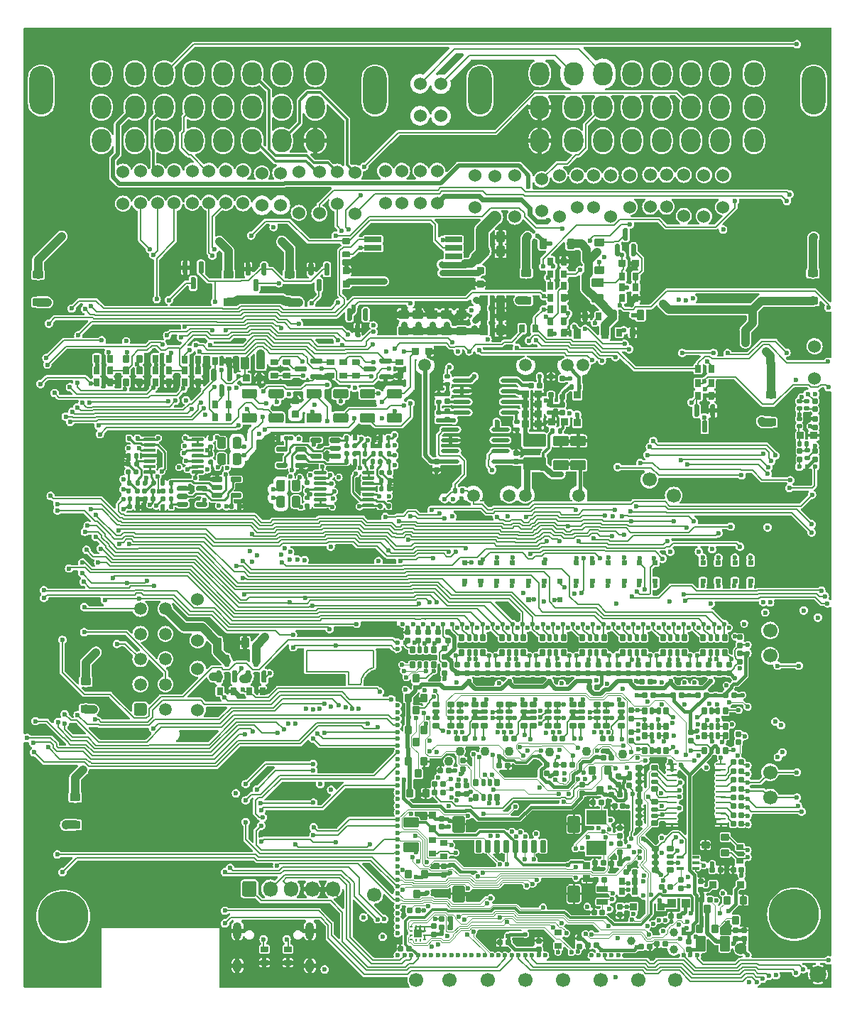
<source format=gbl>
G75*
G70*
%OFA0B0*%
%FSLAX25Y25*%
%IPPOS*%
%LPD*%
%AMOC8*
5,1,8,0,0,1.08239X$1,22.5*
%
%AMM132*
21,1,0.035430,0.030320,-0.000000,-0.000000,270.000000*
21,1,0.028350,0.037400,-0.000000,-0.000000,270.000000*
1,1,0.007090,-0.015160,-0.014170*
1,1,0.007090,-0.015160,0.014170*
1,1,0.007090,0.015160,0.014170*
1,1,0.007090,0.015160,-0.014170*
%
%AMM134*
21,1,0.035830,0.026770,-0.000000,-0.000000,180.000000*
21,1,0.029130,0.033470,-0.000000,-0.000000,180.000000*
1,1,0.006690,-0.014570,0.013390*
1,1,0.006690,0.014570,0.013390*
1,1,0.006690,0.014570,-0.013390*
1,1,0.006690,-0.014570,-0.013390*
%
%AMM136*
21,1,0.070870,0.036220,-0.000000,-0.000000,270.000000*
21,1,0.061810,0.045280,-0.000000,-0.000000,270.000000*
1,1,0.009060,-0.018110,-0.030910*
1,1,0.009060,-0.018110,0.030910*
1,1,0.009060,0.018110,0.030910*
1,1,0.009060,0.018110,-0.030910*
%
%AMM156*
21,1,0.033470,0.026770,-0.000000,-0.000000,90.000000*
21,1,0.026770,0.033470,-0.000000,-0.000000,90.000000*
1,1,0.006690,0.013390,0.013390*
1,1,0.006690,0.013390,-0.013390*
1,1,0.006690,-0.013390,-0.013390*
1,1,0.006690,-0.013390,0.013390*
%
%AMM170*
21,1,0.035830,0.026770,0.000000,-0.000000,270.000000*
21,1,0.029130,0.033470,0.000000,-0.000000,270.000000*
1,1,0.006690,-0.013390,-0.014570*
1,1,0.006690,-0.013390,0.014570*
1,1,0.006690,0.013390,0.014570*
1,1,0.006690,0.013390,-0.014570*
%
%AMM172*
21,1,0.070870,0.036220,0.000000,-0.000000,0.000000*
21,1,0.061810,0.045280,0.000000,-0.000000,0.000000*
1,1,0.009060,0.030910,-0.018110*
1,1,0.009060,-0.030910,-0.018110*
1,1,0.009060,-0.030910,0.018110*
1,1,0.009060,0.030910,0.018110*
%
%AMM175*
21,1,0.023620,0.018900,0.000000,-0.000000,0.000000*
21,1,0.018900,0.023620,0.000000,-0.000000,0.000000*
1,1,0.004720,0.009450,-0.009450*
1,1,0.004720,-0.009450,-0.009450*
1,1,0.004720,-0.009450,0.009450*
1,1,0.004720,0.009450,0.009450*
%
%AMM176*
21,1,0.019680,0.019680,0.000000,-0.000000,270.000000*
21,1,0.015750,0.023620,0.000000,-0.000000,270.000000*
1,1,0.003940,-0.009840,-0.007870*
1,1,0.003940,-0.009840,0.007870*
1,1,0.003940,0.009840,0.007870*
1,1,0.003940,0.009840,-0.007870*
%
%AMM177*
21,1,0.019680,0.019680,0.000000,-0.000000,180.000000*
21,1,0.015750,0.023620,0.000000,-0.000000,180.000000*
1,1,0.003940,-0.007870,0.009840*
1,1,0.003940,0.007870,0.009840*
1,1,0.003940,0.007870,-0.009840*
1,1,0.003940,-0.007870,-0.009840*
%
%AMM191*
21,1,0.106300,0.050390,0.000000,-0.000000,0.000000*
21,1,0.093700,0.062990,0.000000,-0.000000,0.000000*
1,1,0.012600,0.046850,-0.025200*
1,1,0.012600,-0.046850,-0.025200*
1,1,0.012600,-0.046850,0.025200*
1,1,0.012600,0.046850,0.025200*
%
%AMM192*
21,1,0.033470,0.026770,0.000000,-0.000000,180.000000*
21,1,0.026770,0.033470,0.000000,-0.000000,180.000000*
1,1,0.006690,-0.013390,0.013390*
1,1,0.006690,0.013390,0.013390*
1,1,0.006690,0.013390,-0.013390*
1,1,0.006690,-0.013390,-0.013390*
%
%AMM193*
21,1,0.023620,0.018900,0.000000,-0.000000,90.000000*
21,1,0.018900,0.023620,0.000000,-0.000000,90.000000*
1,1,0.004720,0.009450,0.009450*
1,1,0.004720,0.009450,-0.009450*
1,1,0.004720,-0.009450,-0.009450*
1,1,0.004720,-0.009450,0.009450*
%
%AMM194*
21,1,0.122050,0.075590,0.000000,-0.000000,90.000000*
21,1,0.103150,0.094490,0.000000,-0.000000,90.000000*
1,1,0.018900,0.037800,0.051580*
1,1,0.018900,0.037800,-0.051580*
1,1,0.018900,-0.037800,-0.051580*
1,1,0.018900,-0.037800,0.051580*
%
%AMM195*
21,1,0.118110,0.083460,0.000000,-0.000000,270.000000*
21,1,0.097240,0.104330,0.000000,-0.000000,270.000000*
1,1,0.020870,-0.041730,-0.048620*
1,1,0.020870,-0.041730,0.048620*
1,1,0.020870,0.041730,0.048620*
1,1,0.020870,0.041730,-0.048620*
%
%AMM206*
21,1,0.027560,0.030710,-0.000000,-0.000000,180.000000*
21,1,0.022050,0.036220,-0.000000,-0.000000,180.000000*
1,1,0.005510,-0.011020,0.015350*
1,1,0.005510,0.011020,0.015350*
1,1,0.005510,0.011020,-0.015350*
1,1,0.005510,-0.011020,-0.015350*
%
%AMM267*
21,1,0.027560,0.018900,-0.000000,-0.000000,0.000000*
21,1,0.022840,0.023620,-0.000000,-0.000000,0.000000*
1,1,0.004720,0.011420,-0.009450*
1,1,0.004720,-0.011420,-0.009450*
1,1,0.004720,-0.011420,0.009450*
1,1,0.004720,0.011420,0.009450*
%
%AMM270*
21,1,0.025590,0.026380,-0.000000,-0.000000,270.000000*
21,1,0.020470,0.031500,-0.000000,-0.000000,270.000000*
1,1,0.005120,-0.013190,-0.010240*
1,1,0.005120,-0.013190,0.010240*
1,1,0.005120,0.013190,0.010240*
1,1,0.005120,0.013190,-0.010240*
%
%AMM271*
21,1,0.017720,0.027950,-0.000000,-0.000000,270.000000*
21,1,0.014170,0.031500,-0.000000,-0.000000,270.000000*
1,1,0.003540,-0.013980,-0.007090*
1,1,0.003540,-0.013980,0.007090*
1,1,0.003540,0.013980,0.007090*
1,1,0.003540,0.013980,-0.007090*
%
%AMM273*
21,1,0.012600,0.028980,-0.000000,-0.000000,270.000000*
21,1,0.010080,0.031500,-0.000000,-0.000000,270.000000*
1,1,0.002520,-0.014490,-0.005040*
1,1,0.002520,-0.014490,0.005040*
1,1,0.002520,0.014490,0.005040*
1,1,0.002520,0.014490,-0.005040*
%
%AMM276*
21,1,0.027560,0.018900,-0.000000,-0.000000,270.000000*
21,1,0.022840,0.023620,-0.000000,-0.000000,270.000000*
1,1,0.004720,-0.009450,-0.011420*
1,1,0.004720,-0.009450,0.011420*
1,1,0.004720,0.009450,0.011420*
1,1,0.004720,0.009450,-0.011420*
%
%AMM293*
21,1,0.035430,0.030320,-0.000000,-0.000000,0.000000*
21,1,0.028350,0.037400,-0.000000,-0.000000,0.000000*
1,1,0.007090,0.014170,-0.015160*
1,1,0.007090,-0.014170,-0.015160*
1,1,0.007090,-0.014170,0.015160*
1,1,0.007090,0.014170,0.015160*
%
%AMM294*
21,1,0.070870,0.036220,-0.000000,-0.000000,180.000000*
21,1,0.061810,0.045280,-0.000000,-0.000000,180.000000*
1,1,0.009060,-0.030910,0.018110*
1,1,0.009060,0.030910,0.018110*
1,1,0.009060,0.030910,-0.018110*
1,1,0.009060,-0.030910,-0.018110*
%
%AMM295*
21,1,0.059060,0.020470,-0.000000,-0.000000,270.000000*
21,1,0.053940,0.025590,-0.000000,-0.000000,270.000000*
1,1,0.005120,-0.010240,-0.026970*
1,1,0.005120,-0.010240,0.026970*
1,1,0.005120,0.010240,0.026970*
1,1,0.005120,0.010240,-0.026970*
%
%AMM296*
21,1,0.078740,0.045670,-0.000000,-0.000000,270.000000*
21,1,0.067320,0.057090,-0.000000,-0.000000,270.000000*
1,1,0.011420,-0.022840,-0.033660*
1,1,0.011420,-0.022840,0.033660*
1,1,0.011420,0.022840,0.033660*
1,1,0.011420,0.022840,-0.033660*
%
%AMM297*
21,1,0.025590,0.026380,-0.000000,-0.000000,180.000000*
21,1,0.020470,0.031500,-0.000000,-0.000000,180.000000*
1,1,0.005120,-0.010240,0.013190*
1,1,0.005120,0.010240,0.013190*
1,1,0.005120,0.010240,-0.013190*
1,1,0.005120,-0.010240,-0.013190*
%
%AMM298*
21,1,0.017720,0.027950,-0.000000,-0.000000,180.000000*
21,1,0.014170,0.031500,-0.000000,-0.000000,180.000000*
1,1,0.003540,-0.007090,0.013980*
1,1,0.003540,0.007090,0.013980*
1,1,0.003540,0.007090,-0.013980*
1,1,0.003540,-0.007090,-0.013980*
%
%AMM299*
21,1,0.027560,0.030710,-0.000000,-0.000000,270.000000*
21,1,0.022050,0.036220,-0.000000,-0.000000,270.000000*
1,1,0.005510,-0.015350,-0.011020*
1,1,0.005510,-0.015350,0.011020*
1,1,0.005510,0.015350,0.011020*
1,1,0.005510,0.015350,-0.011020*
%
%AMM300*
21,1,0.027560,0.049610,-0.000000,-0.000000,90.000000*
21,1,0.022050,0.055120,-0.000000,-0.000000,90.000000*
1,1,0.005510,0.024800,0.011020*
1,1,0.005510,0.024800,-0.011020*
1,1,0.005510,-0.024800,-0.011020*
1,1,0.005510,-0.024800,0.011020*
%
%ADD10C,0.02362*%
%ADD105C,0.02756*%
%ADD11R,0.00787X0.06299*%
%ADD12R,0.00787X0.42126*%
%ADD13R,0.00787X0.07874*%
%ADD135O,0.04961X0.00984*%
%ADD14R,0.00787X0.22441*%
%ADD15R,0.17717X0.00787*%
%ADD16R,0.05512X0.00787*%
%ADD17R,0.00787X0.21260*%
%ADD170C,0.00492*%
%ADD171C,0.03900*%
%ADD172C,0.04331*%
%ADD173C,0.05512*%
%ADD18R,0.26772X0.00787*%
%ADD19R,0.00787X0.09055*%
%ADD20R,0.00787X0.23622*%
%ADD202R,0.03937X0.04331*%
%ADD206R,0.01968X0.01968*%
%ADD207R,0.09449X0.06693*%
%ADD21R,0.19685X0.00787*%
%ADD212R,0.00984X0.01378*%
%ADD213R,0.01378X0.00984*%
%ADD214R,0.01968X0.01176*%
%ADD22R,0.00787X0.08268*%
%ADD23C,0.06000*%
%ADD24C,0.06693*%
%ADD248O,0.40158X0.00787*%
%ADD25C,0.23622*%
%ADD265O,0.08661X0.01968*%
%ADD27O,0.06693X0.07283*%
%ADD277M132*%
%ADD279M134*%
%ADD28O,0.11024X0.22835*%
%ADD281M136*%
%ADD29O,0.09055X0.11024*%
%ADD301M156*%
%ADD31O,0.03937X0.08268*%
%ADD315M170*%
%ADD317M172*%
%ADD32O,0.03937X0.06299*%
%ADD320M175*%
%ADD321M176*%
%ADD322M177*%
%ADD33C,0.05906*%
%ADD336M191*%
%ADD337M192*%
%ADD338M193*%
%ADD339M194*%
%ADD34O,0.12992X0.00787*%
%ADD340M195*%
%ADD35O,0.40157X0.00787*%
%ADD357M206*%
%ADD36O,0.01181X0.00787*%
%ADD37O,0.00787X0.66929*%
%ADD38O,0.00787X0.60630*%
%ADD39O,0.18898X0.00787*%
%ADD40O,0.10236X0.00787*%
%ADD41O,0.03937X0.00787*%
%ADD42O,0.05906X0.00787*%
%ADD43R,0.00984X0.24350*%
%ADD44R,0.00984X0.04390*%
%ADD443M267*%
%ADD446M270*%
%ADD447M271*%
%ADD449M273*%
%ADD45R,0.56201X0.00984*%
%ADD452M276*%
%ADD46R,0.59449X0.00984*%
%ADD469M293*%
%ADD47R,0.00984X0.20374*%
%ADD470M294*%
%ADD471M295*%
%ADD472M296*%
%ADD473M297*%
%ADD474M298*%
%ADD475M299*%
%ADD476M300*%
%ADD49C,0.07874*%
%ADD50O,0.04823X0.00787*%
%ADD51O,0.00787X0.36614*%
%ADD56C,0.05118*%
%ADD57C,0.01575*%
%ADD58C,0.00787*%
%ADD59C,0.03937*%
%ADD60C,0.02000*%
%ADD61C,0.01181*%
%ADD62C,0.00800*%
%ADD63C,0.03150*%
%ADD70C,0.00984*%
%ADD76R,0.07874X0.02559*%
%ADD77R,0.17717X0.31890*%
%ADD78C,0.01969*%
%ADD82C,0.01968*%
X0000000Y0000000D02*
%LPD*%
G01*
D58*
X0152756Y0142913D02*
X0158661Y0142913D01*
X0152756Y0142913D02*
X0152756Y0148819D01*
X0133071Y0148819D02*
X0133071Y0158661D01*
X0152756Y0148819D02*
X0133071Y0148819D01*
X0133071Y0158661D02*
X0164567Y0158661D01*
X0164567Y0158661D02*
X0164567Y0150787D01*
X0164567Y0150787D02*
G75*
G03*
X0158661Y0142913I0001885J-007565D01*
G01*
D10*
X0175984Y0025984D03*
X0175984Y0029134D03*
X0175984Y0032283D03*
X0175984Y0035433D03*
X0175984Y0038583D03*
X0175984Y0041732D03*
X0175984Y0044882D03*
X0175984Y0048032D03*
X0175984Y0051181D03*
X0175984Y0054331D03*
X0175984Y0057480D03*
X0175984Y0060630D03*
X0175984Y0063780D03*
X0175984Y0066929D03*
X0175984Y0070079D03*
X0175984Y0073228D03*
X0175984Y0076378D03*
X0175984Y0079528D03*
X0175984Y0082677D03*
X0175984Y0085827D03*
X0175984Y0088976D03*
X0175984Y0092126D03*
X0175984Y0095276D03*
X0175984Y0098425D03*
X0175984Y0101575D03*
X0175984Y0104724D03*
X0175984Y0107874D03*
X0175984Y0111024D03*
X0175984Y0114173D03*
X0175984Y0117323D03*
X0175984Y0120472D03*
X0175984Y0123622D03*
X0175984Y0126772D03*
X0175984Y0129921D03*
X0175984Y0133071D03*
X0175984Y0159449D03*
X0175984Y0162598D03*
D20*
X0340945Y0118504D03*
D13*
X0175197Y0168504D03*
D16*
X0333858Y0172047D03*
D21*
X0328346Y0014961D03*
D15*
X0256102Y0014961D03*
D17*
X0340945Y0144882D03*
D14*
X0175197Y0146260D03*
D22*
X0340945Y0071063D03*
D12*
X0340945Y0038780D03*
D19*
X0340945Y0167913D03*
D11*
X0175197Y0020866D03*
D18*
X0294882Y0014961D03*
D10*
X0175984Y0015748D03*
X0179134Y0015748D03*
X0182283Y0015748D03*
X0185433Y0015748D03*
X0188583Y0015748D03*
X0191732Y0015748D03*
X0194882Y0015748D03*
X0198031Y0015748D03*
X0201181Y0015748D03*
X0204331Y0015748D03*
X0207480Y0015748D03*
X0210630Y0015748D03*
X0213780Y0015748D03*
X0216929Y0015748D03*
X0220079Y0015748D03*
X0223228Y0015748D03*
X0226378Y0015748D03*
X0229528Y0015748D03*
X0232677Y0015748D03*
X0235827Y0015748D03*
X0238976Y0015748D03*
X0242126Y0015748D03*
X0245276Y0015748D03*
X0266929Y0015748D03*
X0270079Y0015748D03*
X0273228Y0015748D03*
X0276378Y0015748D03*
X0279528Y0015748D03*
X0310236Y0015748D03*
X0313386Y0015748D03*
X0316535Y0015748D03*
X0340157Y0015748D03*
X0178346Y0171260D03*
X0183071Y0171260D03*
X0187795Y0171260D03*
X0192520Y0171260D03*
X0197244Y0171260D03*
X0201575Y0171260D03*
X0206299Y0171260D03*
X0211024Y0171260D03*
X0215748Y0171260D03*
X0220472Y0171260D03*
X0225197Y0171260D03*
X0229921Y0171260D03*
X0234646Y0171260D03*
X0239370Y0171260D03*
X0244094Y0171260D03*
X0248819Y0171260D03*
X0253543Y0171260D03*
X0258268Y0171260D03*
X0262992Y0171260D03*
X0267717Y0171260D03*
X0272441Y0171260D03*
X0277165Y0171260D03*
X0281890Y0171260D03*
X0286614Y0171260D03*
X0291339Y0171260D03*
X0296063Y0171260D03*
X0300787Y0171260D03*
X0305512Y0171260D03*
X0310236Y0171260D03*
X0314961Y0171260D03*
X0319685Y0171260D03*
X0324409Y0171260D03*
X0329134Y0171260D03*
X0338583Y0171260D03*
X0340157Y0161417D03*
X0340157Y0157480D03*
X0340157Y0132283D03*
X0340157Y0104724D03*
X0340157Y0100787D03*
X0340157Y0096850D03*
X0340157Y0092913D03*
X0340157Y0088976D03*
X0340157Y0085039D03*
X0340157Y0081102D03*
X0340157Y0077165D03*
X0340157Y0064961D03*
X0340157Y0061811D03*
D23*
X0302165Y0367106D03*
X0302165Y0382106D03*
D24*
X0350787Y0156299D03*
D23*
X0082047Y0130906D03*
X0082047Y0150197D03*
D24*
X0235827Y0003937D03*
D25*
X0018909Y0033933D03*
D23*
X0177953Y0383878D03*
X0177953Y0368878D03*
X0294488Y0367106D03*
X0294488Y0382106D03*
X0095276Y0368878D03*
X0095276Y0383878D03*
G36*
G01*
X0102953Y0044193D02*
X0102953Y0049508D01*
G75*
G02*
X0103937Y0050492I0000984J0000000D01*
G01*
X0108661Y0050492D01*
G75*
G02*
X0109646Y0049508I0000000J-000984D01*
G01*
X0109646Y0044193D01*
G75*
G02*
X0108661Y0043209I-000984J0000000D01*
G01*
X0103937Y0043209D01*
G75*
G02*
X0102953Y0044193I0000000J0000984D01*
G01*
G37*
D27*
X0116142Y0046850D03*
X0125984Y0046850D03*
X0135827Y0046850D03*
X0145669Y0046850D03*
D23*
X0251772Y0381890D03*
X0251772Y0362598D03*
X0371654Y0286594D03*
X0371654Y0301594D03*
D28*
X0008661Y0421654D03*
X0165354Y0421654D03*
D29*
X0036811Y0398031D03*
X0052559Y0398031D03*
X0066339Y0398031D03*
X0080118Y0398031D03*
X0093898Y0398031D03*
X0107677Y0398031D03*
X0121457Y0398031D03*
X0137205Y0398031D03*
X0036811Y0413780D03*
X0052559Y0413780D03*
X0066339Y0413780D03*
X0080118Y0413780D03*
X0093898Y0413780D03*
X0107677Y0413780D03*
X0121457Y0413780D03*
X0137205Y0413780D03*
X0036811Y0429528D03*
X0052559Y0429528D03*
X0066339Y0429528D03*
X0080118Y0429528D03*
X0093898Y0429528D03*
X0107677Y0429528D03*
X0121457Y0429528D03*
X0137205Y0429528D03*
D24*
X0164961Y0044094D03*
D23*
X0186417Y0409823D03*
X0186417Y0424823D03*
D24*
X0253543Y0003937D03*
D23*
X0170079Y0368878D03*
X0170079Y0383878D03*
D31*
X0100709Y0027244D03*
D32*
X0100709Y0010787D03*
D31*
X0134724Y0027244D03*
D32*
X0134724Y0010787D03*
D24*
X0350787Y0089764D03*
X0200394Y0003937D03*
D23*
X0267913Y0366713D03*
X0267913Y0381713D03*
X0087402Y0368878D03*
X0087402Y0383878D03*
D24*
X0184646Y0003937D03*
X0306299Y0003937D03*
D23*
X0284843Y0366909D03*
X0284843Y0381909D03*
X0047047Y0368484D03*
X0047047Y0383484D03*
D24*
X0294094Y0238976D03*
G36*
G01*
X0057087Y0128150D02*
X0053150Y0128150D01*
G75*
G02*
X0052165Y0129134I0000000J0000984D01*
G01*
X0052165Y0133071D01*
G75*
G02*
X0053150Y0134055I0000984J0000000D01*
G01*
X0057087Y0134055D01*
G75*
G02*
X0058071Y0133071I0000000J-000984D01*
G01*
X0058071Y0129134D01*
G75*
G02*
X0057087Y0128150I-000984J0000000D01*
G01*
G37*
D33*
X0055118Y0142913D03*
X0055118Y0154724D03*
X0055118Y0166535D03*
X0055118Y0178346D03*
X0066929Y0131102D03*
X0066929Y0142913D03*
X0066929Y0154724D03*
X0066929Y0166535D03*
X0066929Y0178346D03*
D24*
X0288976Y0003937D03*
D33*
X0261024Y0231595D03*
X0235827Y0231595D03*
X0228346Y0231595D03*
X0211417Y0231595D03*
D10*
X0201969Y0229823D03*
X0198032Y0229823D03*
D34*
X0245866Y0295177D03*
D35*
X0212402Y0295177D03*
D36*
X0184449Y0295177D03*
D37*
X0184252Y0262106D03*
D38*
X0265354Y0258957D03*
D33*
X0186811Y0231595D03*
D36*
X0265157Y0229035D03*
D39*
X0248622Y0229035D03*
D40*
X0219685Y0229035D03*
D41*
X0205906Y0229035D03*
D42*
X0192913Y0229035D03*
D33*
X0262795Y0292618D03*
X0255512Y0292618D03*
X0236024Y0292618D03*
X0188583Y0292618D03*
D10*
X0047146Y0234449D03*
X0047146Y0239173D03*
X0047146Y0229724D03*
X0047146Y0225000D03*
D43*
X0104823Y0235502D03*
D44*
X0104823Y0259321D03*
D45*
X0077215Y0223819D03*
D46*
X0075591Y0261024D03*
D47*
X0046358Y0251329D03*
D10*
X0103937Y0250433D03*
X0103937Y0254370D03*
D23*
X0260236Y0366713D03*
X0260236Y0381713D03*
X0112205Y0367697D03*
X0112205Y0382697D03*
X0129528Y0383464D03*
X0129528Y0364173D03*
X0055118Y0368681D03*
X0055118Y0383681D03*
X0212402Y0366713D03*
X0212402Y0381713D03*
X0103346Y0368681D03*
X0103346Y0383681D03*
X0319669Y0381870D03*
X0319669Y0362579D03*
X0063189Y0368681D03*
X0063189Y0383681D03*
X0275984Y0381890D03*
X0275984Y0362598D03*
X0120866Y0367894D03*
X0120866Y0382894D03*
D24*
X0218110Y0003937D03*
D25*
X0362000Y0034933D03*
D24*
X0350787Y0168110D03*
D23*
X0071063Y0368681D03*
X0071063Y0383681D03*
X0079528Y0368878D03*
X0079528Y0383878D03*
X0155906Y0383071D03*
X0155906Y0363779D03*
D24*
X0271260Y0003937D03*
D23*
X0147441Y0368484D03*
X0147441Y0383484D03*
X0186614Y0368878D03*
X0186614Y0383878D03*
D10*
X0371949Y0244980D03*
D50*
X0364173Y0280020D03*
D51*
X0374311Y0262106D03*
X0362106Y0262106D03*
D10*
X0368209Y0244980D03*
X0364469Y0244980D03*
X0368406Y0279232D03*
X0371949Y0279232D03*
D10*
X0146791Y0076378D03*
X0139567Y0078051D03*
X0147638Y0080217D03*
X0146791Y0083661D03*
X0146496Y0087008D03*
X0139567Y0088287D03*
X0144724Y0093405D03*
X0139567Y0095965D03*
X0162894Y0067717D03*
X0146850Y0068898D03*
D23*
X0328669Y0366890D03*
X0328669Y0381890D03*
X0194488Y0368878D03*
X0194488Y0383878D03*
D10*
X0174409Y0250344D03*
X0174409Y0245620D03*
X0174409Y0255069D03*
X0174409Y0259793D03*
D43*
X0116732Y0249291D03*
D44*
X0116732Y0225472D03*
D45*
X0144341Y0260974D03*
D46*
X0145965Y0223770D03*
D47*
X0175197Y0233465D03*
D10*
X0117618Y0234360D03*
X0117618Y0230423D03*
D23*
X0139173Y0383268D03*
X0139173Y0363976D03*
D24*
X0350787Y0101575D03*
D28*
X0214567Y0421654D03*
X0371260Y0421654D03*
D29*
X0242717Y0398031D03*
X0258465Y0398031D03*
X0272244Y0398031D03*
X0286024Y0398031D03*
X0299803Y0398031D03*
X0313583Y0398031D03*
X0327362Y0398031D03*
X0343110Y0398031D03*
X0242717Y0413780D03*
X0258465Y0413780D03*
X0272244Y0413780D03*
X0286024Y0413780D03*
X0299803Y0413780D03*
X0313583Y0413780D03*
X0327362Y0413780D03*
X0343110Y0413780D03*
X0242717Y0429528D03*
X0258465Y0429528D03*
X0272244Y0429528D03*
X0286024Y0429528D03*
X0299803Y0429528D03*
X0313583Y0429528D03*
X0327362Y0429528D03*
X0343110Y0429528D03*
D23*
X0221654Y0381496D03*
X0221654Y0362205D03*
D10*
X0111831Y0076523D03*
X0104607Y0078196D03*
X0112678Y0080362D03*
X0111831Y0083806D03*
X0111536Y0087153D03*
X0104607Y0088433D03*
X0109764Y0093551D03*
X0104607Y0096110D03*
X0127934Y0067862D03*
X0111890Y0069043D03*
D23*
X0196260Y0409626D03*
X0196260Y0424626D03*
X0243504Y0364941D03*
X0243504Y0379941D03*
D24*
X0305512Y0231496D03*
D23*
X0230906Y0381673D03*
X0230906Y0362382D03*
X0082047Y0163583D03*
X0082047Y0182874D03*
X0310236Y0382067D03*
X0310236Y0362776D03*
G36*
G01*
X0088780Y0293100D02*
X0088780Y0296171D01*
G75*
G02*
X0089055Y0296447I0000276J0000000D01*
G01*
X0091260Y0296447D01*
G75*
G02*
X0091535Y0296171I0000000J-000276D01*
G01*
X0091535Y0293100D01*
G75*
G02*
X0091260Y0292825I-000276J0000000D01*
G01*
X0089055Y0292825D01*
G75*
G02*
X0088780Y0293100I0000000J0000276D01*
G01*
G37*
G36*
G01*
X0095079Y0293100D02*
X0095079Y0296171D01*
G75*
G02*
X0095354Y0296447I0000276J0000000D01*
G01*
X0097559Y0296447D01*
G75*
G02*
X0097835Y0296171I0000000J-000276D01*
G01*
X0097835Y0293100D01*
G75*
G02*
X0097559Y0292825I-000276J0000000D01*
G01*
X0095354Y0292825D01*
G75*
G02*
X0095079Y0293100I0000000J0000276D01*
G01*
G37*
G36*
G01*
X0112697Y0287953D02*
X0112697Y0285276D01*
G75*
G02*
X0112362Y0284941I-000335J0000000D01*
G01*
X0109685Y0284941D01*
G75*
G02*
X0109350Y0285276I0000000J0000335D01*
G01*
X0109350Y0287953D01*
G75*
G02*
X0109685Y0288287I0000335J0000000D01*
G01*
X0112362Y0288287D01*
G75*
G02*
X0112697Y0287953I0000000J-000335D01*
G01*
G37*
G36*
G01*
X0106476Y0287953D02*
X0106476Y0285276D01*
G75*
G02*
X0106142Y0284941I-000335J0000000D01*
G01*
X0103465Y0284941D01*
G75*
G02*
X0103130Y0285276I0000000J0000335D01*
G01*
X0103130Y0287953D01*
G75*
G02*
X0103465Y0288287I0000335J0000000D01*
G01*
X0106142Y0288287D01*
G75*
G02*
X0106476Y0287953I0000000J-000335D01*
G01*
G37*
G36*
G01*
X0315551Y0276811D02*
X0315551Y0279882D01*
G75*
G02*
X0315827Y0280157I0000276J0000000D01*
G01*
X0318031Y0280157D01*
G75*
G02*
X0318307Y0279882I0000000J-000276D01*
G01*
X0318307Y0276811D01*
G75*
G02*
X0318031Y0276535I-000276J0000000D01*
G01*
X0315827Y0276535D01*
G75*
G02*
X0315551Y0276811I0000000J0000276D01*
G01*
G37*
G36*
G01*
X0321850Y0276811D02*
X0321850Y0279882D01*
G75*
G02*
X0322126Y0280157I0000276J0000000D01*
G01*
X0324331Y0280157D01*
G75*
G02*
X0324606Y0279882I0000000J-000276D01*
G01*
X0324606Y0276811D01*
G75*
G02*
X0324331Y0276535I-000276J0000000D01*
G01*
X0322126Y0276535D01*
G75*
G02*
X0321850Y0276811I0000000J0000276D01*
G01*
G37*
G36*
G01*
X0153289Y0343268D02*
X0150218Y0343268D01*
G75*
G02*
X0149942Y0343543I0000000J0000276D01*
G01*
X0149942Y0345748D01*
G75*
G02*
X0150218Y0346024I0000276J0000000D01*
G01*
X0153289Y0346024D01*
G75*
G02*
X0153564Y0345748I0000000J-000276D01*
G01*
X0153564Y0343543D01*
G75*
G02*
X0153289Y0343268I-000276J0000000D01*
G01*
G37*
G36*
G01*
X0153289Y0349567D02*
X0150218Y0349567D01*
G75*
G02*
X0149942Y0349843I0000000J0000276D01*
G01*
X0149942Y0352047D01*
G75*
G02*
X0150218Y0352323I0000276J0000000D01*
G01*
X0153289Y0352323D01*
G75*
G02*
X0153564Y0352047I0000000J-000276D01*
G01*
X0153564Y0349843D01*
G75*
G02*
X0153289Y0349567I-000276J0000000D01*
G01*
G37*
G36*
G01*
X0298031Y0192283D02*
X0298031Y0190394D01*
G75*
G02*
X0297795Y0190157I-000236J0000000D01*
G01*
X0295906Y0190157D01*
G75*
G02*
X0295669Y0190394I0000000J0000236D01*
G01*
X0295669Y0192283D01*
G75*
G02*
X0295906Y0192520I0000236J0000000D01*
G01*
X0297795Y0192520D01*
G75*
G02*
X0298031Y0192283I0000000J-000236D01*
G01*
G37*
G36*
G01*
X0298031Y0200945D02*
X0298031Y0199055D01*
G75*
G02*
X0297795Y0198819I-000236J0000000D01*
G01*
X0295906Y0198819D01*
G75*
G02*
X0295669Y0199055I0000000J0000236D01*
G01*
X0295669Y0200945D01*
G75*
G02*
X0295906Y0201181I0000236J0000000D01*
G01*
X0297795Y0201181D01*
G75*
G02*
X0298031Y0200945I0000000J-000236D01*
G01*
G37*
G36*
G01*
X0150415Y0338799D02*
X0153092Y0338799D01*
G75*
G02*
X0153426Y0338465I0000000J-000335D01*
G01*
X0153426Y0335787D01*
G75*
G02*
X0153092Y0335453I-000335J0000000D01*
G01*
X0150415Y0335453D01*
G75*
G02*
X0150080Y0335787I0000000J0000335D01*
G01*
X0150080Y0338465D01*
G75*
G02*
X0150415Y0338799I0000335J0000000D01*
G01*
G37*
G36*
G01*
X0150415Y0332579D02*
X0153092Y0332579D01*
G75*
G02*
X0153426Y0332244I0000000J-000335D01*
G01*
X0153426Y0329567D01*
G75*
G02*
X0153092Y0329232I-000335J0000000D01*
G01*
X0150415Y0329232D01*
G75*
G02*
X0150080Y0329567I0000000J0000335D01*
G01*
X0150080Y0332244D01*
G75*
G02*
X0150415Y0332579I0000335J0000000D01*
G01*
G37*
G36*
G01*
X0223622Y0192283D02*
X0223622Y0190394D01*
G75*
G02*
X0223386Y0190157I-000236J0000000D01*
G01*
X0221496Y0190157D01*
G75*
G02*
X0221260Y0190394I0000000J0000236D01*
G01*
X0221260Y0192283D01*
G75*
G02*
X0221496Y0192520I0000236J0000000D01*
G01*
X0223386Y0192520D01*
G75*
G02*
X0223622Y0192283I0000000J-000236D01*
G01*
G37*
G36*
G01*
X0223622Y0200945D02*
X0223622Y0199055D01*
G75*
G02*
X0223386Y0198819I-000236J0000000D01*
G01*
X0221496Y0198819D01*
G75*
G02*
X0221260Y0199055I0000000J0000236D01*
G01*
X0221260Y0200945D01*
G75*
G02*
X0221496Y0201181I0000236J0000000D01*
G01*
X0223386Y0201181D01*
G75*
G02*
X0223622Y0200945I0000000J-000236D01*
G01*
G37*
G36*
G01*
X0047047Y0283110D02*
X0047047Y0286181D01*
G75*
G02*
X0047323Y0286457I0000276J0000000D01*
G01*
X0049528Y0286457D01*
G75*
G02*
X0049803Y0286181I0000000J-000276D01*
G01*
X0049803Y0283110D01*
G75*
G02*
X0049528Y0282835I-000276J0000000D01*
G01*
X0047323Y0282835D01*
G75*
G02*
X0047047Y0283110I0000000J0000276D01*
G01*
G37*
G36*
G01*
X0053346Y0283110D02*
X0053346Y0286181D01*
G75*
G02*
X0053622Y0286457I0000276J0000000D01*
G01*
X0055827Y0286457D01*
G75*
G02*
X0056102Y0286181I0000000J-000276D01*
G01*
X0056102Y0283110D01*
G75*
G02*
X0055827Y0282835I-000276J0000000D01*
G01*
X0053622Y0282835D01*
G75*
G02*
X0053346Y0283110I0000000J0000276D01*
G01*
G37*
G36*
G01*
X0246260Y0317362D02*
X0246260Y0320433D01*
G75*
G02*
X0246535Y0320709I0000276J0000000D01*
G01*
X0248740Y0320709D01*
G75*
G02*
X0249016Y0320433I0000000J-000276D01*
G01*
X0249016Y0317362D01*
G75*
G02*
X0248740Y0317087I-000276J0000000D01*
G01*
X0246535Y0317087D01*
G75*
G02*
X0246260Y0317362I0000000J0000276D01*
G01*
G37*
G36*
G01*
X0252559Y0317362D02*
X0252559Y0320433D01*
G75*
G02*
X0252835Y0320709I0000276J0000000D01*
G01*
X0255039Y0320709D01*
G75*
G02*
X0255315Y0320433I0000000J-000276D01*
G01*
X0255315Y0317362D01*
G75*
G02*
X0255039Y0317087I-000276J0000000D01*
G01*
X0252835Y0317087D01*
G75*
G02*
X0252559Y0317362I0000000J0000276D01*
G01*
G37*
G36*
G01*
X0047047Y0294134D02*
X0047047Y0297205D01*
G75*
G02*
X0047323Y0297480I0000276J0000000D01*
G01*
X0049528Y0297480D01*
G75*
G02*
X0049803Y0297205I0000000J-000276D01*
G01*
X0049803Y0294134D01*
G75*
G02*
X0049528Y0293858I-000276J0000000D01*
G01*
X0047323Y0293858D01*
G75*
G02*
X0047047Y0294134I0000000J0000276D01*
G01*
G37*
G36*
G01*
X0053346Y0294134D02*
X0053346Y0297205D01*
G75*
G02*
X0053622Y0297480I0000276J0000000D01*
G01*
X0055827Y0297480D01*
G75*
G02*
X0056102Y0297205I0000000J-000276D01*
G01*
X0056102Y0294134D01*
G75*
G02*
X0055827Y0293858I-000276J0000000D01*
G01*
X0053622Y0293858D01*
G75*
G02*
X0053346Y0294134I0000000J0000276D01*
G01*
G37*
G36*
G01*
X0275197Y0314232D02*
X0275197Y0318248D01*
G75*
G02*
X0275551Y0318602I0000354J0000000D01*
G01*
X0278386Y0318602D01*
G75*
G02*
X0278740Y0318248I0000000J-000354D01*
G01*
X0278740Y0314232D01*
G75*
G02*
X0278386Y0313878I-000354J0000000D01*
G01*
X0275551Y0313878D01*
G75*
G02*
X0275197Y0314232I0000000J0000354D01*
G01*
G37*
G36*
G01*
X0288189Y0314232D02*
X0288189Y0318248D01*
G75*
G02*
X0288543Y0318602I0000354J0000000D01*
G01*
X0291378Y0318602D01*
G75*
G02*
X0291732Y0318248I0000000J-000354D01*
G01*
X0291732Y0314232D01*
G75*
G02*
X0291378Y0313878I-000354J0000000D01*
G01*
X0288543Y0313878D01*
G75*
G02*
X0288189Y0314232I0000000J0000354D01*
G01*
G37*
G36*
G01*
X0192185Y0300551D02*
X0192185Y0297874D01*
G75*
G02*
X0191850Y0297539I-000335J0000000D01*
G01*
X0189173Y0297539D01*
G75*
G02*
X0188839Y0297874I0000000J0000335D01*
G01*
X0188839Y0300551D01*
G75*
G02*
X0189173Y0300886I0000335J0000000D01*
G01*
X0191850Y0300886D01*
G75*
G02*
X0192185Y0300551I0000000J-000335D01*
G01*
G37*
G36*
G01*
X0185965Y0300551D02*
X0185965Y0297874D01*
G75*
G02*
X0185630Y0297539I-000335J0000000D01*
G01*
X0182953Y0297539D01*
G75*
G02*
X0182618Y0297874I0000000J0000335D01*
G01*
X0182618Y0300551D01*
G75*
G02*
X0182953Y0300886I0000335J0000000D01*
G01*
X0185630Y0300886D01*
G75*
G02*
X0185965Y0300551I0000000J-000335D01*
G01*
G37*
G36*
G01*
X0236220Y0190394D02*
X0236220Y0192283D01*
G75*
G02*
X0236457Y0192520I0000236J0000000D01*
G01*
X0238346Y0192520D01*
G75*
G02*
X0238583Y0192283I0000000J-000236D01*
G01*
X0238583Y0190394D01*
G75*
G02*
X0238346Y0190157I-000236J0000000D01*
G01*
X0236457Y0190157D01*
G75*
G02*
X0236220Y0190394I0000000J0000236D01*
G01*
G37*
G36*
G01*
X0236220Y0181732D02*
X0236220Y0183622D01*
G75*
G02*
X0236457Y0183858I0000236J0000000D01*
G01*
X0238346Y0183858D01*
G75*
G02*
X0238583Y0183622I0000000J-000236D01*
G01*
X0238583Y0181732D01*
G75*
G02*
X0238346Y0181496I-000236J0000000D01*
G01*
X0236457Y0181496D01*
G75*
G02*
X0236220Y0181732I0000000J0000236D01*
G01*
G37*
G36*
G01*
X0216084Y0329232D02*
X0213407Y0329232D01*
G75*
G02*
X0213072Y0329567I0000000J0000335D01*
G01*
X0213072Y0332244D01*
G75*
G02*
X0213407Y0332579I0000335J0000000D01*
G01*
X0216084Y0332579D01*
G75*
G02*
X0216418Y0332244I0000000J-000335D01*
G01*
X0216418Y0329567D01*
G75*
G02*
X0216084Y0329232I-000335J0000000D01*
G01*
G37*
G36*
G01*
X0216084Y0335453D02*
X0213407Y0335453D01*
G75*
G02*
X0213072Y0335787I0000000J0000335D01*
G01*
X0213072Y0338465D01*
G75*
G02*
X0213407Y0338799I0000335J0000000D01*
G01*
X0216084Y0338799D01*
G75*
G02*
X0216418Y0338465I0000000J-000335D01*
G01*
X0216418Y0335787D01*
G75*
G02*
X0216084Y0335453I-000335J0000000D01*
G01*
G37*
G36*
G01*
X0075591Y0341486D02*
X0076772Y0341486D01*
G75*
G02*
X0077362Y0340896I0000000J-000591D01*
G01*
X0077362Y0336270D01*
G75*
G02*
X0076772Y0335679I-000591J0000000D01*
G01*
X0075591Y0335679D01*
G75*
G02*
X0075000Y0336270I0000000J0000591D01*
G01*
X0075000Y0340896D01*
G75*
G02*
X0075591Y0341486I0000591J0000000D01*
G01*
G37*
G36*
G01*
X0083071Y0341486D02*
X0084252Y0341486D01*
G75*
G02*
X0084843Y0340896I0000000J-000591D01*
G01*
X0084843Y0336270D01*
G75*
G02*
X0084252Y0335679I-000591J0000000D01*
G01*
X0083071Y0335679D01*
G75*
G02*
X0082480Y0336270I0000000J0000591D01*
G01*
X0082480Y0340896D01*
G75*
G02*
X0083071Y0341486I0000591J0000000D01*
G01*
G37*
G36*
G01*
X0079331Y0334104D02*
X0080512Y0334104D01*
G75*
G02*
X0081102Y0333514I0000000J-000591D01*
G01*
X0081102Y0328888D01*
G75*
G02*
X0080512Y0328297I-000591J0000000D01*
G01*
X0079331Y0328297D01*
G75*
G02*
X0078740Y0328888I0000000J0000591D01*
G01*
X0078740Y0333514D01*
G75*
G02*
X0079331Y0334104I0000591J0000000D01*
G01*
G37*
G36*
G01*
X0327510Y0192289D02*
X0327510Y0190400D01*
G75*
G02*
X0327274Y0190163I-000236J0000000D01*
G01*
X0325384Y0190163D01*
G75*
G02*
X0325148Y0190400I0000000J0000236D01*
G01*
X0325148Y0192289D01*
G75*
G02*
X0325384Y0192526I0000236J0000000D01*
G01*
X0327274Y0192526D01*
G75*
G02*
X0327510Y0192289I0000000J-000236D01*
G01*
G37*
G36*
G01*
X0327510Y0200951D02*
X0327510Y0199061D01*
G75*
G02*
X0327274Y0198825I-000236J0000000D01*
G01*
X0325384Y0198825D01*
G75*
G02*
X0325148Y0199061I0000000J0000236D01*
G01*
X0325148Y0200951D01*
G75*
G02*
X0325384Y0201187I0000236J0000000D01*
G01*
X0327274Y0201187D01*
G75*
G02*
X0327510Y0200951I0000000J-000236D01*
G01*
G37*
G36*
G01*
X0173130Y0295276D02*
X0173130Y0294094D01*
G75*
G02*
X0172539Y0293504I-000591J0000000D01*
G01*
X0167913Y0293504D01*
G75*
G02*
X0167323Y0294094I0000000J0000591D01*
G01*
X0167323Y0295276D01*
G75*
G02*
X0167913Y0295866I0000591J0000000D01*
G01*
X0172539Y0295866D01*
G75*
G02*
X0173130Y0295276I0000000J-000591D01*
G01*
G37*
G36*
G01*
X0165748Y0291535D02*
X0165748Y0290354D01*
G75*
G02*
X0165157Y0289764I-000591J0000000D01*
G01*
X0160531Y0289764D01*
G75*
G02*
X0159941Y0290354I0000000J0000591D01*
G01*
X0159941Y0291535D01*
G75*
G02*
X0160531Y0292126I0000591J0000000D01*
G01*
X0165157Y0292126D01*
G75*
G02*
X0165748Y0291535I0000000J-000591D01*
G01*
G37*
G36*
G01*
X0173130Y0287795D02*
X0173130Y0286614D01*
G75*
G02*
X0172539Y0286024I-000591J0000000D01*
G01*
X0167913Y0286024D01*
G75*
G02*
X0167323Y0286614I0000000J0000591D01*
G01*
X0167323Y0287795D01*
G75*
G02*
X0167913Y0288386I0000591J0000000D01*
G01*
X0172539Y0288386D01*
G75*
G02*
X0173130Y0287795I0000000J-000591D01*
G01*
G37*
G36*
G01*
X0145669Y0266555D02*
X0145669Y0269272D01*
G75*
G02*
X0146575Y0270177I0000906J0000000D01*
G01*
X0151850Y0270177D01*
G75*
G02*
X0152756Y0269272I0000000J-000906D01*
G01*
X0152756Y0266555D01*
G75*
G02*
X0151850Y0265650I-000906J0000000D01*
G01*
X0146575Y0265650D01*
G75*
G02*
X0145669Y0266555I0000000J0000906D01*
G01*
G37*
G36*
G01*
X0145669Y0277972D02*
X0145669Y0280689D01*
G75*
G02*
X0146575Y0281595I0000906J0000000D01*
G01*
X0151850Y0281595D01*
G75*
G02*
X0152756Y0280689I0000000J-000906D01*
G01*
X0152756Y0277972D01*
G75*
G02*
X0151850Y0277067I-000906J0000000D01*
G01*
X0146575Y0277067D01*
G75*
G02*
X0145669Y0277972I0000000J0000906D01*
G01*
G37*
G36*
G01*
X0091142Y0138061D02*
X0091142Y0141132D01*
G75*
G02*
X0091417Y0141408I0000276J0000000D01*
G01*
X0093622Y0141408D01*
G75*
G02*
X0093898Y0141132I0000000J-000276D01*
G01*
X0093898Y0138061D01*
G75*
G02*
X0093622Y0137786I-000276J0000000D01*
G01*
X0091417Y0137786D01*
G75*
G02*
X0091142Y0138061I0000000J0000276D01*
G01*
G37*
G36*
G01*
X0097441Y0138061D02*
X0097441Y0141132D01*
G75*
G02*
X0097717Y0141408I0000276J0000000D01*
G01*
X0099921Y0141408D01*
G75*
G02*
X0100197Y0141132I0000000J-000276D01*
G01*
X0100197Y0138061D01*
G75*
G02*
X0099921Y0137786I-000276J0000000D01*
G01*
X0097717Y0137786D01*
G75*
G02*
X0097441Y0138061I0000000J0000276D01*
G01*
G37*
G36*
G01*
X0026496Y0075197D02*
X0022480Y0075197D01*
G75*
G02*
X0022126Y0075551I0000000J0000354D01*
G01*
X0022126Y0078386D01*
G75*
G02*
X0022480Y0078740I0000354J0000000D01*
G01*
X0026496Y0078740D01*
G75*
G02*
X0026850Y0078386I0000000J-000354D01*
G01*
X0026850Y0075551D01*
G75*
G02*
X0026496Y0075197I-000354J0000000D01*
G01*
G37*
G36*
G01*
X0026496Y0088189D02*
X0022480Y0088189D01*
G75*
G02*
X0022126Y0088543I0000000J0000354D01*
G01*
X0022126Y0091378D01*
G75*
G02*
X0022480Y0091732I0000354J0000000D01*
G01*
X0026496Y0091732D01*
G75*
G02*
X0026850Y0091378I0000000J-000354D01*
G01*
X0026850Y0088543D01*
G75*
G02*
X0026496Y0088189I-000354J0000000D01*
G01*
G37*
G36*
G01*
X0231053Y0192289D02*
X0231053Y0190400D01*
G75*
G02*
X0230817Y0190163I-000236J0000000D01*
G01*
X0228927Y0190163D01*
G75*
G02*
X0228691Y0190400I0000000J0000236D01*
G01*
X0228691Y0192289D01*
G75*
G02*
X0228927Y0192526I0000236J0000000D01*
G01*
X0230817Y0192526D01*
G75*
G02*
X0231053Y0192289I0000000J-000236D01*
G01*
G37*
G36*
G01*
X0231053Y0200951D02*
X0231053Y0199061D01*
G75*
G02*
X0230817Y0198825I-000236J0000000D01*
G01*
X0228927Y0198825D01*
G75*
G02*
X0228691Y0199061I0000000J0000236D01*
G01*
X0228691Y0200951D01*
G75*
G02*
X0228927Y0201187I0000236J0000000D01*
G01*
X0230817Y0201187D01*
G75*
G02*
X0231053Y0200951I0000000J-000236D01*
G01*
G37*
G36*
G01*
X0278543Y0306437D02*
X0278543Y0309508D01*
G75*
G02*
X0278819Y0309783I0000276J0000000D01*
G01*
X0281024Y0309783D01*
G75*
G02*
X0281299Y0309508I0000000J-000276D01*
G01*
X0281299Y0306437D01*
G75*
G02*
X0281024Y0306161I-000276J0000000D01*
G01*
X0278819Y0306161D01*
G75*
G02*
X0278543Y0306437I0000000J0000276D01*
G01*
G37*
G36*
G01*
X0284843Y0306437D02*
X0284843Y0309508D01*
G75*
G02*
X0285118Y0309783I0000276J0000000D01*
G01*
X0287323Y0309783D01*
G75*
G02*
X0287598Y0309508I0000000J-000276D01*
G01*
X0287598Y0306437D01*
G75*
G02*
X0287323Y0306161I-000276J0000000D01*
G01*
X0285118Y0306161D01*
G75*
G02*
X0284843Y0306437I0000000J0000276D01*
G01*
G37*
G36*
G01*
X0324606Y0285787D02*
X0324606Y0282717D01*
G75*
G02*
X0324331Y0282441I-000276J0000000D01*
G01*
X0322126Y0282441D01*
G75*
G02*
X0321850Y0282717I0000000J0000276D01*
G01*
X0321850Y0285787D01*
G75*
G02*
X0322126Y0286063I0000276J0000000D01*
G01*
X0324331Y0286063D01*
G75*
G02*
X0324606Y0285787I0000000J-000276D01*
G01*
G37*
G36*
G01*
X0318307Y0285787D02*
X0318307Y0282717D01*
G75*
G02*
X0318031Y0282441I-000276J0000000D01*
G01*
X0315827Y0282441D01*
G75*
G02*
X0315551Y0282717I0000000J0000276D01*
G01*
X0315551Y0285787D01*
G75*
G02*
X0315827Y0286063I0000276J0000000D01*
G01*
X0318031Y0286063D01*
G75*
G02*
X0318307Y0285787I0000000J-000276D01*
G01*
G37*
G36*
G01*
X0353209Y0264075D02*
X0349193Y0264075D01*
G75*
G02*
X0348839Y0264429I0000000J0000354D01*
G01*
X0348839Y0267264D01*
G75*
G02*
X0349193Y0267618I0000354J0000000D01*
G01*
X0353209Y0267618D01*
G75*
G02*
X0353563Y0267264I0000000J-000354D01*
G01*
X0353563Y0264429D01*
G75*
G02*
X0353209Y0264075I-000354J0000000D01*
G01*
G37*
G36*
G01*
X0353209Y0277067D02*
X0349193Y0277067D01*
G75*
G02*
X0348839Y0277421I0000000J0000354D01*
G01*
X0348839Y0280256D01*
G75*
G02*
X0349193Y0280610I0000354J0000000D01*
G01*
X0353209Y0280610D01*
G75*
G02*
X0353563Y0280256I0000000J-000354D01*
G01*
X0353563Y0277421D01*
G75*
G02*
X0353209Y0277067I-000354J0000000D01*
G01*
G37*
G36*
G01*
X0283465Y0192283D02*
X0283465Y0190394D01*
G75*
G02*
X0283228Y0190157I-000236J0000000D01*
G01*
X0281339Y0190157D01*
G75*
G02*
X0281102Y0190394I0000000J0000236D01*
G01*
X0281102Y0192283D01*
G75*
G02*
X0281339Y0192520I0000236J0000000D01*
G01*
X0283228Y0192520D01*
G75*
G02*
X0283465Y0192283I0000000J-000236D01*
G01*
G37*
G36*
G01*
X0283465Y0200945D02*
X0283465Y0199055D01*
G75*
G02*
X0283228Y0198819I-000236J0000000D01*
G01*
X0281339Y0198819D01*
G75*
G02*
X0281102Y0199055I0000000J0000236D01*
G01*
X0281102Y0200945D01*
G75*
G02*
X0281339Y0201181I0000236J0000000D01*
G01*
X0283228Y0201181D01*
G75*
G02*
X0283465Y0200945I0000000J-000236D01*
G01*
G37*
G36*
G01*
X0214352Y0313839D02*
X0214352Y0317972D01*
G75*
G02*
X0214745Y0318366I0000394J0000000D01*
G01*
X0217895Y0318366D01*
G75*
G02*
X0218289Y0317972I0000000J-000394D01*
G01*
X0218289Y0313839D01*
G75*
G02*
X0217895Y0313445I-000394J0000000D01*
G01*
X0214745Y0313445D01*
G75*
G02*
X0214352Y0313839I0000000J0000394D01*
G01*
G37*
G36*
G01*
X0222226Y0313839D02*
X0222226Y0317972D01*
G75*
G02*
X0222619Y0318366I0000394J0000000D01*
G01*
X0225769Y0318366D01*
G75*
G02*
X0226163Y0317972I0000000J-000394D01*
G01*
X0226163Y0313839D01*
G75*
G02*
X0225769Y0313445I-000394J0000000D01*
G01*
X0222619Y0313445D01*
G75*
G02*
X0222226Y0313839I0000000J0000394D01*
G01*
G37*
G36*
G01*
X0255315Y0314921D02*
X0255315Y0311850D01*
G75*
G02*
X0255039Y0311575I-000276J0000000D01*
G01*
X0252835Y0311575D01*
G75*
G02*
X0252559Y0311850I0000000J0000276D01*
G01*
X0252559Y0314921D01*
G75*
G02*
X0252835Y0315197I0000276J0000000D01*
G01*
X0255039Y0315197D01*
G75*
G02*
X0255315Y0314921I0000000J-000276D01*
G01*
G37*
G36*
G01*
X0249016Y0314921D02*
X0249016Y0311850D01*
G75*
G02*
X0248740Y0311575I-000276J0000000D01*
G01*
X0246535Y0311575D01*
G75*
G02*
X0246260Y0311850I0000000J0000276D01*
G01*
X0246260Y0314921D01*
G75*
G02*
X0246535Y0315197I0000276J0000000D01*
G01*
X0248740Y0315197D01*
G75*
G02*
X0249016Y0314921I0000000J-000276D01*
G01*
G37*
G36*
G01*
X0060827Y0283110D02*
X0060827Y0286181D01*
G75*
G02*
X0061102Y0286457I0000276J0000000D01*
G01*
X0063307Y0286457D01*
G75*
G02*
X0063583Y0286181I0000000J-000276D01*
G01*
X0063583Y0283110D01*
G75*
G02*
X0063307Y0282835I-000276J0000000D01*
G01*
X0061102Y0282835D01*
G75*
G02*
X0060827Y0283110I0000000J0000276D01*
G01*
G37*
G36*
G01*
X0067126Y0283110D02*
X0067126Y0286181D01*
G75*
G02*
X0067402Y0286457I0000276J0000000D01*
G01*
X0069606Y0286457D01*
G75*
G02*
X0069882Y0286181I0000000J-000276D01*
G01*
X0069882Y0283110D01*
G75*
G02*
X0069606Y0282835I-000276J0000000D01*
G01*
X0067402Y0282835D01*
G75*
G02*
X0067126Y0283110I0000000J0000276D01*
G01*
G37*
G36*
G01*
X0140699Y0295276D02*
X0140699Y0294094D01*
G75*
G02*
X0140108Y0293504I-000591J0000000D01*
G01*
X0135482Y0293504D01*
G75*
G02*
X0134892Y0294094I0000000J0000591D01*
G01*
X0134892Y0295276D01*
G75*
G02*
X0135482Y0295866I0000591J0000000D01*
G01*
X0140108Y0295866D01*
G75*
G02*
X0140699Y0295276I0000000J-000591D01*
G01*
G37*
G36*
G01*
X0133317Y0291535D02*
X0133317Y0290354D01*
G75*
G02*
X0132726Y0289764I-000591J0000000D01*
G01*
X0128100Y0289764D01*
G75*
G02*
X0127510Y0290354I0000000J0000591D01*
G01*
X0127510Y0291535D01*
G75*
G02*
X0128100Y0292126I0000591J0000000D01*
G01*
X0132726Y0292126D01*
G75*
G02*
X0133317Y0291535I0000000J-000591D01*
G01*
G37*
G36*
G01*
X0140699Y0287795D02*
X0140699Y0286614D01*
G75*
G02*
X0140108Y0286024I-000591J0000000D01*
G01*
X0135482Y0286024D01*
G75*
G02*
X0134892Y0286614I0000000J0000591D01*
G01*
X0134892Y0287795D01*
G75*
G02*
X0135482Y0288386I0000591J0000000D01*
G01*
X0140108Y0288386D01*
G75*
G02*
X0140699Y0287795I0000000J-000591D01*
G01*
G37*
G36*
G01*
X0151929Y0286417D02*
X0148858Y0286417D01*
G75*
G02*
X0148583Y0286693I0000000J0000276D01*
G01*
X0148583Y0288898D01*
G75*
G02*
X0148858Y0289173I0000276J0000000D01*
G01*
X0151929Y0289173D01*
G75*
G02*
X0152205Y0288898I0000000J-000276D01*
G01*
X0152205Y0286693D01*
G75*
G02*
X0151929Y0286417I-000276J0000000D01*
G01*
G37*
G36*
G01*
X0151929Y0292717D02*
X0148858Y0292717D01*
G75*
G02*
X0148583Y0292992I0000000J0000276D01*
G01*
X0148583Y0295197D01*
G75*
G02*
X0148858Y0295472I0000276J0000000D01*
G01*
X0151929Y0295472D01*
G75*
G02*
X0152205Y0295197I0000000J-000276D01*
G01*
X0152205Y0292992D01*
G75*
G02*
X0151929Y0292717I-000276J0000000D01*
G01*
G37*
G36*
G01*
X0226163Y0348287D02*
X0226163Y0344154D01*
G75*
G02*
X0225769Y0343760I-000394J0000000D01*
G01*
X0222619Y0343760D01*
G75*
G02*
X0222226Y0344154I0000000J0000394D01*
G01*
X0222226Y0348287D01*
G75*
G02*
X0222619Y0348681I0000394J0000000D01*
G01*
X0225769Y0348681D01*
G75*
G02*
X0226163Y0348287I0000000J-000394D01*
G01*
G37*
G36*
G01*
X0218289Y0348287D02*
X0218289Y0344154D01*
G75*
G02*
X0217895Y0343760I-000394J0000000D01*
G01*
X0214745Y0343760D01*
G75*
G02*
X0214352Y0344154I0000000J0000394D01*
G01*
X0214352Y0348287D01*
G75*
G02*
X0214745Y0348681I0000394J0000000D01*
G01*
X0217895Y0348681D01*
G75*
G02*
X0218289Y0348287I0000000J-000394D01*
G01*
G37*
G36*
G01*
X0178307Y0286417D02*
X0175236Y0286417D01*
G75*
G02*
X0174961Y0286693I0000000J0000276D01*
G01*
X0174961Y0288898D01*
G75*
G02*
X0175236Y0289173I0000276J0000000D01*
G01*
X0178307Y0289173D01*
G75*
G02*
X0178583Y0288898I0000000J-000276D01*
G01*
X0178583Y0286693D01*
G75*
G02*
X0178307Y0286417I-000276J0000000D01*
G01*
G37*
G36*
G01*
X0178307Y0292717D02*
X0175236Y0292717D01*
G75*
G02*
X0174961Y0292992I0000000J0000276D01*
G01*
X0174961Y0295197D01*
G75*
G02*
X0175236Y0295472I0000276J0000000D01*
G01*
X0178307Y0295472D01*
G75*
G02*
X0178583Y0295197I0000000J-000276D01*
G01*
X0178583Y0292992D01*
G75*
G02*
X0178307Y0292717I-000276J0000000D01*
G01*
G37*
G36*
G01*
X0083661Y0291693D02*
X0083661Y0288622D01*
G75*
G02*
X0083386Y0288346I-000276J0000000D01*
G01*
X0081181Y0288346D01*
G75*
G02*
X0080906Y0288622I0000000J0000276D01*
G01*
X0080906Y0291693D01*
G75*
G02*
X0081181Y0291969I0000276J0000000D01*
G01*
X0083386Y0291969D01*
G75*
G02*
X0083661Y0291693I0000000J-000276D01*
G01*
G37*
G36*
G01*
X0077362Y0291693D02*
X0077362Y0288622D01*
G75*
G02*
X0077087Y0288346I-000276J0000000D01*
G01*
X0074882Y0288346D01*
G75*
G02*
X0074606Y0288622I0000000J0000276D01*
G01*
X0074606Y0291693D01*
G75*
G02*
X0074882Y0291969I0000276J0000000D01*
G01*
X0077087Y0291969D01*
G75*
G02*
X0077362Y0291693I0000000J-000276D01*
G01*
G37*
G36*
G01*
X0267421Y0333415D02*
X0272343Y0333415D01*
G75*
G02*
X0272736Y0333022I0000000J-000394D01*
G01*
X0272736Y0329872D01*
G75*
G02*
X0272343Y0329478I-000394J0000000D01*
G01*
X0267421Y0329478D01*
G75*
G02*
X0267028Y0329872I0000000J0000394D01*
G01*
X0267028Y0333022D01*
G75*
G02*
X0267421Y0333415I0000394J0000000D01*
G01*
G37*
G36*
G01*
X0267421Y0325935D02*
X0272343Y0325935D01*
G75*
G02*
X0272736Y0325541I0000000J-000394D01*
G01*
X0272736Y0322392D01*
G75*
G02*
X0272343Y0321998I-000394J0000000D01*
G01*
X0267421Y0321998D01*
G75*
G02*
X0267028Y0322392I0000000J0000394D01*
G01*
X0267028Y0325541D01*
G75*
G02*
X0267421Y0325935I0000394J0000000D01*
G01*
G37*
G36*
G01*
X0069882Y0297205D02*
X0069882Y0294134D01*
G75*
G02*
X0069606Y0293858I-000276J0000000D01*
G01*
X0067402Y0293858D01*
G75*
G02*
X0067126Y0294134I0000000J0000276D01*
G01*
X0067126Y0297205D01*
G75*
G02*
X0067402Y0297480I0000276J0000000D01*
G01*
X0069606Y0297480D01*
G75*
G02*
X0069882Y0297205I0000000J-000276D01*
G01*
G37*
G36*
G01*
X0063583Y0297205D02*
X0063583Y0294134D01*
G75*
G02*
X0063307Y0293858I-000276J0000000D01*
G01*
X0061102Y0293858D01*
G75*
G02*
X0060827Y0294134I0000000J0000276D01*
G01*
X0060827Y0297205D01*
G75*
G02*
X0061102Y0297480I0000276J0000000D01*
G01*
X0063307Y0297480D01*
G75*
G02*
X0063583Y0297205I0000000J-000276D01*
G01*
G37*
G36*
G01*
X0154764Y0295472D02*
X0157835Y0295472D01*
G75*
G02*
X0158110Y0295197I0000000J-000276D01*
G01*
X0158110Y0292992D01*
G75*
G02*
X0157835Y0292717I-000276J0000000D01*
G01*
X0154764Y0292717D01*
G75*
G02*
X0154488Y0292992I0000000J0000276D01*
G01*
X0154488Y0295197D01*
G75*
G02*
X0154764Y0295472I0000276J0000000D01*
G01*
G37*
G36*
G01*
X0154764Y0289173D02*
X0157835Y0289173D01*
G75*
G02*
X0158110Y0288898I0000000J-000276D01*
G01*
X0158110Y0286693D01*
G75*
G02*
X0157835Y0286417I-000276J0000000D01*
G01*
X0154764Y0286417D01*
G75*
G02*
X0154488Y0286693I0000000J0000276D01*
G01*
X0154488Y0288898D01*
G75*
G02*
X0154764Y0289173I0000276J0000000D01*
G01*
G37*
G36*
G01*
X0134646Y0340600D02*
X0135827Y0340600D01*
G75*
G02*
X0136417Y0340010I0000000J-000591D01*
G01*
X0136417Y0335384D01*
G75*
G02*
X0135827Y0334793I-000591J0000000D01*
G01*
X0134646Y0334793D01*
G75*
G02*
X0134055Y0335384I0000000J0000591D01*
G01*
X0134055Y0340010D01*
G75*
G02*
X0134646Y0340600I0000591J0000000D01*
G01*
G37*
G36*
G01*
X0142126Y0340600D02*
X0143307Y0340600D01*
G75*
G02*
X0143898Y0340010I0000000J-000591D01*
G01*
X0143898Y0335384D01*
G75*
G02*
X0143307Y0334793I-000591J0000000D01*
G01*
X0142126Y0334793D01*
G75*
G02*
X0141535Y0335384I0000000J0000591D01*
G01*
X0141535Y0340010D01*
G75*
G02*
X0142126Y0340600I0000591J0000000D01*
G01*
G37*
G36*
G01*
X0138386Y0333219D02*
X0139567Y0333219D01*
G75*
G02*
X0140157Y0332628I0000000J-000591D01*
G01*
X0140157Y0328002D01*
G75*
G02*
X0139567Y0327411I-000591J0000000D01*
G01*
X0138386Y0327411D01*
G75*
G02*
X0137795Y0328002I0000000J0000591D01*
G01*
X0137795Y0332628D01*
G75*
G02*
X0138386Y0333219I0000591J0000000D01*
G01*
G37*
G36*
G01*
X0097835Y0269793D02*
X0097835Y0266722D01*
G75*
G02*
X0097559Y0266447I-000276J0000000D01*
G01*
X0095354Y0266447D01*
G75*
G02*
X0095079Y0266722I0000000J0000276D01*
G01*
X0095079Y0269793D01*
G75*
G02*
X0095354Y0270069I0000276J0000000D01*
G01*
X0097559Y0270069D01*
G75*
G02*
X0097835Y0269793I0000000J-000276D01*
G01*
G37*
G36*
G01*
X0091535Y0269793D02*
X0091535Y0266722D01*
G75*
G02*
X0091260Y0266447I-000276J0000000D01*
G01*
X0089055Y0266447D01*
G75*
G02*
X0088780Y0266722I0000000J0000276D01*
G01*
X0088780Y0269793D01*
G75*
G02*
X0089055Y0270069I0000276J0000000D01*
G01*
X0091260Y0270069D01*
G75*
G02*
X0091535Y0269793I0000000J-000276D01*
G01*
G37*
G36*
G01*
X0170866Y0266555D02*
X0170866Y0269272D01*
G75*
G02*
X0171772Y0270177I0000906J0000000D01*
G01*
X0177047Y0270177D01*
G75*
G02*
X0177953Y0269272I0000000J-000906D01*
G01*
X0177953Y0266555D01*
G75*
G02*
X0177047Y0265650I-000906J0000000D01*
G01*
X0171772Y0265650D01*
G75*
G02*
X0170866Y0266555I0000000J0000906D01*
G01*
G37*
G36*
G01*
X0170866Y0277972D02*
X0170866Y0280689D01*
G75*
G02*
X0171772Y0281595I0000906J0000000D01*
G01*
X0177047Y0281595D01*
G75*
G02*
X0177953Y0280689I0000000J-000906D01*
G01*
X0177953Y0277972D01*
G75*
G02*
X0177047Y0277067I-000906J0000000D01*
G01*
X0171772Y0277067D01*
G75*
G02*
X0170866Y0277972I0000000J0000906D01*
G01*
G37*
G36*
G01*
X0272677Y0335581D02*
X0268661Y0335581D01*
G75*
G02*
X0268307Y0335935I0000000J0000354D01*
G01*
X0268307Y0338770D01*
G75*
G02*
X0268661Y0339124I0000354J0000000D01*
G01*
X0272677Y0339124D01*
G75*
G02*
X0273031Y0338770I0000000J-000354D01*
G01*
X0273031Y0335935D01*
G75*
G02*
X0272677Y0335581I-000354J0000000D01*
G01*
G37*
G36*
G01*
X0272677Y0348573D02*
X0268661Y0348573D01*
G75*
G02*
X0268307Y0348927I0000000J0000354D01*
G01*
X0268307Y0351762D01*
G75*
G02*
X0268661Y0352116I0000354J0000000D01*
G01*
X0272677Y0352116D01*
G75*
G02*
X0273031Y0351762I0000000J-000354D01*
G01*
X0273031Y0348927D01*
G75*
G02*
X0272677Y0348573I-000354J0000000D01*
G01*
G37*
G36*
G01*
X0145876Y0286417D02*
X0142805Y0286417D01*
G75*
G02*
X0142530Y0286693I0000000J0000276D01*
G01*
X0142530Y0288898D01*
G75*
G02*
X0142805Y0289173I0000276J0000000D01*
G01*
X0145876Y0289173D01*
G75*
G02*
X0146152Y0288898I0000000J-000276D01*
G01*
X0146152Y0286693D01*
G75*
G02*
X0145876Y0286417I-000276J0000000D01*
G01*
G37*
G36*
G01*
X0145876Y0292717D02*
X0142805Y0292717D01*
G75*
G02*
X0142530Y0292992I0000000J0000276D01*
G01*
X0142530Y0295197D01*
G75*
G02*
X0142805Y0295472I0000276J0000000D01*
G01*
X0145876Y0295472D01*
G75*
G02*
X0146152Y0295197I0000000J-000276D01*
G01*
X0146152Y0292992D01*
G75*
G02*
X0145876Y0292717I-000276J0000000D01*
G01*
G37*
G36*
G01*
X0268504Y0192283D02*
X0268504Y0190394D01*
G75*
G02*
X0268268Y0190157I-000236J0000000D01*
G01*
X0266378Y0190157D01*
G75*
G02*
X0266142Y0190394I0000000J0000236D01*
G01*
X0266142Y0192283D01*
G75*
G02*
X0266378Y0192520I0000236J0000000D01*
G01*
X0268268Y0192520D01*
G75*
G02*
X0268504Y0192283I0000000J-000236D01*
G01*
G37*
G36*
G01*
X0268504Y0200945D02*
X0268504Y0199055D01*
G75*
G02*
X0268268Y0198819I-000236J0000000D01*
G01*
X0266378Y0198819D01*
G75*
G02*
X0266142Y0199055I0000000J0000236D01*
G01*
X0266142Y0200945D01*
G75*
G02*
X0266378Y0201181I0000236J0000000D01*
G01*
X0268268Y0201181D01*
G75*
G02*
X0268504Y0200945I0000000J-000236D01*
G01*
G37*
G36*
G01*
X0104921Y0138061D02*
X0104921Y0141132D01*
G75*
G02*
X0105197Y0141408I0000276J0000000D01*
G01*
X0107402Y0141408D01*
G75*
G02*
X0107677Y0141132I0000000J-000276D01*
G01*
X0107677Y0138061D01*
G75*
G02*
X0107402Y0137786I-000276J0000000D01*
G01*
X0105197Y0137786D01*
G75*
G02*
X0104921Y0138061I0000000J0000276D01*
G01*
G37*
G36*
G01*
X0111220Y0138061D02*
X0111220Y0141132D01*
G75*
G02*
X0111496Y0141408I0000276J0000000D01*
G01*
X0113701Y0141408D01*
G75*
G02*
X0113976Y0141132I0000000J-000276D01*
G01*
X0113976Y0138061D01*
G75*
G02*
X0113701Y0137786I-000276J0000000D01*
G01*
X0111496Y0137786D01*
G75*
G02*
X0111220Y0138061I0000000J0000276D01*
G01*
G37*
G36*
G01*
X0259055Y0351614D02*
X0259055Y0347598D01*
G75*
G02*
X0258701Y0347244I-000354J0000000D01*
G01*
X0255866Y0347244D01*
G75*
G02*
X0255512Y0347598I0000000J0000354D01*
G01*
X0255512Y0351614D01*
G75*
G02*
X0255866Y0351969I0000354J0000000D01*
G01*
X0258701Y0351969D01*
G75*
G02*
X0259055Y0351614I0000000J-000354D01*
G01*
G37*
G36*
G01*
X0246063Y0351614D02*
X0246063Y0347598D01*
G75*
G02*
X0245709Y0347244I-000354J0000000D01*
G01*
X0242874Y0347244D01*
G75*
G02*
X0242520Y0347598I0000000J0000354D01*
G01*
X0242520Y0351614D01*
G75*
G02*
X0242874Y0351969I0000354J0000000D01*
G01*
X0245709Y0351969D01*
G75*
G02*
X0246063Y0351614I0000000J-000354D01*
G01*
G37*
G36*
G01*
X0133071Y0266555D02*
X0133071Y0269272D01*
G75*
G02*
X0133976Y0270177I0000906J0000000D01*
G01*
X0139252Y0270177D01*
G75*
G02*
X0140157Y0269272I0000000J-000906D01*
G01*
X0140157Y0266555D01*
G75*
G02*
X0139252Y0265650I-000906J0000000D01*
G01*
X0133976Y0265650D01*
G75*
G02*
X0133071Y0266555I0000000J0000906D01*
G01*
G37*
G36*
G01*
X0133071Y0277972D02*
X0133071Y0280689D01*
G75*
G02*
X0133976Y0281595I0000906J0000000D01*
G01*
X0139252Y0281595D01*
G75*
G02*
X0140157Y0280689I0000000J-000906D01*
G01*
X0140157Y0277972D01*
G75*
G02*
X0139252Y0277067I-000906J0000000D01*
G01*
X0133976Y0277067D01*
G75*
G02*
X0133071Y0277972I0000000J0000906D01*
G01*
G37*
G36*
G01*
X0122333Y0295472D02*
X0125404Y0295472D01*
G75*
G02*
X0125679Y0295197I0000000J-000276D01*
G01*
X0125679Y0292992D01*
G75*
G02*
X0125404Y0292717I-000276J0000000D01*
G01*
X0122333Y0292717D01*
G75*
G02*
X0122057Y0292992I0000000J0000276D01*
G01*
X0122057Y0295197D01*
G75*
G02*
X0122333Y0295472I0000276J0000000D01*
G01*
G37*
G36*
G01*
X0122333Y0289173D02*
X0125404Y0289173D01*
G75*
G02*
X0125679Y0288898I0000000J-000276D01*
G01*
X0125679Y0286693D01*
G75*
G02*
X0125404Y0286417I-000276J0000000D01*
G01*
X0122333Y0286417D01*
G75*
G02*
X0122057Y0286693I0000000J0000276D01*
G01*
X0122057Y0288898D01*
G75*
G02*
X0122333Y0289173I0000276J0000000D01*
G01*
G37*
G36*
G01*
X0152756Y0319341D02*
X0153937Y0319341D01*
G75*
G02*
X0154528Y0318750I0000000J-000591D01*
G01*
X0154528Y0314124D01*
G75*
G02*
X0153937Y0313533I-000591J0000000D01*
G01*
X0152756Y0313533D01*
G75*
G02*
X0152165Y0314124I0000000J0000591D01*
G01*
X0152165Y0318750D01*
G75*
G02*
X0152756Y0319341I0000591J0000000D01*
G01*
G37*
G36*
G01*
X0156496Y0311959D02*
X0157677Y0311959D01*
G75*
G02*
X0158268Y0311368I0000000J-000591D01*
G01*
X0158268Y0306742D01*
G75*
G02*
X0157677Y0306152I-000591J0000000D01*
G01*
X0156496Y0306152D01*
G75*
G02*
X0155906Y0306742I0000000J0000591D01*
G01*
X0155906Y0311368D01*
G75*
G02*
X0156496Y0311959I0000591J0000000D01*
G01*
G37*
G36*
G01*
X0160236Y0319341D02*
X0161417Y0319341D01*
G75*
G02*
X0162008Y0318750I0000000J-000591D01*
G01*
X0162008Y0314124D01*
G75*
G02*
X0161417Y0313533I-000591J0000000D01*
G01*
X0160236Y0313533D01*
G75*
G02*
X0159646Y0314124I0000000J0000591D01*
G01*
X0159646Y0318750D01*
G75*
G02*
X0160236Y0319341I0000591J0000000D01*
G01*
G37*
G36*
G01*
X0238307Y0321260D02*
X0234291Y0321260D01*
G75*
G02*
X0233937Y0321614I0000000J0000354D01*
G01*
X0233937Y0324449D01*
G75*
G02*
X0234291Y0324803I0000354J0000000D01*
G01*
X0238307Y0324803D01*
G75*
G02*
X0238661Y0324449I0000000J-000354D01*
G01*
X0238661Y0321614D01*
G75*
G02*
X0238307Y0321260I-000354J0000000D01*
G01*
G37*
G36*
G01*
X0238307Y0334252D02*
X0234291Y0334252D01*
G75*
G02*
X0233937Y0334606I0000000J0000354D01*
G01*
X0233937Y0337441D01*
G75*
G02*
X0234291Y0337795I0000354J0000000D01*
G01*
X0238307Y0337795D01*
G75*
G02*
X0238661Y0337441I0000000J-000354D01*
G01*
X0238661Y0334606D01*
G75*
G02*
X0238307Y0334252I-000354J0000000D01*
G01*
G37*
G36*
G01*
X0246260Y0328386D02*
X0246260Y0331457D01*
G75*
G02*
X0246535Y0331732I0000276J0000000D01*
G01*
X0248740Y0331732D01*
G75*
G02*
X0249016Y0331457I0000000J-000276D01*
G01*
X0249016Y0328386D01*
G75*
G02*
X0248740Y0328110I-000276J0000000D01*
G01*
X0246535Y0328110D01*
G75*
G02*
X0246260Y0328386I0000000J0000276D01*
G01*
G37*
G36*
G01*
X0252559Y0328386D02*
X0252559Y0331457D01*
G75*
G02*
X0252835Y0331732I0000276J0000000D01*
G01*
X0255039Y0331732D01*
G75*
G02*
X0255315Y0331457I0000000J-000276D01*
G01*
X0255315Y0328386D01*
G75*
G02*
X0255039Y0328110I-000276J0000000D01*
G01*
X0252835Y0328110D01*
G75*
G02*
X0252559Y0328386I0000000J0000276D01*
G01*
G37*
G36*
G01*
X0187500Y0306693D02*
X0183366Y0306693D01*
G75*
G02*
X0182972Y0307087I0000000J0000394D01*
G01*
X0182972Y0310236D01*
G75*
G02*
X0183366Y0310630I0000394J0000000D01*
G01*
X0187500Y0310630D01*
G75*
G02*
X0187894Y0310236I0000000J-000394D01*
G01*
X0187894Y0307087D01*
G75*
G02*
X0187500Y0306693I-000394J0000000D01*
G01*
G37*
G36*
G01*
X0187500Y0314567D02*
X0183366Y0314567D01*
G75*
G02*
X0182972Y0314961I0000000J0000394D01*
G01*
X0182972Y0318110D01*
G75*
G02*
X0183366Y0318504I0000394J0000000D01*
G01*
X0187500Y0318504D01*
G75*
G02*
X0187894Y0318110I0000000J-000394D01*
G01*
X0187894Y0314961D01*
G75*
G02*
X0187500Y0314567I-000394J0000000D01*
G01*
G37*
G36*
G01*
X0289232Y0341890D02*
X0289232Y0339213D01*
G75*
G02*
X0288898Y0338878I-000335J0000000D01*
G01*
X0286220Y0338878D01*
G75*
G02*
X0285886Y0339213I0000000J0000335D01*
G01*
X0285886Y0341890D01*
G75*
G02*
X0286220Y0342224I0000335J0000000D01*
G01*
X0288898Y0342224D01*
G75*
G02*
X0289232Y0341890I0000000J-000335D01*
G01*
G37*
G36*
G01*
X0283012Y0341890D02*
X0283012Y0339213D01*
G75*
G02*
X0282677Y0338878I-000335J0000000D01*
G01*
X0280000Y0338878D01*
G75*
G02*
X0279665Y0339213I0000000J0000335D01*
G01*
X0279665Y0341890D01*
G75*
G02*
X0280000Y0342224I0000335J0000000D01*
G01*
X0282677Y0342224D01*
G75*
G02*
X0283012Y0341890I0000000J-000335D01*
G01*
G37*
G36*
G01*
X0114921Y0010827D02*
X0111850Y0010827D01*
G75*
G02*
X0111575Y0011102I0000000J0000276D01*
G01*
X0111575Y0013307D01*
G75*
G02*
X0111850Y0013583I0000276J0000000D01*
G01*
X0114921Y0013583D01*
G75*
G02*
X0115197Y0013307I0000000J-000276D01*
G01*
X0115197Y0011102D01*
G75*
G02*
X0114921Y0010827I-000276J0000000D01*
G01*
G37*
G36*
G01*
X0114921Y0017126D02*
X0111850Y0017126D01*
G75*
G02*
X0111575Y0017402I0000000J0000276D01*
G01*
X0111575Y0019606D01*
G75*
G02*
X0111850Y0019882I0000276J0000000D01*
G01*
X0114921Y0019882D01*
G75*
G02*
X0115197Y0019606I0000000J-000276D01*
G01*
X0115197Y0017402D01*
G75*
G02*
X0114921Y0017126I-000276J0000000D01*
G01*
G37*
G36*
G01*
X0255315Y0336969D02*
X0255315Y0333898D01*
G75*
G02*
X0255039Y0333622I-000276J0000000D01*
G01*
X0252835Y0333622D01*
G75*
G02*
X0252559Y0333898I0000000J0000276D01*
G01*
X0252559Y0336969D01*
G75*
G02*
X0252835Y0337244I0000276J0000000D01*
G01*
X0255039Y0337244D01*
G75*
G02*
X0255315Y0336969I0000000J-000276D01*
G01*
G37*
G36*
G01*
X0249016Y0336969D02*
X0249016Y0333898D01*
G75*
G02*
X0248740Y0333622I-000276J0000000D01*
G01*
X0246535Y0333622D01*
G75*
G02*
X0246260Y0333898I0000000J0000276D01*
G01*
X0246260Y0336969D01*
G75*
G02*
X0246535Y0337244I0000276J0000000D01*
G01*
X0248740Y0337244D01*
G75*
G02*
X0249016Y0336969I0000000J-000276D01*
G01*
G37*
G36*
G01*
X0216093Y0192289D02*
X0216093Y0190400D01*
G75*
G02*
X0215856Y0190163I-000236J0000000D01*
G01*
X0213967Y0190163D01*
G75*
G02*
X0213730Y0190400I0000000J0000236D01*
G01*
X0213730Y0192289D01*
G75*
G02*
X0213967Y0192526I0000236J0000000D01*
G01*
X0215856Y0192526D01*
G75*
G02*
X0216093Y0192289I0000000J-000236D01*
G01*
G37*
G36*
G01*
X0216093Y0200951D02*
X0216093Y0199061D01*
G75*
G02*
X0215856Y0198825I-000236J0000000D01*
G01*
X0213967Y0198825D01*
G75*
G02*
X0213730Y0199061I0000000J0000236D01*
G01*
X0213730Y0200951D01*
G75*
G02*
X0213967Y0201187I0000236J0000000D01*
G01*
X0215856Y0201187D01*
G75*
G02*
X0216093Y0200951I0000000J-000236D01*
G01*
G37*
G36*
G01*
X0115354Y0266555D02*
X0115354Y0269272D01*
G75*
G02*
X0116260Y0270177I0000906J0000000D01*
G01*
X0121535Y0270177D01*
G75*
G02*
X0122441Y0269272I0000000J-000906D01*
G01*
X0122441Y0266555D01*
G75*
G02*
X0121535Y0265650I-000906J0000000D01*
G01*
X0116260Y0265650D01*
G75*
G02*
X0115354Y0266555I0000000J0000906D01*
G01*
G37*
G36*
G01*
X0115354Y0277972D02*
X0115354Y0280689D01*
G75*
G02*
X0116260Y0281595I0000906J0000000D01*
G01*
X0121535Y0281595D01*
G75*
G02*
X0122441Y0280689I0000000J-000906D01*
G01*
X0122441Y0277972D01*
G75*
G02*
X0121535Y0277067I-000906J0000000D01*
G01*
X0116260Y0277067D01*
G75*
G02*
X0115354Y0277972I0000000J0000906D01*
G01*
G37*
G36*
G01*
X0246260Y0306339D02*
X0246260Y0309409D01*
G75*
G02*
X0246535Y0309685I0000276J0000000D01*
G01*
X0248740Y0309685D01*
G75*
G02*
X0249016Y0309409I0000000J-000276D01*
G01*
X0249016Y0306339D01*
G75*
G02*
X0248740Y0306063I-000276J0000000D01*
G01*
X0246535Y0306063D01*
G75*
G02*
X0246260Y0306339I0000000J0000276D01*
G01*
G37*
G36*
G01*
X0252559Y0306339D02*
X0252559Y0309409D01*
G75*
G02*
X0252835Y0309685I0000276J0000000D01*
G01*
X0255039Y0309685D01*
G75*
G02*
X0255315Y0309409I0000000J-000276D01*
G01*
X0255315Y0306339D01*
G75*
G02*
X0255039Y0306063I-000276J0000000D01*
G01*
X0252835Y0306063D01*
G75*
G02*
X0252559Y0306339I0000000J0000276D01*
G01*
G37*
G36*
G01*
X0275984Y0192283D02*
X0275984Y0190394D01*
G75*
G02*
X0275748Y0190157I-000236J0000000D01*
G01*
X0273858Y0190157D01*
G75*
G02*
X0273622Y0190394I0000000J0000236D01*
G01*
X0273622Y0192283D01*
G75*
G02*
X0273858Y0192520I0000236J0000000D01*
G01*
X0275748Y0192520D01*
G75*
G02*
X0275984Y0192283I0000000J-000236D01*
G01*
G37*
G36*
G01*
X0275984Y0200945D02*
X0275984Y0199055D01*
G75*
G02*
X0275748Y0198819I-000236J0000000D01*
G01*
X0273858Y0198819D01*
G75*
G02*
X0273622Y0199055I0000000J0000236D01*
G01*
X0273622Y0200945D01*
G75*
G02*
X0273858Y0201181I0000236J0000000D01*
G01*
X0275748Y0201181D01*
G75*
G02*
X0275984Y0200945I0000000J-000236D01*
G01*
G37*
G36*
G01*
X0324606Y0292480D02*
X0324606Y0289409D01*
G75*
G02*
X0324331Y0289134I-000276J0000000D01*
G01*
X0322126Y0289134D01*
G75*
G02*
X0321850Y0289409I0000000J0000276D01*
G01*
X0321850Y0292480D01*
G75*
G02*
X0322126Y0292756I0000276J0000000D01*
G01*
X0324331Y0292756D01*
G75*
G02*
X0324606Y0292480I0000000J-000276D01*
G01*
G37*
G36*
G01*
X0318307Y0292480D02*
X0318307Y0289409D01*
G75*
G02*
X0318031Y0289134I-000276J0000000D01*
G01*
X0315827Y0289134D01*
G75*
G02*
X0315551Y0289409I0000000J0000276D01*
G01*
X0315551Y0292480D01*
G75*
G02*
X0315827Y0292756I0000276J0000000D01*
G01*
X0318031Y0292756D01*
G75*
G02*
X0318307Y0292480I0000000J-000276D01*
G01*
G37*
G36*
G01*
X0232874Y0308307D02*
X0232874Y0311378D01*
G75*
G02*
X0233150Y0311654I0000276J0000000D01*
G01*
X0235354Y0311654D01*
G75*
G02*
X0235630Y0311378I0000000J-000276D01*
G01*
X0235630Y0308307D01*
G75*
G02*
X0235354Y0308031I-000276J0000000D01*
G01*
X0233150Y0308031D01*
G75*
G02*
X0232874Y0308307I0000000J0000276D01*
G01*
G37*
G36*
G01*
X0239173Y0308307D02*
X0239173Y0311378D01*
G75*
G02*
X0239449Y0311654I0000276J0000000D01*
G01*
X0241654Y0311654D01*
G75*
G02*
X0241929Y0311378I0000000J-000276D01*
G01*
X0241929Y0308307D01*
G75*
G02*
X0241654Y0308031I-000276J0000000D01*
G01*
X0239449Y0308031D01*
G75*
G02*
X0239173Y0308307I0000000J0000276D01*
G01*
G37*
D76*
X0202147Y0351732D03*
X0202147Y0347795D03*
X0202147Y0343858D03*
X0202147Y0339921D03*
X0202147Y0335984D03*
X0202147Y0332047D03*
X0164352Y0332047D03*
X0164352Y0335984D03*
X0164352Y0339921D03*
X0164352Y0343858D03*
X0164352Y0347795D03*
X0164352Y0351732D03*
D77*
X0183249Y0341890D03*
G36*
G01*
X0335433Y0192283D02*
X0335433Y0190394D01*
G75*
G02*
X0335197Y0190157I-000236J0000000D01*
G01*
X0333307Y0190157D01*
G75*
G02*
X0333071Y0190394I0000000J0000236D01*
G01*
X0333071Y0192283D01*
G75*
G02*
X0333307Y0192520I0000236J0000000D01*
G01*
X0335197Y0192520D01*
G75*
G02*
X0335433Y0192283I0000000J-000236D01*
G01*
G37*
G36*
G01*
X0335433Y0200945D02*
X0335433Y0199055D01*
G75*
G02*
X0335197Y0198819I-000236J0000000D01*
G01*
X0333307Y0198819D01*
G75*
G02*
X0333071Y0199055I0000000J0000236D01*
G01*
X0333071Y0200945D01*
G75*
G02*
X0333307Y0201181I0000236J0000000D01*
G01*
X0335197Y0201181D01*
G75*
G02*
X0335433Y0200945I0000000J-000236D01*
G01*
G37*
G36*
G01*
X0279921Y0327746D02*
X0279921Y0330817D01*
G75*
G02*
X0280197Y0331093I0000276J0000000D01*
G01*
X0282402Y0331093D01*
G75*
G02*
X0282677Y0330817I0000000J-000276D01*
G01*
X0282677Y0327746D01*
G75*
G02*
X0282402Y0327470I-000276J0000000D01*
G01*
X0280197Y0327470D01*
G75*
G02*
X0279921Y0327746I0000000J0000276D01*
G01*
G37*
G36*
G01*
X0286220Y0327746D02*
X0286220Y0330817D01*
G75*
G02*
X0286496Y0331093I0000276J0000000D01*
G01*
X0288701Y0331093D01*
G75*
G02*
X0288976Y0330817I0000000J-000276D01*
G01*
X0288976Y0327746D01*
G75*
G02*
X0288701Y0327470I-000276J0000000D01*
G01*
X0286496Y0327470D01*
G75*
G02*
X0286220Y0327746I0000000J0000276D01*
G01*
G37*
G36*
G01*
X0119498Y0286417D02*
X0116427Y0286417D01*
G75*
G02*
X0116152Y0286693I0000000J0000276D01*
G01*
X0116152Y0288898D01*
G75*
G02*
X0116427Y0289173I0000276J0000000D01*
G01*
X0119498Y0289173D01*
G75*
G02*
X0119774Y0288898I0000000J-000276D01*
G01*
X0119774Y0286693D01*
G75*
G02*
X0119498Y0286417I-000276J0000000D01*
G01*
G37*
G36*
G01*
X0119498Y0292717D02*
X0116427Y0292717D01*
G75*
G02*
X0116152Y0292992I0000000J0000276D01*
G01*
X0116152Y0295197D01*
G75*
G02*
X0116427Y0295472I0000276J0000000D01*
G01*
X0119498Y0295472D01*
G75*
G02*
X0119774Y0295197I0000000J-000276D01*
G01*
X0119774Y0292992D01*
G75*
G02*
X0119498Y0292717I-000276J0000000D01*
G01*
G37*
G36*
G01*
X0180807Y0306693D02*
X0176673Y0306693D01*
G75*
G02*
X0176280Y0307087I0000000J0000394D01*
G01*
X0176280Y0310236D01*
G75*
G02*
X0176673Y0310630I0000394J0000000D01*
G01*
X0180807Y0310630D01*
G75*
G02*
X0181201Y0310236I0000000J-000394D01*
G01*
X0181201Y0307087D01*
G75*
G02*
X0180807Y0306693I-000394J0000000D01*
G01*
G37*
G36*
G01*
X0180807Y0314567D02*
X0176673Y0314567D01*
G75*
G02*
X0176280Y0314961I0000000J0000394D01*
G01*
X0176280Y0318110D01*
G75*
G02*
X0176673Y0318504I0000394J0000000D01*
G01*
X0180807Y0318504D01*
G75*
G02*
X0181201Y0318110I0000000J-000394D01*
G01*
X0181201Y0314961D01*
G75*
G02*
X0180807Y0314567I-000394J0000000D01*
G01*
G37*
G36*
G01*
X0315748Y0274311D02*
X0316929Y0274311D01*
G75*
G02*
X0317520Y0273720I0000000J-000591D01*
G01*
X0317520Y0269094D01*
G75*
G02*
X0316929Y0268504I-000591J0000000D01*
G01*
X0315748Y0268504D01*
G75*
G02*
X0315157Y0269094I0000000J0000591D01*
G01*
X0315157Y0273720D01*
G75*
G02*
X0315748Y0274311I0000591J0000000D01*
G01*
G37*
G36*
G01*
X0319488Y0266929D02*
X0320669Y0266929D01*
G75*
G02*
X0321260Y0266339I0000000J-000591D01*
G01*
X0321260Y0261713D01*
G75*
G02*
X0320669Y0261122I-000591J0000000D01*
G01*
X0319488Y0261122D01*
G75*
G02*
X0318898Y0261713I0000000J0000591D01*
G01*
X0318898Y0266339D01*
G75*
G02*
X0319488Y0266929I0000591J0000000D01*
G01*
G37*
G36*
G01*
X0323228Y0274311D02*
X0324409Y0274311D01*
G75*
G02*
X0325000Y0273720I0000000J-000591D01*
G01*
X0325000Y0269094D01*
G75*
G02*
X0324409Y0268504I-000591J0000000D01*
G01*
X0323228Y0268504D01*
G75*
G02*
X0322638Y0269094I0000000J0000591D01*
G01*
X0322638Y0273720D01*
G75*
G02*
X0323228Y0274311I0000591J0000000D01*
G01*
G37*
G36*
G01*
X0246260Y0322874D02*
X0246260Y0325945D01*
G75*
G02*
X0246535Y0326220I0000276J0000000D01*
G01*
X0248740Y0326220D01*
G75*
G02*
X0249016Y0325945I0000000J-000276D01*
G01*
X0249016Y0322874D01*
G75*
G02*
X0248740Y0322598I-000276J0000000D01*
G01*
X0246535Y0322598D01*
G75*
G02*
X0246260Y0322874I0000000J0000276D01*
G01*
G37*
G36*
G01*
X0252559Y0322874D02*
X0252559Y0325945D01*
G75*
G02*
X0252835Y0326220I0000276J0000000D01*
G01*
X0255039Y0326220D01*
G75*
G02*
X0255315Y0325945I0000000J-000276D01*
G01*
X0255315Y0322874D01*
G75*
G02*
X0255039Y0322598I-000276J0000000D01*
G01*
X0252835Y0322598D01*
G75*
G02*
X0252559Y0322874I0000000J0000276D01*
G01*
G37*
G36*
G01*
X0214352Y0307146D02*
X0214352Y0311280D01*
G75*
G02*
X0214745Y0311673I0000394J0000000D01*
G01*
X0217895Y0311673D01*
G75*
G02*
X0218289Y0311280I0000000J-000394D01*
G01*
X0218289Y0307146D01*
G75*
G02*
X0217895Y0306752I-000394J0000000D01*
G01*
X0214745Y0306752D01*
G75*
G02*
X0214352Y0307146I0000000J0000394D01*
G01*
G37*
G36*
G01*
X0222226Y0307146D02*
X0222226Y0311280D01*
G75*
G02*
X0222619Y0311673I0000394J0000000D01*
G01*
X0225769Y0311673D01*
G75*
G02*
X0226163Y0311280I0000000J-000394D01*
G01*
X0226163Y0307146D01*
G75*
G02*
X0225769Y0306752I-000394J0000000D01*
G01*
X0222619Y0306752D01*
G75*
G02*
X0222226Y0307146I0000000J0000394D01*
G01*
G37*
G36*
G01*
X0125945Y0010827D02*
X0122874Y0010827D01*
G75*
G02*
X0122598Y0011102I0000000J0000276D01*
G01*
X0122598Y0013307D01*
G75*
G02*
X0122874Y0013583I0000276J0000000D01*
G01*
X0125945Y0013583D01*
G75*
G02*
X0126220Y0013307I0000000J-000276D01*
G01*
X0126220Y0011102D01*
G75*
G02*
X0125945Y0010827I-000276J0000000D01*
G01*
G37*
G36*
G01*
X0125945Y0017126D02*
X0122874Y0017126D01*
G75*
G02*
X0122598Y0017402I0000000J0000276D01*
G01*
X0122598Y0019606D01*
G75*
G02*
X0122874Y0019882I0000276J0000000D01*
G01*
X0125945Y0019882D01*
G75*
G02*
X0126220Y0019606I0000000J-000276D01*
G01*
X0126220Y0017402D01*
G75*
G02*
X0125945Y0017126I-000276J0000000D01*
G01*
G37*
G36*
G01*
X0113780Y0143632D02*
X0112598Y0143632D01*
G75*
G02*
X0112008Y0144223I0000000J0000591D01*
G01*
X0112008Y0148849D01*
G75*
G02*
X0112598Y0149439I0000591J0000000D01*
G01*
X0113780Y0149439D01*
G75*
G02*
X0114370Y0148849I0000000J-000591D01*
G01*
X0114370Y0144223D01*
G75*
G02*
X0113780Y0143632I-000591J0000000D01*
G01*
G37*
G36*
G01*
X0106299Y0143632D02*
X0105118Y0143632D01*
G75*
G02*
X0104528Y0144223I0000000J0000591D01*
G01*
X0104528Y0148849D01*
G75*
G02*
X0105118Y0149439I0000591J0000000D01*
G01*
X0106299Y0149439D01*
G75*
G02*
X0106890Y0148849I0000000J-000591D01*
G01*
X0106890Y0144223D01*
G75*
G02*
X0106299Y0143632I-000591J0000000D01*
G01*
G37*
G36*
G01*
X0110039Y0151014D02*
X0108858Y0151014D01*
G75*
G02*
X0108268Y0151605I0000000J0000591D01*
G01*
X0108268Y0156231D01*
G75*
G02*
X0108858Y0156821I0000591J0000000D01*
G01*
X0110039Y0156821D01*
G75*
G02*
X0110630Y0156231I0000000J-000591D01*
G01*
X0110630Y0151605D01*
G75*
G02*
X0110039Y0151014I-000591J0000000D01*
G01*
G37*
G36*
G01*
X0250837Y0190388D02*
X0250837Y0192278D01*
G75*
G02*
X0251073Y0192514I0000236J0000000D01*
G01*
X0252963Y0192514D01*
G75*
G02*
X0253199Y0192278I0000000J-000236D01*
G01*
X0253199Y0190388D01*
G75*
G02*
X0252963Y0190152I-000236J0000000D01*
G01*
X0251073Y0190152D01*
G75*
G02*
X0250837Y0190388I0000000J0000236D01*
G01*
G37*
G36*
G01*
X0250837Y0181726D02*
X0250837Y0183616D01*
G75*
G02*
X0251073Y0183852I0000236J0000000D01*
G01*
X0252963Y0183852D01*
G75*
G02*
X0253199Y0183616I0000000J-000236D01*
G01*
X0253199Y0181726D01*
G75*
G02*
X0252963Y0181490I-000236J0000000D01*
G01*
X0251073Y0181490D01*
G75*
G02*
X0250837Y0181726I0000000J0000236D01*
G01*
G37*
G36*
G01*
X0342864Y0192289D02*
X0342864Y0190400D01*
G75*
G02*
X0342628Y0190163I-000236J0000000D01*
G01*
X0340738Y0190163D01*
G75*
G02*
X0340502Y0190400I0000000J0000236D01*
G01*
X0340502Y0192289D01*
G75*
G02*
X0340738Y0192526I0000236J0000000D01*
G01*
X0342628Y0192526D01*
G75*
G02*
X0342864Y0192289I0000000J-000236D01*
G01*
G37*
G36*
G01*
X0342864Y0200951D02*
X0342864Y0199061D01*
G75*
G02*
X0342628Y0198825I-000236J0000000D01*
G01*
X0340738Y0198825D01*
G75*
G02*
X0340502Y0199061I0000000J0000236D01*
G01*
X0340502Y0200951D01*
G75*
G02*
X0340738Y0201187I0000236J0000000D01*
G01*
X0342628Y0201187D01*
G75*
G02*
X0342864Y0200951I0000000J-000236D01*
G01*
G37*
G36*
G01*
X0372894Y0321161D02*
X0368878Y0321161D01*
G75*
G02*
X0368524Y0321516I0000000J0000354D01*
G01*
X0368524Y0324350D01*
G75*
G02*
X0368878Y0324705I0000354J0000000D01*
G01*
X0372894Y0324705D01*
G75*
G02*
X0373248Y0324350I0000000J-000354D01*
G01*
X0373248Y0321516D01*
G75*
G02*
X0372894Y0321161I-000354J0000000D01*
G01*
G37*
G36*
G01*
X0372894Y0334154D02*
X0368878Y0334154D01*
G75*
G02*
X0368524Y0334508I0000000J0000354D01*
G01*
X0368524Y0337343D01*
G75*
G02*
X0368878Y0337697I0000354J0000000D01*
G01*
X0372894Y0337697D01*
G75*
G02*
X0373248Y0337343I0000000J-000354D01*
G01*
X0373248Y0334508D01*
G75*
G02*
X0372894Y0334154I-000354J0000000D01*
G01*
G37*
G36*
G01*
X0100000Y0143632D02*
X0098819Y0143632D01*
G75*
G02*
X0098228Y0144223I0000000J0000591D01*
G01*
X0098228Y0148849D01*
G75*
G02*
X0098819Y0149439I0000591J0000000D01*
G01*
X0100000Y0149439D01*
G75*
G02*
X0100591Y0148849I0000000J-000591D01*
G01*
X0100591Y0144223D01*
G75*
G02*
X0100000Y0143632I-000591J0000000D01*
G01*
G37*
G36*
G01*
X0092520Y0143632D02*
X0091339Y0143632D01*
G75*
G02*
X0090748Y0144223I0000000J0000591D01*
G01*
X0090748Y0148849D01*
G75*
G02*
X0091339Y0149439I0000591J0000000D01*
G01*
X0092520Y0149439D01*
G75*
G02*
X0093110Y0148849I0000000J-000591D01*
G01*
X0093110Y0144223D01*
G75*
G02*
X0092520Y0143632I-000591J0000000D01*
G01*
G37*
G36*
G01*
X0096260Y0151014D02*
X0095079Y0151014D01*
G75*
G02*
X0094488Y0151605I0000000J0000591D01*
G01*
X0094488Y0156231D01*
G75*
G02*
X0095079Y0156821I0000591J0000000D01*
G01*
X0096260Y0156821D01*
G75*
G02*
X0096850Y0156231I0000000J-000591D01*
G01*
X0096850Y0151605D01*
G75*
G02*
X0096260Y0151014I-000591J0000000D01*
G01*
G37*
G36*
G01*
X0089567Y0160424D02*
X0089567Y0164439D01*
G75*
G02*
X0089921Y0164794I0000354J0000000D01*
G01*
X0092756Y0164794D01*
G75*
G02*
X0093110Y0164439I0000000J-000354D01*
G01*
X0093110Y0160424D01*
G75*
G02*
X0092756Y0160069I-000354J0000000D01*
G01*
X0089921Y0160069D01*
G75*
G02*
X0089567Y0160424I0000000J0000354D01*
G01*
G37*
G36*
G01*
X0102559Y0160424D02*
X0102559Y0164439D01*
G75*
G02*
X0102913Y0164794I0000354J0000000D01*
G01*
X0105748Y0164794D01*
G75*
G02*
X0106102Y0164439I0000000J-000354D01*
G01*
X0106102Y0160424D01*
G75*
G02*
X0105748Y0160069I-000354J0000000D01*
G01*
X0102913Y0160069D01*
G75*
G02*
X0102559Y0160424I0000000J0000354D01*
G01*
G37*
G36*
G01*
X0320472Y0192283D02*
X0320472Y0190394D01*
G75*
G02*
X0320236Y0190157I-000236J0000000D01*
G01*
X0318346Y0190157D01*
G75*
G02*
X0318110Y0190394I0000000J0000236D01*
G01*
X0318110Y0192283D01*
G75*
G02*
X0318346Y0192520I0000236J0000000D01*
G01*
X0320236Y0192520D01*
G75*
G02*
X0320472Y0192283I0000000J-000236D01*
G01*
G37*
G36*
G01*
X0320472Y0200945D02*
X0320472Y0199055D01*
G75*
G02*
X0320236Y0198819I-000236J0000000D01*
G01*
X0318346Y0198819D01*
G75*
G02*
X0318110Y0199055I0000000J0000236D01*
G01*
X0318110Y0200945D01*
G75*
G02*
X0318346Y0201181I0000236J0000000D01*
G01*
X0320236Y0201181D01*
G75*
G02*
X0320472Y0200945I0000000J-000236D01*
G01*
G37*
G36*
G01*
X0287205Y0343799D02*
X0286024Y0343799D01*
G75*
G02*
X0285433Y0344390I0000000J0000591D01*
G01*
X0285433Y0349016D01*
G75*
G02*
X0286024Y0349606I0000591J0000000D01*
G01*
X0287205Y0349606D01*
G75*
G02*
X0287795Y0349016I0000000J-000591D01*
G01*
X0287795Y0344390D01*
G75*
G02*
X0287205Y0343799I-000591J0000000D01*
G01*
G37*
G36*
G01*
X0283465Y0351181D02*
X0282283Y0351181D01*
G75*
G02*
X0281693Y0351772I0000000J0000591D01*
G01*
X0281693Y0356398D01*
G75*
G02*
X0282283Y0356988I0000591J0000000D01*
G01*
X0283465Y0356988D01*
G75*
G02*
X0284055Y0356398I0000000J-000591D01*
G01*
X0284055Y0351772D01*
G75*
G02*
X0283465Y0351181I-000591J0000000D01*
G01*
G37*
G36*
G01*
X0279724Y0343799D02*
X0278543Y0343799D01*
G75*
G02*
X0277953Y0344390I0000000J0000591D01*
G01*
X0277953Y0349016D01*
G75*
G02*
X0278543Y0349606I0000591J0000000D01*
G01*
X0279724Y0349606D01*
G75*
G02*
X0280315Y0349016I0000000J-000591D01*
G01*
X0280315Y0344390D01*
G75*
G02*
X0279724Y0343799I-000591J0000000D01*
G01*
G37*
G36*
G01*
X0105118Y0340600D02*
X0106299Y0340600D01*
G75*
G02*
X0106890Y0340010I0000000J-000591D01*
G01*
X0106890Y0335384D01*
G75*
G02*
X0106299Y0334793I-000591J0000000D01*
G01*
X0105118Y0334793D01*
G75*
G02*
X0104528Y0335384I0000000J0000591D01*
G01*
X0104528Y0340010D01*
G75*
G02*
X0105118Y0340600I0000591J0000000D01*
G01*
G37*
G36*
G01*
X0112598Y0340600D02*
X0113780Y0340600D01*
G75*
G02*
X0114370Y0340010I0000000J-000591D01*
G01*
X0114370Y0335384D01*
G75*
G02*
X0113780Y0334793I-000591J0000000D01*
G01*
X0112598Y0334793D01*
G75*
G02*
X0112008Y0335384I0000000J0000591D01*
G01*
X0112008Y0340010D01*
G75*
G02*
X0112598Y0340600I0000591J0000000D01*
G01*
G37*
G36*
G01*
X0108858Y0333219D02*
X0110039Y0333219D01*
G75*
G02*
X0110630Y0332628I0000000J-000591D01*
G01*
X0110630Y0328002D01*
G75*
G02*
X0110039Y0327411I-000591J0000000D01*
G01*
X0108858Y0327411D01*
G75*
G02*
X0108268Y0328002I0000000J0000591D01*
G01*
X0108268Y0332628D01*
G75*
G02*
X0108858Y0333219I0000591J0000000D01*
G01*
G37*
G36*
G01*
X0271654Y0317136D02*
X0271654Y0314065D01*
G75*
G02*
X0271378Y0313789I-000276J0000000D01*
G01*
X0269173Y0313789D01*
G75*
G02*
X0268898Y0314065I0000000J0000276D01*
G01*
X0268898Y0317136D01*
G75*
G02*
X0269173Y0317411I0000276J0000000D01*
G01*
X0271378Y0317411D01*
G75*
G02*
X0271654Y0317136I0000000J-000276D01*
G01*
G37*
G36*
G01*
X0265354Y0317136D02*
X0265354Y0314065D01*
G75*
G02*
X0265079Y0313789I-000276J0000000D01*
G01*
X0262874Y0313789D01*
G75*
G02*
X0262598Y0314065I0000000J0000276D01*
G01*
X0262598Y0317136D01*
G75*
G02*
X0262874Y0317411I0000276J0000000D01*
G01*
X0265079Y0317411D01*
G75*
G02*
X0265354Y0317136I0000000J-000276D01*
G01*
G37*
G36*
G01*
X0214352Y0350846D02*
X0214352Y0354980D01*
G75*
G02*
X0214745Y0355374I0000394J0000000D01*
G01*
X0217895Y0355374D01*
G75*
G02*
X0218289Y0354980I0000000J-000394D01*
G01*
X0218289Y0350846D01*
G75*
G02*
X0217895Y0350453I-000394J0000000D01*
G01*
X0214745Y0350453D01*
G75*
G02*
X0214352Y0350846I0000000J0000394D01*
G01*
G37*
G36*
G01*
X0222226Y0350846D02*
X0222226Y0354980D01*
G75*
G02*
X0222619Y0355374I0000394J0000000D01*
G01*
X0225769Y0355374D01*
G75*
G02*
X0226163Y0354980I0000000J-000394D01*
G01*
X0226163Y0350846D01*
G75*
G02*
X0225769Y0350453I-000394J0000000D01*
G01*
X0222619Y0350453D01*
G75*
G02*
X0222226Y0350846I0000000J0000394D01*
G01*
G37*
G36*
G01*
X0060827Y0288622D02*
X0060827Y0291693D01*
G75*
G02*
X0061102Y0291969I0000276J0000000D01*
G01*
X0063307Y0291969D01*
G75*
G02*
X0063583Y0291693I0000000J-000276D01*
G01*
X0063583Y0288622D01*
G75*
G02*
X0063307Y0288346I-000276J0000000D01*
G01*
X0061102Y0288346D01*
G75*
G02*
X0060827Y0288622I0000000J0000276D01*
G01*
G37*
G36*
G01*
X0067126Y0288622D02*
X0067126Y0291693D01*
G75*
G02*
X0067402Y0291969I0000276J0000000D01*
G01*
X0069606Y0291969D01*
G75*
G02*
X0069882Y0291693I0000000J-000276D01*
G01*
X0069882Y0288622D01*
G75*
G02*
X0069606Y0288346I-000276J0000000D01*
G01*
X0067402Y0288346D01*
G75*
G02*
X0067126Y0288622I0000000J0000276D01*
G01*
G37*
G36*
G01*
X0102205Y0291240D02*
X0102205Y0296161D01*
G75*
G02*
X0102598Y0296555I0000394J0000000D01*
G01*
X0105748Y0296555D01*
G75*
G02*
X0106142Y0296161I0000000J-000394D01*
G01*
X0106142Y0291240D01*
G75*
G02*
X0105748Y0290846I-000394J0000000D01*
G01*
X0102598Y0290846D01*
G75*
G02*
X0102205Y0291240I0000000J0000394D01*
G01*
G37*
G36*
G01*
X0109685Y0291240D02*
X0109685Y0296161D01*
G75*
G02*
X0110079Y0296555I0000394J0000000D01*
G01*
X0113228Y0296555D01*
G75*
G02*
X0113622Y0296161I0000000J-000394D01*
G01*
X0113622Y0291240D01*
G75*
G02*
X0113228Y0290846I-000394J0000000D01*
G01*
X0110079Y0290846D01*
G75*
G02*
X0109685Y0291240I0000000J0000394D01*
G01*
G37*
G36*
G01*
X0158268Y0266555D02*
X0158268Y0269272D01*
G75*
G02*
X0159173Y0270177I0000906J0000000D01*
G01*
X0164449Y0270177D01*
G75*
G02*
X0165354Y0269272I0000000J-000906D01*
G01*
X0165354Y0266555D01*
G75*
G02*
X0164449Y0265650I-000906J0000000D01*
G01*
X0159173Y0265650D01*
G75*
G02*
X0158268Y0266555I0000000J0000906D01*
G01*
G37*
G36*
G01*
X0158268Y0277972D02*
X0158268Y0280689D01*
G75*
G02*
X0159173Y0281595I0000906J0000000D01*
G01*
X0164449Y0281595D01*
G75*
G02*
X0165354Y0280689I0000000J-000906D01*
G01*
X0165354Y0277972D01*
G75*
G02*
X0164449Y0277067I-000906J0000000D01*
G01*
X0159173Y0277067D01*
G75*
G02*
X0158268Y0277972I0000000J0000906D01*
G01*
G37*
G36*
G01*
X0033268Y0283110D02*
X0033268Y0286181D01*
G75*
G02*
X0033543Y0286457I0000276J0000000D01*
G01*
X0035748Y0286457D01*
G75*
G02*
X0036024Y0286181I0000000J-000276D01*
G01*
X0036024Y0283110D01*
G75*
G02*
X0035748Y0282835I-000276J0000000D01*
G01*
X0033543Y0282835D01*
G75*
G02*
X0033268Y0283110I0000000J0000276D01*
G01*
G37*
G36*
G01*
X0039567Y0283110D02*
X0039567Y0286181D01*
G75*
G02*
X0039843Y0286457I0000276J0000000D01*
G01*
X0042047Y0286457D01*
G75*
G02*
X0042323Y0286181I0000000J-000276D01*
G01*
X0042323Y0283110D01*
G75*
G02*
X0042047Y0282835I-000276J0000000D01*
G01*
X0039843Y0282835D01*
G75*
G02*
X0039567Y0283110I0000000J0000276D01*
G01*
G37*
D49*
X0373228Y0006693D03*
G36*
G01*
X0042323Y0297205D02*
X0042323Y0294134D01*
G75*
G02*
X0042047Y0293858I-000276J0000000D01*
G01*
X0039843Y0293858D01*
G75*
G02*
X0039567Y0294134I0000000J0000276D01*
G01*
X0039567Y0297205D01*
G75*
G02*
X0039843Y0297480I0000276J0000000D01*
G01*
X0042047Y0297480D01*
G75*
G02*
X0042323Y0297205I0000000J-000276D01*
G01*
G37*
G36*
G01*
X0036024Y0297205D02*
X0036024Y0294134D01*
G75*
G02*
X0035748Y0293858I-000276J0000000D01*
G01*
X0033543Y0293858D01*
G75*
G02*
X0033268Y0294134I0000000J0000276D01*
G01*
X0033268Y0297205D01*
G75*
G02*
X0033543Y0297480I0000276J0000000D01*
G01*
X0035748Y0297480D01*
G75*
G02*
X0036024Y0297205I0000000J-000276D01*
G01*
G37*
G36*
G01*
X0246260Y0339803D02*
X0246260Y0342874D01*
G75*
G02*
X0246535Y0343150I0000276J0000000D01*
G01*
X0248740Y0343150D01*
G75*
G02*
X0249016Y0342874I0000000J-000276D01*
G01*
X0249016Y0339803D01*
G75*
G02*
X0248740Y0339528I-000276J0000000D01*
G01*
X0246535Y0339528D01*
G75*
G02*
X0246260Y0339803I0000000J0000276D01*
G01*
G37*
G36*
G01*
X0252559Y0339803D02*
X0252559Y0342874D01*
G75*
G02*
X0252835Y0343150I0000276J0000000D01*
G01*
X0255039Y0343150D01*
G75*
G02*
X0255315Y0342874I0000000J-000276D01*
G01*
X0255315Y0339803D01*
G75*
G02*
X0255039Y0339528I-000276J0000000D01*
G01*
X0252835Y0339528D01*
G75*
G02*
X0252559Y0339803I0000000J0000276D01*
G01*
G37*
G36*
G01*
X0214352Y0320925D02*
X0214352Y0325059D01*
G75*
G02*
X0214745Y0325453I0000394J0000000D01*
G01*
X0217895Y0325453D01*
G75*
G02*
X0218289Y0325059I0000000J-000394D01*
G01*
X0218289Y0320925D01*
G75*
G02*
X0217895Y0320531I-000394J0000000D01*
G01*
X0214745Y0320531D01*
G75*
G02*
X0214352Y0320925I0000000J0000394D01*
G01*
G37*
G36*
G01*
X0222226Y0320925D02*
X0222226Y0325059D01*
G75*
G02*
X0222619Y0325453I0000394J0000000D01*
G01*
X0225769Y0325453D01*
G75*
G02*
X0226163Y0325059I0000000J-000394D01*
G01*
X0226163Y0320925D01*
G75*
G02*
X0225769Y0320531I-000394J0000000D01*
G01*
X0222619Y0320531D01*
G75*
G02*
X0222226Y0320925I0000000J0000394D01*
G01*
G37*
G36*
G01*
X0098445Y0320571D02*
X0094429Y0320571D01*
G75*
G02*
X0094075Y0320925I0000000J0000354D01*
G01*
X0094075Y0323760D01*
G75*
G02*
X0094429Y0324114I0000354J0000000D01*
G01*
X0098445Y0324114D01*
G75*
G02*
X0098799Y0323760I0000000J-000354D01*
G01*
X0098799Y0320925D01*
G75*
G02*
X0098445Y0320571I-000354J0000000D01*
G01*
G37*
G36*
G01*
X0098445Y0333563D02*
X0094429Y0333563D01*
G75*
G02*
X0094075Y0333917I0000000J0000354D01*
G01*
X0094075Y0336752D01*
G75*
G02*
X0094429Y0337106I0000354J0000000D01*
G01*
X0098445Y0337106D01*
G75*
G02*
X0098799Y0336752I0000000J-000354D01*
G01*
X0098799Y0333917D01*
G75*
G02*
X0098445Y0333563I-000354J0000000D01*
G01*
G37*
G36*
G01*
X0074606Y0293740D02*
X0074606Y0296811D01*
G75*
G02*
X0074882Y0297087I0000276J0000000D01*
G01*
X0077087Y0297087D01*
G75*
G02*
X0077362Y0296811I0000000J-000276D01*
G01*
X0077362Y0293740D01*
G75*
G02*
X0077087Y0293465I-000276J0000000D01*
G01*
X0074882Y0293465D01*
G75*
G02*
X0074606Y0293740I0000000J0000276D01*
G01*
G37*
G36*
G01*
X0080906Y0293740D02*
X0080906Y0296811D01*
G75*
G02*
X0081181Y0297087I0000276J0000000D01*
G01*
X0083386Y0297087D01*
G75*
G02*
X0083661Y0296811I0000000J-000276D01*
G01*
X0083661Y0293740D01*
G75*
G02*
X0083386Y0293465I-000276J0000000D01*
G01*
X0081181Y0293465D01*
G75*
G02*
X0080906Y0293740I0000000J0000276D01*
G01*
G37*
G36*
G01*
X0290502Y0192289D02*
X0290502Y0190400D01*
G75*
G02*
X0290266Y0190163I-000236J0000000D01*
G01*
X0288376Y0190163D01*
G75*
G02*
X0288140Y0190400I0000000J0000236D01*
G01*
X0288140Y0192289D01*
G75*
G02*
X0288376Y0192526I0000236J0000000D01*
G01*
X0290266Y0192526D01*
G75*
G02*
X0290502Y0192289I0000000J-000236D01*
G01*
G37*
G36*
G01*
X0290502Y0200951D02*
X0290502Y0199061D01*
G75*
G02*
X0290266Y0198825I-000236J0000000D01*
G01*
X0288376Y0198825D01*
G75*
G02*
X0288140Y0199061I0000000J0000236D01*
G01*
X0288140Y0200951D01*
G75*
G02*
X0288376Y0201187I0000236J0000000D01*
G01*
X0290266Y0201187D01*
G75*
G02*
X0290502Y0200951I0000000J-000236D01*
G01*
G37*
G36*
G01*
X0033268Y0288622D02*
X0033268Y0291693D01*
G75*
G02*
X0033543Y0291969I0000276J0000000D01*
G01*
X0035748Y0291969D01*
G75*
G02*
X0036024Y0291693I0000000J-000276D01*
G01*
X0036024Y0288622D01*
G75*
G02*
X0035748Y0288346I-000276J0000000D01*
G01*
X0033543Y0288346D01*
G75*
G02*
X0033268Y0288622I0000000J0000276D01*
G01*
G37*
G36*
G01*
X0039567Y0288622D02*
X0039567Y0291693D01*
G75*
G02*
X0039843Y0291969I0000276J0000000D01*
G01*
X0042047Y0291969D01*
G75*
G02*
X0042323Y0291693I0000000J-000276D01*
G01*
X0042323Y0288622D01*
G75*
G02*
X0042047Y0288346I-000276J0000000D01*
G01*
X0039843Y0288346D01*
G75*
G02*
X0039567Y0288622I0000000J0000276D01*
G01*
G37*
G36*
G01*
X0102756Y0266555D02*
X0102756Y0269272D01*
G75*
G02*
X0103661Y0270177I0000906J0000000D01*
G01*
X0108937Y0270177D01*
G75*
G02*
X0109843Y0269272I0000000J-000906D01*
G01*
X0109843Y0266555D01*
G75*
G02*
X0108937Y0265650I-000906J0000000D01*
G01*
X0103661Y0265650D01*
G75*
G02*
X0102756Y0266555I0000000J0000906D01*
G01*
G37*
G36*
G01*
X0102756Y0277972D02*
X0102756Y0280689D01*
G75*
G02*
X0103661Y0281595I0000906J0000000D01*
G01*
X0108937Y0281595D01*
G75*
G02*
X0109843Y0280689I0000000J-000906D01*
G01*
X0109843Y0277972D01*
G75*
G02*
X0108937Y0277067I-000906J0000000D01*
G01*
X0103661Y0277067D01*
G75*
G02*
X0102756Y0277972I0000000J0000906D01*
G01*
G37*
G36*
G01*
X0208661Y0192283D02*
X0208661Y0190394D01*
G75*
G02*
X0208425Y0190157I-000236J0000000D01*
G01*
X0206535Y0190157D01*
G75*
G02*
X0206299Y0190394I0000000J0000236D01*
G01*
X0206299Y0192283D01*
G75*
G02*
X0206535Y0192520I0000236J0000000D01*
G01*
X0208425Y0192520D01*
G75*
G02*
X0208661Y0192283I0000000J-000236D01*
G01*
G37*
G36*
G01*
X0208661Y0200945D02*
X0208661Y0199055D01*
G75*
G02*
X0208425Y0198819I-000236J0000000D01*
G01*
X0206535Y0198819D01*
G75*
G02*
X0206299Y0199055I0000000J0000236D01*
G01*
X0206299Y0200945D01*
G75*
G02*
X0206535Y0201181I0000236J0000000D01*
G01*
X0208425Y0201181D01*
G75*
G02*
X0208661Y0200945I0000000J-000236D01*
G01*
G37*
G36*
G01*
X0288976Y0335935D02*
X0288976Y0332864D01*
G75*
G02*
X0288701Y0332589I-000276J0000000D01*
G01*
X0286496Y0332589D01*
G75*
G02*
X0286220Y0332864I0000000J0000276D01*
G01*
X0286220Y0335935D01*
G75*
G02*
X0286496Y0336211I0000276J0000000D01*
G01*
X0288701Y0336211D01*
G75*
G02*
X0288976Y0335935I0000000J-000276D01*
G01*
G37*
G36*
G01*
X0282677Y0335935D02*
X0282677Y0332864D01*
G75*
G02*
X0282402Y0332589I-000276J0000000D01*
G01*
X0280197Y0332589D01*
G75*
G02*
X0279921Y0332864I0000000J0000276D01*
G01*
X0279921Y0335935D01*
G75*
G02*
X0280197Y0336211I0000276J0000000D01*
G01*
X0282402Y0336211D01*
G75*
G02*
X0282677Y0335935I0000000J-000276D01*
G01*
G37*
G36*
G01*
X0200886Y0306693D02*
X0196752Y0306693D01*
G75*
G02*
X0196358Y0307087I0000000J0000394D01*
G01*
X0196358Y0310236D01*
G75*
G02*
X0196752Y0310630I0000394J0000000D01*
G01*
X0200886Y0310630D01*
G75*
G02*
X0201280Y0310236I0000000J-000394D01*
G01*
X0201280Y0307087D01*
G75*
G02*
X0200886Y0306693I-000394J0000000D01*
G01*
G37*
G36*
G01*
X0200886Y0314567D02*
X0196752Y0314567D01*
G75*
G02*
X0196358Y0314961I0000000J0000394D01*
G01*
X0196358Y0318110D01*
G75*
G02*
X0196752Y0318504I0000394J0000000D01*
G01*
X0200886Y0318504D01*
G75*
G02*
X0201280Y0318110I0000000J-000394D01*
G01*
X0201280Y0314961D01*
G75*
G02*
X0200886Y0314567I-000394J0000000D01*
G01*
G37*
G36*
G01*
X0261024Y0192283D02*
X0261024Y0190394D01*
G75*
G02*
X0260787Y0190157I-000236J0000000D01*
G01*
X0258898Y0190157D01*
G75*
G02*
X0258661Y0190394I0000000J0000236D01*
G01*
X0258661Y0192283D01*
G75*
G02*
X0258898Y0192520I0000236J0000000D01*
G01*
X0260787Y0192520D01*
G75*
G02*
X0261024Y0192283I0000000J-000236D01*
G01*
G37*
G36*
G01*
X0261024Y0200945D02*
X0261024Y0199055D01*
G75*
G02*
X0260787Y0198819I-000236J0000000D01*
G01*
X0258898Y0198819D01*
G75*
G02*
X0258661Y0199055I0000000J0000236D01*
G01*
X0258661Y0200945D01*
G75*
G02*
X0258898Y0201181I0000236J0000000D01*
G01*
X0260787Y0201181D01*
G75*
G02*
X0261024Y0200945I0000000J-000236D01*
G01*
G37*
G36*
G01*
X0127205Y0320472D02*
X0123189Y0320472D01*
G75*
G02*
X0122835Y0320827I0000000J0000354D01*
G01*
X0122835Y0323661D01*
G75*
G02*
X0123189Y0324016I0000354J0000000D01*
G01*
X0127205Y0324016D01*
G75*
G02*
X0127559Y0323661I0000000J-000354D01*
G01*
X0127559Y0320827D01*
G75*
G02*
X0127205Y0320472I-000354J0000000D01*
G01*
G37*
G36*
G01*
X0127205Y0333465D02*
X0123189Y0333465D01*
G75*
G02*
X0122835Y0333819I0000000J0000354D01*
G01*
X0122835Y0336654D01*
G75*
G02*
X0123189Y0337008I0000354J0000000D01*
G01*
X0127205Y0337008D01*
G75*
G02*
X0127559Y0336654I0000000J-000354D01*
G01*
X0127559Y0333819D01*
G75*
G02*
X0127205Y0333465I-000354J0000000D01*
G01*
G37*
G36*
G01*
X0074606Y0283110D02*
X0074606Y0286181D01*
G75*
G02*
X0074882Y0286457I0000276J0000000D01*
G01*
X0077087Y0286457D01*
G75*
G02*
X0077362Y0286181I0000000J-000276D01*
G01*
X0077362Y0283110D01*
G75*
G02*
X0077087Y0282835I-000276J0000000D01*
G01*
X0074882Y0282835D01*
G75*
G02*
X0074606Y0283110I0000000J0000276D01*
G01*
G37*
G36*
G01*
X0080906Y0283110D02*
X0080906Y0286181D01*
G75*
G02*
X0081181Y0286457I0000276J0000000D01*
G01*
X0083386Y0286457D01*
G75*
G02*
X0083661Y0286181I0000000J-000276D01*
G01*
X0083661Y0283110D01*
G75*
G02*
X0083386Y0282835I-000276J0000000D01*
G01*
X0081181Y0282835D01*
G75*
G02*
X0080906Y0283110I0000000J0000276D01*
G01*
G37*
G36*
G01*
X0190059Y0318504D02*
X0194193Y0318504D01*
G75*
G02*
X0194587Y0318110I0000000J-000394D01*
G01*
X0194587Y0314961D01*
G75*
G02*
X0194193Y0314567I-000394J0000000D01*
G01*
X0190059Y0314567D01*
G75*
G02*
X0189665Y0314961I0000000J0000394D01*
G01*
X0189665Y0318110D01*
G75*
G02*
X0190059Y0318504I0000394J0000000D01*
G01*
G37*
G36*
G01*
X0190059Y0310630D02*
X0194193Y0310630D01*
G75*
G02*
X0194587Y0310236I0000000J-000394D01*
G01*
X0194587Y0307087D01*
G75*
G02*
X0194193Y0306693I-000394J0000000D01*
G01*
X0190059Y0306693D01*
G75*
G02*
X0189665Y0307087I0000000J0000394D01*
G01*
X0189665Y0310236D01*
G75*
G02*
X0190059Y0310630I0000394J0000000D01*
G01*
G37*
G36*
G01*
X0126614Y0277618D02*
X0129291Y0277618D01*
G75*
G02*
X0129626Y0277283I0000000J-000335D01*
G01*
X0129626Y0274606D01*
G75*
G02*
X0129291Y0274272I-000335J0000000D01*
G01*
X0126614Y0274272D01*
G75*
G02*
X0126280Y0274606I0000000J0000335D01*
G01*
X0126280Y0277283D01*
G75*
G02*
X0126614Y0277618I0000335J0000000D01*
G01*
G37*
G36*
G01*
X0126614Y0271398D02*
X0129291Y0271398D01*
G75*
G02*
X0129626Y0271063I0000000J-000335D01*
G01*
X0129626Y0268386D01*
G75*
G02*
X0129291Y0268051I-000335J0000000D01*
G01*
X0126614Y0268051D01*
G75*
G02*
X0126280Y0268386I0000000J0000335D01*
G01*
X0126280Y0271063D01*
G75*
G02*
X0126614Y0271398I0000335J0000000D01*
G01*
G37*
G36*
G01*
X0275000Y0309341D02*
X0275000Y0305325D01*
G75*
G02*
X0274646Y0304970I-000354J0000000D01*
G01*
X0271811Y0304970D01*
G75*
G02*
X0271457Y0305325I0000000J0000354D01*
G01*
X0271457Y0309341D01*
G75*
G02*
X0271811Y0309695I0000354J0000000D01*
G01*
X0274646Y0309695D01*
G75*
G02*
X0275000Y0309341I0000000J-000354D01*
G01*
G37*
G36*
G01*
X0262008Y0309341D02*
X0262008Y0305325D01*
G75*
G02*
X0261654Y0304970I-000354J0000000D01*
G01*
X0258819Y0304970D01*
G75*
G02*
X0258465Y0305325I0000000J0000354D01*
G01*
X0258465Y0309341D01*
G75*
G02*
X0258819Y0309695I0000354J0000000D01*
G01*
X0261654Y0309695D01*
G75*
G02*
X0262008Y0309341I0000000J-000354D01*
G01*
G37*
G36*
G01*
X0009094Y0320472D02*
X0005079Y0320472D01*
G75*
G02*
X0004724Y0320827I0000000J0000354D01*
G01*
X0004724Y0323661D01*
G75*
G02*
X0005079Y0324016I0000354J0000000D01*
G01*
X0009094Y0324016D01*
G75*
G02*
X0009449Y0323661I0000000J-000354D01*
G01*
X0009449Y0320827D01*
G75*
G02*
X0009094Y0320472I-000354J0000000D01*
G01*
G37*
G36*
G01*
X0009094Y0333465D02*
X0005079Y0333465D01*
G75*
G02*
X0004724Y0333819I0000000J0000354D01*
G01*
X0004724Y0336654D01*
G75*
G02*
X0005079Y0337008I0000354J0000000D01*
G01*
X0009094Y0337008D01*
G75*
G02*
X0009449Y0336654I0000000J-000354D01*
G01*
X0009449Y0333819D01*
G75*
G02*
X0009094Y0333465I-000354J0000000D01*
G01*
G37*
G36*
G01*
X0288976Y0325699D02*
X0288976Y0322628D01*
G75*
G02*
X0288701Y0322352I-000276J0000000D01*
G01*
X0286496Y0322352D01*
G75*
G02*
X0286220Y0322628I0000000J0000276D01*
G01*
X0286220Y0325699D01*
G75*
G02*
X0286496Y0325974I0000276J0000000D01*
G01*
X0288701Y0325974D01*
G75*
G02*
X0288976Y0325699I0000000J-000276D01*
G01*
G37*
G36*
G01*
X0282677Y0325699D02*
X0282677Y0322628D01*
G75*
G02*
X0282402Y0322352I-000276J0000000D01*
G01*
X0280197Y0322352D01*
G75*
G02*
X0279921Y0322628I0000000J0000276D01*
G01*
X0279921Y0325699D01*
G75*
G02*
X0280197Y0325974I0000276J0000000D01*
G01*
X0282402Y0325974D01*
G75*
G02*
X0282677Y0325699I0000000J-000276D01*
G01*
G37*
G36*
G01*
X0203839Y0318504D02*
X0207972Y0318504D01*
G75*
G02*
X0208366Y0318110I0000000J-000394D01*
G01*
X0208366Y0314961D01*
G75*
G02*
X0207972Y0314567I-000394J0000000D01*
G01*
X0203839Y0314567D01*
G75*
G02*
X0203445Y0314961I0000000J0000394D01*
G01*
X0203445Y0318110D01*
G75*
G02*
X0203839Y0318504I0000394J0000000D01*
G01*
G37*
G36*
G01*
X0203839Y0310630D02*
X0207972Y0310630D01*
G75*
G02*
X0208366Y0310236I0000000J-000394D01*
G01*
X0208366Y0307087D01*
G75*
G02*
X0207972Y0306693I-000394J0000000D01*
G01*
X0203839Y0306693D01*
G75*
G02*
X0203445Y0307087I0000000J0000394D01*
G01*
X0203445Y0310236D01*
G75*
G02*
X0203839Y0310630I0000394J0000000D01*
G01*
G37*
G36*
G01*
X0246014Y0192289D02*
X0246014Y0190400D01*
G75*
G02*
X0245778Y0190163I-000236J0000000D01*
G01*
X0243888Y0190163D01*
G75*
G02*
X0243652Y0190400I0000000J0000236D01*
G01*
X0243652Y0192289D01*
G75*
G02*
X0243888Y0192526I0000236J0000000D01*
G01*
X0245778Y0192526D01*
G75*
G02*
X0246014Y0192289I0000000J-000236D01*
G01*
G37*
G36*
G01*
X0246014Y0200951D02*
X0246014Y0199061D01*
G75*
G02*
X0245778Y0198825I-000236J0000000D01*
G01*
X0243888Y0198825D01*
G75*
G02*
X0243652Y0199061I0000000J0000236D01*
G01*
X0243652Y0200951D01*
G75*
G02*
X0243888Y0201187I0000236J0000000D01*
G01*
X0245778Y0201187D01*
G75*
G02*
X0246014Y0200951I0000000J-000236D01*
G01*
G37*
G36*
G01*
X0056102Y0291693D02*
X0056102Y0288622D01*
G75*
G02*
X0055827Y0288346I-000276J0000000D01*
G01*
X0053622Y0288346D01*
G75*
G02*
X0053346Y0288622I0000000J0000276D01*
G01*
X0053346Y0291693D01*
G75*
G02*
X0053622Y0291969I0000276J0000000D01*
G01*
X0055827Y0291969D01*
G75*
G02*
X0056102Y0291693I0000000J-000276D01*
G01*
G37*
G36*
G01*
X0049803Y0291693D02*
X0049803Y0288622D01*
G75*
G02*
X0049528Y0288346I-000276J0000000D01*
G01*
X0047323Y0288346D01*
G75*
G02*
X0047047Y0288622I0000000J0000276D01*
G01*
X0047047Y0291693D01*
G75*
G02*
X0047323Y0291969I0000276J0000000D01*
G01*
X0049528Y0291969D01*
G75*
G02*
X0049803Y0291693I0000000J-000276D01*
G01*
G37*
G36*
G01*
X0088780Y0272628D02*
X0088780Y0275699D01*
G75*
G02*
X0089055Y0275974I0000276J0000000D01*
G01*
X0091260Y0275974D01*
G75*
G02*
X0091535Y0275699I0000000J-000276D01*
G01*
X0091535Y0272628D01*
G75*
G02*
X0091260Y0272352I-000276J0000000D01*
G01*
X0089055Y0272352D01*
G75*
G02*
X0088780Y0272628I0000000J0000276D01*
G01*
G37*
G36*
G01*
X0095079Y0272628D02*
X0095079Y0275699D01*
G75*
G02*
X0095354Y0275974I0000276J0000000D01*
G01*
X0097559Y0275974D01*
G75*
G02*
X0097835Y0275699I0000000J-000276D01*
G01*
X0097835Y0272628D01*
G75*
G02*
X0097559Y0272352I-000276J0000000D01*
G01*
X0095354Y0272352D01*
G75*
G02*
X0095079Y0272628I0000000J0000276D01*
G01*
G37*
G36*
G01*
X0031535Y0129528D02*
X0027520Y0129528D01*
G75*
G02*
X0027165Y0129882I0000000J0000354D01*
G01*
X0027165Y0132717D01*
G75*
G02*
X0027520Y0133071I0000354J0000000D01*
G01*
X0031535Y0133071D01*
G75*
G02*
X0031890Y0132717I0000000J-000354D01*
G01*
X0031890Y0129882D01*
G75*
G02*
X0031535Y0129528I-000354J0000000D01*
G01*
G37*
G36*
G01*
X0031535Y0142520D02*
X0027520Y0142520D01*
G75*
G02*
X0027165Y0142874I0000000J0000354D01*
G01*
X0027165Y0145709D01*
G75*
G02*
X0027520Y0146063I0000354J0000000D01*
G01*
X0031535Y0146063D01*
G75*
G02*
X0031890Y0145709I0000000J-000354D01*
G01*
X0031890Y0142874D01*
G75*
G02*
X0031535Y0142520I-000354J0000000D01*
G01*
G37*
G36*
G01*
X0088976Y0290994D02*
X0090157Y0290994D01*
G75*
G02*
X0090748Y0290404I0000000J-000591D01*
G01*
X0090748Y0285778D01*
G75*
G02*
X0090157Y0285187I-000591J0000000D01*
G01*
X0088976Y0285187D01*
G75*
G02*
X0088386Y0285778I0000000J0000591D01*
G01*
X0088386Y0290404D01*
G75*
G02*
X0088976Y0290994I0000591J0000000D01*
G01*
G37*
G36*
G01*
X0092717Y0283612D02*
X0093898Y0283612D01*
G75*
G02*
X0094488Y0283022I0000000J-000591D01*
G01*
X0094488Y0278396D01*
G75*
G02*
X0093898Y0277805I-000591J0000000D01*
G01*
X0092717Y0277805D01*
G75*
G02*
X0092126Y0278396I0000000J0000591D01*
G01*
X0092126Y0283022D01*
G75*
G02*
X0092717Y0283612I0000591J0000000D01*
G01*
G37*
G36*
G01*
X0096457Y0290994D02*
X0097638Y0290994D01*
G75*
G02*
X0098228Y0290404I0000000J-000591D01*
G01*
X0098228Y0285778D01*
G75*
G02*
X0097638Y0285187I-000591J0000000D01*
G01*
X0096457Y0285187D01*
G75*
G02*
X0095866Y0285778I0000000J0000591D01*
G01*
X0095866Y0290404D01*
G75*
G02*
X0096457Y0290994I0000591J0000000D01*
G01*
G37*
D10*
X0321218Y0233179D03*
X0042913Y0305512D03*
X0052756Y0306299D03*
X0341339Y0235039D03*
X0093701Y0295276D03*
X0195276Y0298031D03*
X0020866Y0306693D03*
X0376969Y0405315D03*
X0221260Y0406693D03*
X0172835Y0170866D03*
X0285384Y0337882D03*
X0363776Y0071260D03*
D56*
X0140157Y0202362D03*
D10*
X0159627Y0335984D03*
X0328346Y0013780D03*
X0129134Y0352362D03*
X0306693Y0434252D03*
X0228346Y0178346D03*
X0374016Y0307480D03*
X0354724Y0064567D03*
X0019488Y0422638D03*
X0365748Y0002362D03*
X0071654Y0303937D03*
X0197029Y0332047D03*
X0102362Y0157480D03*
X0228740Y0300787D03*
X0303808Y0360664D03*
X0149213Y0041732D03*
X0013780Y0304724D03*
X0111024Y0230709D03*
X0170866Y0358268D03*
X0140760Y0049475D03*
X0005315Y0445866D03*
X0183071Y0433071D03*
X0211417Y0331890D03*
X0206871Y0332047D03*
X0373228Y0058661D03*
D56*
X0185433Y0333071D03*
D10*
X0344094Y0048425D03*
X0008268Y0381890D03*
X0100394Y0109843D03*
X0180709Y0331496D03*
X0337795Y0313426D03*
X0138976Y0321654D03*
X0268110Y0447244D03*
X0349606Y0117717D03*
X0130709Y0422638D03*
X0174409Y0316535D03*
X0343701Y0356299D03*
X0229186Y0389435D03*
X0138583Y0312992D03*
D56*
X0182677Y0353150D03*
D10*
X0002756Y0302756D03*
X0114173Y0057874D03*
X0139370Y0303937D03*
X0320472Y0271260D03*
X0285433Y0321260D03*
X0172745Y0166140D03*
X0101181Y0101575D03*
X0181890Y0348425D03*
X0229134Y0397244D03*
X0374803Y0320079D03*
X0350036Y0261775D03*
X0225787Y0413976D03*
X0283465Y0346850D03*
X0286679Y0312850D03*
X0124409Y0008268D03*
X0177953Y0352756D03*
X0014961Y0051181D03*
X0229921Y0309055D03*
X0351969Y0016929D03*
X0077953Y0321656D03*
X0123622Y0275984D03*
X0203937Y0437402D03*
X0034646Y0121654D03*
X0144094Y0017323D03*
X0061417Y0299447D03*
X0090157Y0130315D03*
X0083465Y0304337D03*
X0168504Y0283858D03*
X0026772Y0058661D03*
X0144685Y0392717D03*
X0179134Y0411811D03*
X0377953Y0001969D03*
X0207480Y0222441D03*
X0219291Y0227165D03*
X0310236Y0313780D03*
X0031496Y0067717D03*
X0204724Y0408661D03*
X0185433Y0319685D03*
X0225591Y0433071D03*
X0158524Y0203681D03*
X0266931Y0315748D03*
X0341339Y0261417D03*
X0069685Y0281102D03*
X0365354Y0301969D03*
X0133661Y0406496D03*
X0357480Y0003543D03*
X0159248Y0343353D03*
X0160307Y0440947D03*
X0022047Y0067717D03*
X0150000Y0166929D03*
X0244882Y0296063D03*
X0178346Y0290551D03*
X0169470Y0339921D03*
X0364567Y0138583D03*
X0344488Y0056693D03*
X0124803Y0222423D03*
X0220472Y0353150D03*
X0082283Y0281102D03*
X0356299Y0357480D03*
X0164173Y0055512D03*
X0263385Y0318503D03*
X0078346Y0118898D03*
X0044488Y0251181D03*
X0173228Y0155906D03*
X0113386Y0008268D03*
X0113780Y0285827D03*
X0188976Y0355512D03*
X0159843Y0262598D03*
X0095669Y0142520D03*
X0296457Y0272835D03*
X0024409Y0123622D03*
X0189224Y0319539D03*
X0224016Y0357087D03*
X0019687Y0319291D03*
X0209449Y0357480D03*
X0115748Y0140945D03*
X0157484Y0306689D03*
X0335433Y0301969D03*
X0163386Y0356693D03*
X0350394Y0140157D03*
X0314961Y0305560D03*
X0207501Y0321083D03*
X0083858Y0140157D03*
X0217760Y0220872D03*
X0370866Y0050000D03*
X0020079Y0311417D03*
X0108443Y0285433D03*
X0172047Y0021260D03*
X0319863Y0313958D03*
X0110236Y0224803D03*
X0018104Y0115545D03*
X0364961Y0281102D03*
X0250000Y0014173D03*
X0101575Y0137402D03*
X0052756Y0285433D03*
X0083858Y0321654D03*
X0113386Y0242520D03*
X0221063Y0389435D03*
X0173228Y0142913D03*
X0257087Y0341339D03*
X0338189Y0379921D03*
X0087402Y0118504D03*
X0366996Y0240141D03*
X0088386Y0405512D03*
X0053937Y0119685D03*
X0343108Y0305350D03*
X0267717Y0240945D03*
X0376772Y0357087D03*
X0364567Y0116929D03*
X0313386Y0233071D03*
X0088386Y0422638D03*
X0096457Y0162598D03*
X0235827Y0423228D03*
X0319488Y0447244D03*
X0165354Y0168898D03*
X0060433Y0445472D03*
X0009759Y0357348D03*
X0142913Y0303953D03*
X0229921Y0315748D03*
X0207087Y0398228D03*
X0203346Y0447244D03*
X0198819Y0432283D03*
X0320472Y0404724D03*
X0350000Y0257480D03*
X0319685Y0422047D03*
X0342913Y0167717D03*
X0129528Y0283858D03*
X0111246Y0445667D03*
X0029528Y0075197D03*
X0202362Y0314173D03*
X0344094Y0122441D03*
X0369291Y0020866D03*
X0048819Y0310236D03*
X0347638Y0259449D03*
X0326772Y0278346D03*
X0156693Y0031890D03*
X0220866Y0322835D03*
X0130709Y0044094D03*
X0120943Y0328076D03*
X0335433Y0265354D03*
X0148031Y0392717D03*
X0146201Y0203681D03*
X0149213Y0145669D03*
X0295276Y0324016D03*
X0335039Y0430709D03*
X0187795Y0338976D03*
X0363780Y0105906D03*
X0343307Y0150000D03*
X0001969Y0345276D03*
X0169470Y0335984D03*
X0075591Y0353150D03*
X0318504Y0323622D03*
X0303150Y0297638D03*
X0024409Y0120472D03*
X0257087Y0326378D03*
X0369291Y0313386D03*
X0157385Y0420823D03*
X0371850Y0446654D03*
X0100000Y0303937D03*
X0339764Y0323228D03*
X0370080Y0224016D03*
X0037795Y0287402D03*
X0374014Y0240157D03*
X0135827Y0081496D03*
X0055118Y0323228D03*
X0072441Y0142913D03*
X0333465Y0173622D03*
X0250787Y0403346D03*
X0295276Y0014173D03*
X0101181Y0354331D03*
X0003543Y0406693D03*
X0162598Y0221654D03*
X0178740Y0319685D03*
X0120866Y0341339D03*
X0343701Y0072047D03*
X0296457Y0285827D03*
X0164567Y0145276D03*
X0159627Y0339921D03*
X0364567Y0095669D03*
X0218504Y0398425D03*
X0267717Y0262992D03*
X0113386Y0251181D03*
X0176442Y0219426D03*
X0285433Y0219518D03*
X0305512Y0219496D03*
X0278646Y0180711D03*
X0322835Y0180709D03*
X0244572Y0181666D03*
X0229724Y0188976D03*
X0281339Y0344498D03*
X0140157Y0290945D03*
X0090157Y0322441D03*
X0172049Y0290945D03*
X0093307Y0290551D03*
X0101181Y0287402D03*
X0141695Y0009055D03*
X0100000Y0091732D03*
X0239764Y0182677D03*
X0237205Y0188976D03*
X0334055Y0188976D03*
X0341409Y0189103D03*
X0126772Y0160236D03*
X0272835Y0343307D03*
X0174409Y0300394D03*
X0054652Y0183244D03*
X0359841Y0235039D03*
X0210630Y0318504D03*
X0038583Y0182283D03*
X0124803Y0279136D03*
X0168504Y0267717D03*
X0127953Y0124419D03*
X0235039Y0185827D03*
X0354331Y0151575D03*
X0126772Y0166140D03*
X0100227Y0281951D03*
X0146850Y0161024D03*
X0209449Y0299213D03*
X0364189Y0151575D03*
X0303672Y0181888D03*
X0101181Y0264567D03*
X0036132Y0260236D03*
X0289209Y0189406D03*
X0018110Y0353150D03*
X0012994Y0231326D03*
X0334252Y0202362D03*
X0332288Y0216931D03*
X0319094Y0188976D03*
X0303937Y0205118D03*
X0132283Y0201187D03*
X0128749Y0201566D03*
X0323622Y0206299D03*
X0370420Y0231892D03*
X0378152Y0013386D03*
X0370268Y0217973D03*
X0287795Y0226378D03*
X0362992Y0007480D03*
X0227512Y0221659D03*
X0349992Y0244780D03*
X0308067Y0323407D03*
X0308900Y0248139D03*
X0314525Y0323954D03*
X0349604Y0241657D03*
X0311811Y0246061D03*
X0267904Y0211413D03*
X0267323Y0201969D03*
X0326507Y0213833D03*
X0259969Y0201974D03*
X0260767Y0209989D03*
X0302488Y0210230D03*
X0240857Y0304327D03*
X0337402Y0240945D03*
X0341535Y0202362D03*
X0237402Y0376378D03*
X0279132Y0244882D03*
X0241734Y0353543D03*
X0278125Y0296463D03*
X0247638Y0349606D03*
X0348824Y0299193D03*
X0326575Y0202362D03*
X0311006Y0181956D03*
X0377704Y0180853D03*
X0319884Y0285039D03*
X0378152Y0282283D03*
X0328740Y0356299D03*
X0377951Y0294291D03*
X0237604Y0304164D03*
X0310392Y0185043D03*
X0376471Y0184125D03*
X0261597Y0337323D03*
X0289498Y0201974D03*
X0263947Y0309697D03*
X0292032Y0187347D03*
X0282486Y0302756D03*
X0330746Y0298301D03*
X0319094Y0202362D03*
X0371260Y0352756D03*
X0358449Y0298586D03*
X0300311Y0201863D03*
X0238174Y0203963D03*
X0286614Y0316142D03*
X0244488Y0318898D03*
X0288158Y0186439D03*
X0334252Y0369685D03*
X0284648Y0300224D03*
X0244091Y0338976D03*
X0296208Y0201975D03*
X0036592Y0206552D03*
X0190833Y0181580D03*
X0125197Y0181498D03*
X0119357Y0057884D03*
X0079109Y0272072D03*
X0081243Y0302107D03*
X0124409Y0124419D03*
X0023223Y0270853D03*
X0326575Y0188976D03*
X0259646Y0188976D03*
X0267126Y0188976D03*
X0011417Y0322047D03*
X0111613Y0298227D03*
X0129621Y0322045D03*
X0346848Y0266378D03*
X0233064Y0323221D03*
X0033071Y0131102D03*
X0339170Y0303200D03*
X0300656Y0321401D03*
X0269685Y0345817D03*
X0100067Y0322669D03*
X0089370Y0146457D03*
X0103632Y0145585D03*
X0020079Y0076772D03*
X0356625Y0110956D03*
X0295933Y0257111D03*
X0355906Y0123622D03*
X0353215Y0250271D03*
X0353287Y0125368D03*
X0351381Y0247713D03*
X0294372Y0254378D03*
X0354398Y0108729D03*
X0215753Y0201403D03*
X0270925Y0202014D03*
X0258781Y0310654D03*
X0296848Y0189105D03*
X0365561Y0083152D03*
X0359843Y0372835D03*
X0214764Y0189368D03*
X0168506Y0275431D03*
X0155514Y0267913D03*
X0178740Y0299213D03*
X0113680Y0262596D03*
X0170472Y0299213D03*
X0110794Y0260509D03*
X0142913Y0266535D03*
X0229921Y0202362D03*
X0270472Y0340945D03*
X0358661Y0369685D03*
X0363820Y0085774D03*
X0347470Y0251202D03*
X0293086Y0250597D03*
X0018504Y0163780D03*
X0244685Y0188976D03*
X0277953Y0224805D03*
X0236140Y0221266D03*
X0256037Y0217064D03*
X0311614Y0216535D03*
X0249501Y0182594D03*
X0254335Y0188278D03*
X0207360Y0189762D03*
X0200000Y0205138D03*
X0035521Y0264342D03*
X0034252Y0222441D03*
X0171561Y0205836D03*
X0222244Y0188976D03*
X0112992Y0280315D03*
X0107480Y0213380D03*
X0245096Y0201325D03*
X0142913Y0283465D03*
X0121652Y0350761D03*
X0245925Y0210230D03*
X0274606Y0188976D03*
X0207991Y0206695D03*
X0044866Y0214972D03*
X0092124Y0350694D03*
X0210630Y0200000D03*
X0282087Y0188976D03*
X0273400Y0222051D03*
X0222441Y0202362D03*
X0237011Y0352958D03*
X0231888Y0300794D03*
X0222549Y0221524D03*
X0271820Y0294892D03*
X0113501Y0164963D03*
X0285898Y0184248D03*
X0374801Y0186793D03*
X0028072Y0102694D03*
X0034252Y0157874D03*
X0259055Y0185433D03*
X0144488Y0207480D03*
X0282087Y0212992D03*
X0016142Y0227577D03*
X0282087Y0202362D03*
X0112992Y0023228D03*
X0251746Y0210230D03*
X0155118Y0320079D03*
X0181890Y0321656D03*
X0180966Y0210604D03*
X0373223Y0174210D03*
X0353543Y0006299D03*
X0280315Y0320866D03*
X0378152Y0319685D03*
X0136175Y0130999D03*
X0083465Y0275197D03*
X0135808Y0179908D03*
X0083065Y0299054D03*
X0186017Y0180700D03*
X0029772Y0206047D03*
X0020077Y0268551D03*
X0349606Y0216535D03*
X0125197Y0201575D03*
X0125454Y0204947D03*
X0139274Y0131553D03*
X0268504Y0312598D03*
X0276976Y0221813D03*
X0350137Y0005964D03*
X0289764Y0246850D03*
X0366535Y0177559D03*
X0360241Y0238753D03*
X0282207Y0309051D03*
X0246457Y0360630D03*
X0061100Y0122073D03*
X0141564Y0133712D03*
X0249581Y0307591D03*
X0350777Y0181291D03*
X0347244Y0004724D03*
X0178969Y0273635D03*
X0049824Y0208640D03*
X0112598Y0268512D03*
X0114177Y0274807D03*
X0123821Y0023242D03*
X0192520Y0201992D03*
X0177077Y0200652D03*
X0181892Y0274803D03*
X0198032Y0220868D03*
X0181951Y0221616D03*
X0149237Y0275804D03*
X0166870Y0279390D03*
X0159843Y0033465D03*
X0107087Y0353543D03*
X0168896Y0024362D03*
X0317323Y0205118D03*
X0151495Y0132115D03*
X0313780Y0275197D03*
X0166929Y0200668D03*
X0027756Y0195079D03*
X0058174Y0191337D03*
X0100104Y0198423D03*
X0048819Y0190549D03*
X0044094Y0161811D03*
X0028498Y0190945D03*
X0103150Y0200787D03*
X0061417Y0188976D03*
X0028740Y0179134D03*
X0103347Y0192803D03*
X0363386Y0089764D03*
X0166441Y0032583D03*
X0094826Y0054678D03*
X0028740Y0167323D03*
X0103937Y0184937D03*
X0363386Y0101575D03*
X0097244Y0056693D03*
X0169685Y0032677D03*
X0366364Y0009227D03*
X0370268Y0214186D03*
X0285176Y0224238D03*
X0201575Y0221654D03*
X0309544Y0298427D03*
X0324163Y0298427D03*
X0152756Y0356299D03*
X0160236Y0385827D03*
X0245647Y0315303D03*
X0150000Y0301969D03*
X0311208Y0323207D03*
X0201575Y0303543D03*
X0158661Y0372441D03*
X0009843Y0187008D03*
X0029104Y0319009D03*
X0157710Y0131505D03*
X0244488Y0325197D03*
X0156693Y0171260D03*
X0069679Y0298411D03*
X0027953Y0200000D03*
X0062779Y0323735D03*
X0021654Y0197244D03*
X0061205Y0344464D03*
X0048914Y0298821D03*
X0088896Y0344094D03*
X0078344Y0299795D03*
X0042126Y0192909D03*
X0048425Y0303937D03*
X0040157Y0298731D03*
X0059449Y0347244D03*
X0203148Y0205138D03*
X0016142Y0224430D03*
X0281130Y0221813D03*
X0314963Y0219420D03*
X0284843Y0358663D03*
X0266341Y0351181D03*
X0089995Y0347044D03*
X0030315Y0217323D03*
X0031131Y0275203D03*
X0088974Y0309069D03*
X0068178Y0275917D03*
X0067659Y0306619D03*
X0029075Y0214430D03*
X0147741Y0304433D03*
X0074244Y0305726D03*
X0027993Y0274962D03*
X0149608Y0355906D03*
X0071657Y0276059D03*
X0035340Y0200093D03*
X0085039Y0272441D03*
X0022102Y0266068D03*
X0164282Y0302360D03*
X0087808Y0302092D03*
X0076619Y0276245D03*
X0121189Y0310246D03*
X0076064Y0310644D03*
X0045270Y0208678D03*
X0117712Y0357538D03*
X0253209Y0356752D03*
X0018504Y0054724D03*
X0248885Y0339206D03*
X0022835Y0319291D03*
X0148008Y0322070D03*
X0146850Y0353543D03*
X0152644Y0306995D03*
X0025982Y0306693D03*
X0016142Y0062992D03*
X0194094Y0181496D03*
X0133067Y0131496D03*
X0132590Y0183365D03*
X0034258Y0212039D03*
X0025618Y0272895D03*
X0144551Y0132274D03*
X0144000Y0168804D03*
X0031890Y0320474D03*
X0009843Y0183465D03*
X0104108Y0119591D03*
X0012205Y0312205D03*
X0129528Y0312205D03*
X0004878Y0115356D03*
X0001970Y0117717D03*
X0108010Y0120928D03*
X0195669Y0223232D03*
X0170079Y0221311D03*
X0095282Y0308968D03*
X0164567Y0308268D03*
X0121656Y0200128D03*
X0336614Y0207480D03*
X0218125Y0304790D03*
X0122441Y0121654D03*
X0011417Y0292913D03*
X0016535Y0125197D03*
X0065459Y0302474D03*
X0005906Y0125591D03*
X0119685Y0120079D03*
X0011024Y0296063D03*
X0037008Y0304331D03*
X0022065Y0282352D03*
X0025685Y0128441D03*
X0061235Y0282072D03*
X0148146Y0133240D03*
X0034038Y0126417D03*
X0025514Y0284444D03*
X0048006Y0281521D03*
X0154564Y0131416D03*
X0075318Y0281668D03*
X0014876Y0279612D03*
X0019685Y0124409D03*
X0019571Y0128839D03*
X0008268Y0283858D03*
X0031888Y0284252D03*
X0348425Y0176571D03*
X0197244Y0351575D03*
X0278346Y0005512D03*
X0204228Y0299217D03*
X0340945Y0003150D03*
X0347636Y0181492D03*
X0164567Y0311417D03*
X0158661Y0347795D03*
X0344488Y0003150D03*
X0191861Y0224762D03*
X0259454Y0224930D03*
X0274803Y0202362D03*
X0276489Y0212374D03*
X0031892Y0225060D03*
X0363386Y0443307D03*
X0136273Y0117358D03*
X0136396Y0087402D03*
X0136396Y0072049D03*
X0136396Y0102362D03*
X0136417Y0075808D03*
X0136220Y0105512D03*
X0169470Y0332047D03*
X0159449Y0332047D03*
X0197029Y0335984D03*
X0207480Y0335984D03*
X0119215Y0275394D03*
X0122835Y0206693D03*
X0106693Y0205512D03*
X0109843Y0203543D03*
X0121201Y0203800D03*
X0107480Y0200394D03*
X0011811Y0113386D03*
X0161793Y0124412D03*
X0166535Y0122835D03*
X0005118Y0111024D03*
X0141464Y0120159D03*
X0138346Y0119727D03*
X0167717Y0139370D03*
X0103098Y0140330D03*
X0094662Y0136678D03*
X0172837Y0135827D03*
X0094882Y0036614D03*
X0094882Y0030709D03*
X0214173Y0299602D03*
X0262171Y0185878D03*
X0263386Y0201969D03*
X0267100Y0295158D03*
X0362992Y0285827D03*
X0115748Y0148031D03*
X0246451Y0333846D03*
X0062473Y0292645D03*
X0053547Y0293212D03*
X0319855Y0268173D03*
X0320079Y0281496D03*
X0321228Y0294553D03*
X0255876Y0316957D03*
X0102687Y0150392D03*
X0283711Y0328995D03*
X0082283Y0292913D03*
X0034914Y0292645D03*
X0131102Y0294488D03*
X0131648Y0287742D03*
X0120079Y0331102D03*
X0136803Y0274124D03*
X0163574Y0287385D03*
X0164419Y0294146D03*
X0135433Y0321654D03*
X0155773Y0282022D03*
X0097016Y0281646D03*
X0089764Y0282283D03*
X0085433Y0269291D03*
X0068504Y0323228D03*
X0136030Y0270864D03*
X0174625Y0271073D03*
X0105122Y0272008D03*
X0198819Y0311811D03*
X0212006Y0310232D03*
X0212729Y0323380D03*
X0178740Y0311811D03*
X0213199Y0343100D03*
X0212205Y0313780D03*
X0211024Y0340945D03*
X0192126Y0311811D03*
X0185433Y0311811D03*
X0196637Y0340041D03*
X0207700Y0339921D03*
D58*
X0137795Y0287205D02*
X0135970Y0285380D01*
D10*
X0285433Y0321998D02*
X0287598Y0324163D01*
X0040945Y0284646D02*
X0040551Y0284646D01*
X0111024Y0286614D02*
X0112992Y0286614D01*
D59*
X0224194Y0315906D02*
X0229764Y0315906D01*
D10*
X0114400Y0139597D02*
X0115748Y0140945D01*
D63*
X0205906Y0316535D02*
X0204724Y0316535D01*
D10*
X0176772Y0288976D02*
X0178346Y0290551D01*
D63*
X0192126Y0316637D02*
X0189224Y0319539D01*
D10*
X0285433Y0321260D02*
X0285433Y0321998D01*
D58*
X0135970Y0285380D02*
X0131049Y0285380D01*
X0286220Y0312392D02*
X0286679Y0312850D01*
D63*
X0200000Y0316535D02*
X0202362Y0314173D01*
D58*
X0145669Y0045276D02*
X0149213Y0041732D01*
D63*
X0202147Y0332047D02*
X0206871Y0332047D01*
D57*
X0109624Y0286614D02*
X0108443Y0285433D01*
D58*
X0260089Y0315600D02*
X0263976Y0315600D01*
D63*
X0202147Y0332047D02*
X0197029Y0332047D01*
X0198819Y0316535D02*
X0200000Y0316535D01*
D10*
X0099380Y0139597D02*
X0101575Y0137402D01*
D63*
X0205906Y0319487D02*
X0207501Y0321083D01*
D58*
X0219783Y0229035D02*
X0219685Y0229035D01*
D63*
X0164352Y0335984D02*
X0169470Y0335984D01*
D10*
X0287559Y0340057D02*
X0285384Y0337882D01*
X0052756Y0285433D02*
X0053937Y0285433D01*
D57*
X0113780Y0285827D02*
X0114862Y0284744D01*
D63*
X0159753Y0343858D02*
X0159248Y0343353D01*
D58*
X0256496Y0312008D02*
X0260089Y0315600D01*
X0248622Y0229035D02*
X0239114Y0229035D01*
D57*
X0263976Y0315600D02*
X0266783Y0315600D01*
D10*
X0253937Y0324409D02*
X0255118Y0324409D01*
X0143750Y0287205D02*
X0137795Y0287205D01*
X0287559Y0340551D02*
X0287559Y0340057D01*
X0144341Y0287795D02*
X0143750Y0287205D01*
D57*
X0114862Y0284744D02*
X0128642Y0284744D01*
D58*
X0221358Y0227461D02*
X0219783Y0229035D01*
D63*
X0164352Y0339921D02*
X0169470Y0339921D01*
D58*
X0145669Y0046850D02*
X0145669Y0045276D01*
D10*
X0094341Y0294636D02*
X0093701Y0295276D01*
X0097047Y0288091D02*
X0097047Y0294045D01*
D63*
X0164352Y0339921D02*
X0159627Y0339921D01*
D10*
X0098819Y0139597D02*
X0099380Y0139597D01*
D63*
X0178740Y0316535D02*
X0174409Y0316535D01*
D10*
X0040551Y0284646D02*
X0037795Y0287402D01*
D63*
X0164352Y0343858D02*
X0159753Y0343858D01*
D10*
X0096457Y0294636D02*
X0094341Y0294636D01*
D63*
X0185433Y0316535D02*
X0185433Y0319685D01*
D59*
X0229764Y0315906D02*
X0229921Y0315748D01*
D58*
X0239114Y0229035D02*
X0237539Y0227461D01*
D63*
X0205906Y0316535D02*
X0205906Y0319487D01*
D10*
X0127953Y0275945D02*
X0123661Y0275945D01*
D57*
X0266783Y0315600D02*
X0266931Y0315748D01*
D58*
X0253937Y0307874D02*
X0256297Y0310234D01*
D10*
X0053937Y0285433D02*
X0054724Y0284646D01*
D59*
X0229764Y0309213D02*
X0229921Y0309055D01*
D10*
X0112992Y0286614D02*
X0113780Y0285827D01*
X0112598Y0139597D02*
X0114400Y0139597D01*
X0176772Y0287795D02*
X0176772Y0288976D01*
X0135827Y0046850D02*
X0145669Y0046850D01*
D63*
X0192126Y0316535D02*
X0192126Y0316637D01*
D10*
X0190512Y0299213D02*
X0194094Y0299213D01*
D59*
X0224194Y0322992D02*
X0224194Y0315906D01*
D57*
X0295128Y0324163D02*
X0295276Y0324016D01*
D63*
X0204724Y0316535D02*
X0202362Y0314173D01*
X0178740Y0316535D02*
X0178740Y0319685D01*
D10*
X0123661Y0275945D02*
X0123622Y0275984D01*
D59*
X0224194Y0309213D02*
X0229764Y0309213D01*
D58*
X0286220Y0307972D02*
X0286220Y0312392D01*
D57*
X0287598Y0324163D02*
X0295128Y0324163D01*
X0128642Y0284744D02*
X0129528Y0283858D01*
D10*
X0097047Y0294045D02*
X0096457Y0294636D01*
D58*
X0131049Y0285380D02*
X0129528Y0283858D01*
X0256496Y0311247D02*
X0256496Y0312008D01*
D63*
X0164352Y0335984D02*
X0159627Y0335984D01*
D58*
X0237539Y0227461D02*
X0221358Y0227461D01*
D57*
X0111024Y0286614D02*
X0109624Y0286614D01*
D58*
X0256297Y0311048D02*
X0256496Y0311247D01*
D10*
X0194094Y0299213D02*
X0195276Y0298031D01*
X0255118Y0324409D02*
X0257087Y0326378D01*
D58*
X0256297Y0310234D02*
X0256297Y0311048D01*
X0250161Y0220455D02*
X0251191Y0219424D01*
X0176612Y0219256D02*
X0184550Y0219256D01*
X0272048Y0220065D02*
X0272661Y0219452D01*
X0238944Y0218508D02*
X0239743Y0218508D01*
X0229141Y0217726D02*
X0229923Y0218508D01*
X0251191Y0219424D02*
X0262101Y0219424D01*
X0262101Y0219424D02*
X0262741Y0220065D01*
X0225102Y0218508D02*
X0225883Y0217726D01*
X0184550Y0219256D02*
X0185298Y0218508D01*
X0176442Y0219426D02*
X0176612Y0219256D01*
X0262741Y0220065D02*
X0272048Y0220065D01*
X0185298Y0218508D02*
X0225102Y0218508D01*
X0305307Y0219291D02*
X0305512Y0219496D01*
X0237769Y0217333D02*
X0238944Y0218508D01*
X0233336Y0218508D02*
X0234511Y0217333D01*
X0241690Y0220455D02*
X0250161Y0220455D01*
X0234511Y0217333D02*
X0237769Y0217333D01*
X0225883Y0217726D02*
X0229141Y0217726D01*
X0285433Y0219518D02*
X0285660Y0219291D01*
X0239743Y0218508D02*
X0241690Y0220455D01*
X0229923Y0218508D02*
X0233336Y0218508D01*
X0285368Y0219452D02*
X0285433Y0219518D01*
X0285660Y0219291D02*
X0305307Y0219291D01*
X0272661Y0219452D02*
X0285368Y0219452D01*
X0229921Y0191339D02*
X0229921Y0189173D01*
X0229921Y0189173D02*
X0229724Y0188976D01*
X0281299Y0337224D02*
X0281887Y0337812D01*
X0281887Y0340003D02*
X0281339Y0340551D01*
X0281299Y0334400D02*
X0281299Y0337224D01*
X0281299Y0334400D02*
X0278346Y0331447D01*
X0281339Y0340551D02*
X0281339Y0344498D01*
X0281887Y0337812D02*
X0281887Y0340003D01*
X0281339Y0344498D02*
X0279134Y0346703D01*
X0278346Y0331447D02*
X0269882Y0331447D01*
X0166142Y0286614D02*
X0166142Y0288529D01*
X0146191Y0290945D02*
X0147402Y0289734D01*
X0104173Y0293701D02*
X0104173Y0287244D01*
X0164173Y0284646D02*
X0166142Y0286614D01*
X0112721Y0301573D02*
X0115352Y0298942D01*
X0101181Y0287402D02*
X0104016Y0287402D01*
X0108862Y0300319D02*
X0110116Y0301573D01*
X0140157Y0290945D02*
X0146191Y0290945D01*
X0116822Y0337697D02*
X0122432Y0332087D01*
X0093307Y0290551D02*
X0093307Y0286422D01*
X0101181Y0286815D02*
X0101181Y0287402D01*
X0087106Y0332185D02*
X0090157Y0332185D01*
X0093307Y0286422D02*
X0095723Y0284006D01*
X0133465Y0293607D02*
X0136126Y0290945D01*
X0090157Y0332185D02*
X0102264Y0332185D01*
X0104173Y0287244D02*
X0104803Y0286614D01*
X0108860Y0300319D02*
X0108862Y0300319D01*
X0104173Y0293701D02*
X0104173Y0295633D01*
X0140846Y0337697D02*
X0142717Y0337697D01*
X0148845Y0284646D02*
X0164173Y0284646D01*
X0104016Y0287402D02*
X0104803Y0286614D01*
X0135236Y0332087D02*
X0140846Y0337697D01*
X0136126Y0290945D02*
X0140157Y0290945D01*
X0102362Y0332283D02*
X0106008Y0332283D01*
X0106008Y0332283D02*
X0111422Y0337697D01*
X0083661Y0335630D02*
X0087106Y0332185D01*
X0115352Y0298942D02*
X0115352Y0298869D01*
X0166142Y0288529D02*
X0168557Y0290945D01*
X0104173Y0295633D02*
X0108860Y0300319D01*
X0111422Y0337697D02*
X0113189Y0337697D01*
X0115995Y0298226D02*
X0131301Y0298226D01*
X0147402Y0289734D02*
X0147402Y0286090D01*
X0102264Y0332185D02*
X0102362Y0332283D01*
X0083661Y0338583D02*
X0083661Y0335630D01*
X0090157Y0322441D02*
X0090157Y0332185D01*
X0110116Y0301573D02*
X0112721Y0301573D01*
X0122432Y0332087D02*
X0135236Y0332087D01*
X0133465Y0296063D02*
X0133465Y0293607D01*
X0147402Y0286090D02*
X0148845Y0284646D01*
X0095723Y0284006D02*
X0098372Y0284006D01*
X0168557Y0290945D02*
X0172049Y0290945D01*
X0115352Y0298869D02*
X0115995Y0298226D01*
X0098372Y0284006D02*
X0101181Y0286815D01*
X0131301Y0298226D02*
X0133465Y0296063D01*
X0113189Y0337697D02*
X0116822Y0337697D01*
X0134894Y0070224D02*
X0136220Y0068898D01*
X0111890Y0069043D02*
X0113071Y0070224D01*
X0136220Y0068898D02*
X0146850Y0068898D01*
X0113071Y0070224D02*
X0134894Y0070224D01*
X0239764Y0182677D02*
X0237402Y0182677D01*
X0237402Y0191339D02*
X0237402Y0189173D01*
X0237402Y0189173D02*
X0237205Y0188976D01*
X0334252Y0189173D02*
X0334055Y0188976D01*
X0334252Y0191339D02*
X0334252Y0189173D01*
X0341732Y0189427D02*
X0341409Y0189103D01*
X0341732Y0191339D02*
X0341732Y0189427D01*
X0174409Y0300394D02*
X0176975Y0302959D01*
X0129258Y0066537D02*
X0137431Y0066537D01*
X0127934Y0067862D02*
X0129258Y0066537D01*
X0354331Y0151575D02*
X0364189Y0151575D01*
X0100000Y0263386D02*
X0039281Y0263386D01*
X0370472Y0235039D02*
X0359841Y0235039D01*
X0095976Y0168110D02*
X0118504Y0168110D01*
X0038583Y0182283D02*
X0039543Y0183244D01*
X0039543Y0183244D02*
X0070300Y0183244D01*
X0174314Y0159449D02*
X0175984Y0159449D01*
X0126772Y0160236D02*
X0127559Y0161024D01*
X0118504Y0168110D02*
X0120474Y0166140D01*
X0371654Y0244685D02*
X0371949Y0244980D01*
X0039281Y0263386D02*
X0036132Y0260236D01*
X0088539Y0175547D02*
X0095976Y0168110D01*
X0161714Y0066537D02*
X0162894Y0067717D01*
X0120474Y0166140D02*
X0126772Y0166140D01*
X0200597Y0301183D02*
X0202552Y0301183D01*
X0234252Y0308268D02*
X0234252Y0309843D01*
X0172739Y0161024D02*
X0174314Y0159449D01*
X0101181Y0264567D02*
X0100000Y0263386D01*
X0137431Y0066537D02*
X0137431Y0066537D01*
X0225984Y0303543D02*
X0229528Y0303543D01*
X0142643Y0066537D02*
X0142643Y0066537D01*
X0212598Y0302362D02*
X0224803Y0302362D01*
X0209449Y0299213D02*
X0212598Y0302362D01*
X0371654Y0236220D02*
X0371654Y0244685D01*
X0077996Y0175547D02*
X0088539Y0175547D01*
X0070300Y0183244D02*
X0077996Y0175547D01*
X0202552Y0301183D02*
X0202946Y0301577D01*
X0198821Y0302959D02*
X0200597Y0301183D01*
X0370472Y0235039D02*
X0371654Y0236220D01*
X0137431Y0066537D02*
X0142643Y0066537D01*
X0150336Y0066537D02*
X0150336Y0066537D01*
X0207085Y0301577D02*
X0209449Y0299213D01*
X0202946Y0301577D02*
X0207085Y0301577D01*
X0229528Y0303543D02*
X0234252Y0308268D01*
X0176975Y0302959D02*
X0198821Y0302959D01*
X0142643Y0066537D02*
X0150336Y0066537D01*
X0150336Y0066537D02*
X0161714Y0066537D01*
X0224803Y0302362D02*
X0225984Y0303543D01*
X0146850Y0161024D02*
X0172739Y0161024D01*
X0127559Y0161024D02*
X0146850Y0161024D01*
X0289567Y0191339D02*
X0289567Y0189764D01*
X0289567Y0189764D02*
X0289209Y0189406D01*
X0250413Y0215754D02*
X0254009Y0215754D01*
X0047220Y0220524D02*
X0108123Y0220524D01*
X0239072Y0214187D02*
X0240247Y0215362D01*
X0334252Y0200000D02*
X0334252Y0202362D01*
X0224580Y0214581D02*
X0232814Y0214581D01*
X0160996Y0217311D02*
X0172616Y0217311D01*
X0045516Y0221065D02*
X0046679Y0221065D01*
X0116769Y0217311D02*
X0117948Y0218490D01*
X0264044Y0216919D02*
X0270745Y0216919D01*
X0172616Y0217311D02*
X0174584Y0215343D01*
X0240247Y0215362D02*
X0241046Y0215362D01*
X0183995Y0215362D02*
X0223799Y0215362D01*
X0012994Y0231326D02*
X0014349Y0229972D01*
X0248858Y0217309D02*
X0250413Y0215754D01*
X0285213Y0214175D02*
X0312592Y0214175D01*
X0159029Y0219278D02*
X0160996Y0217311D01*
X0046679Y0221065D02*
X0047220Y0220524D01*
X0241046Y0215362D02*
X0242993Y0217309D01*
X0183247Y0216110D02*
X0183995Y0215362D01*
X0174584Y0215343D02*
X0177918Y0215343D01*
X0108123Y0220524D02*
X0111336Y0217311D01*
X0036609Y0229972D02*
X0045516Y0221065D01*
X0270745Y0216919D02*
X0271358Y0216307D01*
X0242993Y0217309D02*
X0248858Y0217309D01*
X0178686Y0216110D02*
X0183247Y0216110D01*
X0257805Y0215495D02*
X0262620Y0215495D01*
X0014349Y0229972D02*
X0036609Y0229972D01*
X0138814Y0218490D02*
X0139602Y0219278D01*
X0283082Y0216307D02*
X0285213Y0214175D01*
X0315348Y0216931D02*
X0332288Y0216931D01*
X0262620Y0215495D02*
X0264044Y0216919D01*
X0111336Y0217311D02*
X0116769Y0217311D01*
X0256873Y0214563D02*
X0257805Y0215495D01*
X0139602Y0219278D02*
X0159029Y0219278D01*
X0233208Y0214187D02*
X0239072Y0214187D01*
X0223799Y0215362D02*
X0224580Y0214581D01*
X0232814Y0214581D02*
X0233208Y0214187D01*
X0271358Y0216307D02*
X0283082Y0216307D01*
X0177918Y0215343D02*
X0178686Y0216110D01*
X0255200Y0214563D02*
X0256873Y0214563D01*
X0117948Y0218490D02*
X0138814Y0218490D01*
X0312592Y0214175D02*
X0315348Y0216931D01*
D59*
X0007087Y0342126D02*
X0018110Y0353150D01*
X0007087Y0335236D02*
X0007087Y0342126D01*
D58*
X0254009Y0215754D02*
X0255200Y0214563D01*
X0319291Y0191339D02*
X0319291Y0189173D01*
X0319291Y0189173D02*
X0319094Y0188976D01*
X0334648Y0011419D02*
X0336614Y0013386D01*
X0327369Y0011419D02*
X0334648Y0011419D01*
X0319196Y0011417D02*
X0327371Y0011417D01*
X0303636Y0226575D02*
X0365103Y0226575D01*
X0211417Y0227419D02*
X0215700Y0227419D01*
X0316535Y0014078D02*
X0319196Y0011417D01*
X0221056Y0225593D02*
X0237895Y0225593D01*
X0365103Y0226575D02*
X0370420Y0231892D01*
X0237895Y0225593D02*
X0239763Y0227461D01*
X0211417Y0231595D02*
X0211417Y0227419D01*
X0301473Y0228738D02*
X0303636Y0226575D01*
X0327371Y0011417D02*
X0327369Y0011419D01*
X0218314Y0224805D02*
X0220269Y0224805D01*
X0286818Y0228738D02*
X0301473Y0228738D01*
X0220269Y0224805D02*
X0221056Y0225593D01*
X0336614Y0013386D02*
X0378152Y0013386D01*
X0316535Y0015748D02*
X0316535Y0014078D01*
X0239763Y0227461D02*
X0285540Y0227461D01*
X0215700Y0227419D02*
X0218314Y0224805D01*
X0285540Y0227461D02*
X0286818Y0228738D01*
X0302985Y0225002D02*
X0363239Y0225002D01*
X0363239Y0225002D02*
X0370268Y0217973D01*
X0301609Y0226378D02*
X0302985Y0225002D01*
X0294298Y0011813D02*
X0292731Y0013380D01*
X0345262Y0009049D02*
X0344080Y0010230D01*
X0362992Y0007480D02*
X0361423Y0009049D01*
X0315297Y0008272D02*
X0310189Y0013380D01*
X0297820Y0013380D02*
X0296253Y0011813D01*
X0287795Y0226378D02*
X0301609Y0226378D01*
X0337907Y0010230D02*
X0335949Y0008272D01*
X0292731Y0013380D02*
X0273926Y0013380D01*
X0273228Y0014078D02*
X0273228Y0015748D01*
X0310189Y0013380D02*
X0297820Y0013380D01*
X0344080Y0010230D02*
X0337907Y0010230D01*
X0361423Y0009049D02*
X0345262Y0009049D01*
X0273926Y0013380D02*
X0273228Y0014078D01*
X0296253Y0011813D02*
X0294298Y0011813D01*
X0335949Y0008272D02*
X0315297Y0008272D01*
X0346351Y0248421D02*
X0349992Y0244780D01*
X0309182Y0248421D02*
X0346351Y0248421D01*
X0308900Y0248139D02*
X0309182Y0248421D01*
X0311811Y0246061D02*
X0311813Y0246063D01*
X0311813Y0246063D02*
X0345198Y0246063D01*
X0345198Y0246063D02*
X0349604Y0241657D01*
X0267323Y0200000D02*
X0267323Y0201969D01*
X0286618Y0212602D02*
X0325276Y0212602D01*
X0267904Y0211413D02*
X0268691Y0210626D01*
X0268691Y0210626D02*
X0274898Y0210626D01*
X0284029Y0210013D02*
X0286618Y0212602D01*
X0274898Y0210626D02*
X0275511Y0210013D01*
X0275511Y0210013D02*
X0284029Y0210013D01*
X0325276Y0212602D02*
X0326507Y0213833D01*
X0300698Y0208441D02*
X0274859Y0208441D01*
X0259843Y0201848D02*
X0259969Y0201974D01*
X0274859Y0208441D02*
X0274247Y0209053D01*
X0259843Y0200000D02*
X0259843Y0201848D01*
X0302488Y0210230D02*
X0300698Y0208441D01*
X0261702Y0209053D02*
X0260767Y0209989D01*
X0274247Y0209053D02*
X0261702Y0209053D01*
D60*
X0244291Y0349606D02*
X0244291Y0350986D01*
D58*
X0279524Y0244490D02*
X0294984Y0244490D01*
D78*
X0044488Y0405709D02*
X0044488Y0391732D01*
X0042276Y0380953D02*
X0045303Y0377925D01*
X0042276Y0389520D02*
X0042276Y0380953D01*
D58*
X0279132Y0244882D02*
X0279524Y0244490D01*
X0271016Y0297252D02*
X0273622Y0297252D01*
D78*
X0232843Y0386484D02*
X0237402Y0381925D01*
X0052559Y0413780D02*
X0044488Y0405709D01*
D58*
X0298529Y0240945D02*
X0337402Y0240945D01*
D78*
X0122864Y0378144D02*
X0196294Y0378144D01*
D60*
X0247638Y0349606D02*
X0244291Y0349606D01*
D58*
X0255787Y0301736D02*
X0256880Y0300644D01*
X0277836Y0296463D02*
X0278125Y0296463D01*
D78*
X0045303Y0377925D02*
X0122646Y0377925D01*
D58*
X0267624Y0300644D02*
X0271016Y0297252D01*
D60*
X0244291Y0350986D02*
X0241734Y0353543D01*
D58*
X0273622Y0297252D02*
X0273624Y0297250D01*
X0277049Y0297250D02*
X0277836Y0296463D01*
X0341535Y0200000D02*
X0341535Y0202362D01*
X0256880Y0300644D02*
X0267624Y0300644D01*
X0273624Y0297250D02*
X0277049Y0297250D01*
X0294984Y0244490D02*
X0298529Y0240945D01*
D78*
X0196294Y0378144D02*
X0204634Y0386484D01*
X0204634Y0386484D02*
X0232843Y0386484D01*
X0237402Y0381925D02*
X0237402Y0376378D01*
X0044488Y0391732D02*
X0042276Y0389520D01*
D58*
X0240857Y0304327D02*
X0243447Y0301736D01*
D78*
X0122646Y0377925D02*
X0122864Y0378144D01*
D58*
X0243447Y0301736D02*
X0255787Y0301736D01*
D59*
X0351201Y0293424D02*
X0350793Y0293831D01*
X0351201Y0278839D02*
X0351201Y0293424D01*
X0350793Y0293831D02*
X0350793Y0297224D01*
D58*
X0326575Y0200000D02*
X0326575Y0202362D01*
D59*
X0350793Y0297224D02*
X0348824Y0299193D01*
D58*
X0376970Y0283465D02*
X0378152Y0282283D01*
X0319884Y0285605D02*
X0321523Y0287244D01*
X0369922Y0282413D02*
X0373385Y0282413D01*
X0361423Y0283465D02*
X0368870Y0283465D01*
X0334409Y0287244D02*
X0347244Y0274409D01*
X0312119Y0183069D02*
X0345385Y0183069D01*
X0345385Y0183069D02*
X0346169Y0183852D01*
X0372053Y0183852D02*
X0375052Y0180853D01*
X0346169Y0183852D02*
X0372053Y0183852D01*
X0368870Y0283465D02*
X0369922Y0282413D01*
X0373385Y0282413D02*
X0374437Y0283465D01*
X0319884Y0285039D02*
X0319884Y0285605D01*
X0347244Y0274409D02*
X0352368Y0274409D01*
X0375052Y0180853D02*
X0377704Y0180853D01*
X0352368Y0274409D02*
X0361423Y0283465D01*
X0316929Y0284252D02*
X0319096Y0284252D01*
X0374437Y0283465D02*
X0376970Y0283465D01*
X0311006Y0181956D02*
X0312119Y0183069D01*
X0321523Y0287244D02*
X0334409Y0287244D01*
X0319096Y0284252D02*
X0319884Y0285039D01*
X0257531Y0302217D02*
X0256439Y0303309D01*
X0316929Y0290945D02*
X0287134Y0290945D01*
X0376471Y0184125D02*
X0376345Y0184252D01*
X0350128Y0302340D02*
X0347521Y0302340D01*
X0323611Y0295633D02*
X0322331Y0296914D01*
X0358716Y0293752D02*
X0350128Y0302340D01*
X0377951Y0294291D02*
X0377412Y0293752D01*
X0271668Y0298825D02*
X0268276Y0302217D01*
X0340813Y0295633D02*
X0323611Y0295633D01*
X0347521Y0302340D02*
X0340813Y0295633D01*
X0322331Y0296914D02*
X0320162Y0296914D01*
X0287134Y0290945D02*
X0279256Y0298823D01*
X0239879Y0306687D02*
X0238497Y0305304D01*
X0345041Y0184950D02*
X0310486Y0184950D01*
X0316929Y0293681D02*
X0316929Y0290945D01*
X0241834Y0306687D02*
X0239879Y0306687D01*
X0238497Y0305057D02*
X0237604Y0304164D01*
X0238497Y0305304D02*
X0238497Y0305057D01*
X0245212Y0303309D02*
X0241834Y0306687D01*
X0256439Y0303309D02*
X0245212Y0303309D01*
X0274274Y0298825D02*
X0271668Y0298825D01*
X0376345Y0184252D02*
X0373878Y0184252D01*
X0274276Y0298823D02*
X0274274Y0298825D01*
X0377412Y0293752D02*
X0358716Y0293752D01*
X0320162Y0296914D02*
X0316929Y0293681D01*
X0310486Y0184950D02*
X0310392Y0185043D01*
X0372705Y0185425D02*
X0345517Y0185425D01*
X0345517Y0185425D02*
X0345041Y0184950D01*
X0268276Y0302217D02*
X0257531Y0302217D01*
X0373878Y0184252D02*
X0372705Y0185425D01*
X0279256Y0298823D02*
X0274276Y0298823D01*
X0289321Y0200006D02*
X0292032Y0197295D01*
X0289370Y0201846D02*
X0289498Y0201974D01*
X0263947Y0309697D02*
X0265268Y0309697D01*
X0289370Y0200000D02*
X0289370Y0201846D01*
X0265268Y0309697D02*
X0272208Y0302756D01*
X0292032Y0197295D02*
X0292032Y0187347D01*
X0253937Y0335433D02*
X0259707Y0335433D01*
X0259707Y0335433D02*
X0261597Y0337323D01*
X0272208Y0302756D02*
X0282486Y0302756D01*
X0346869Y0303913D02*
X0340594Y0297638D01*
D59*
X0370886Y0352382D02*
X0371260Y0352756D01*
X0370886Y0335925D02*
X0370886Y0352382D01*
D58*
X0358449Y0298586D02*
X0353121Y0303913D01*
X0340594Y0297638D02*
X0331409Y0297638D01*
X0319094Y0200000D02*
X0319094Y0202362D01*
X0353121Y0303913D02*
X0346869Y0303913D01*
X0331409Y0297638D02*
X0330746Y0298301D01*
X0244139Y0205907D02*
X0242981Y0204750D01*
X0238961Y0204750D02*
X0238174Y0203963D01*
D60*
X0289862Y0316142D02*
X0289961Y0316240D01*
D58*
X0300311Y0201863D02*
X0296879Y0205295D01*
X0273556Y0205295D02*
X0272944Y0205907D01*
X0296879Y0205295D02*
X0273556Y0205295D01*
X0272944Y0205907D02*
X0244139Y0205907D01*
X0242981Y0204750D02*
X0238961Y0204750D01*
D60*
X0286614Y0316142D02*
X0289862Y0316142D01*
D58*
X0257090Y0304882D02*
X0245932Y0304882D01*
X0274927Y0300396D02*
X0274925Y0300398D01*
X0277716Y0358417D02*
X0280322Y0361024D01*
X0272319Y0300398D02*
X0268927Y0303789D01*
X0280322Y0361024D02*
X0298425Y0361024D01*
X0240551Y0314961D02*
X0240551Y0309843D01*
X0245932Y0304882D02*
X0240971Y0309843D01*
X0258183Y0303789D02*
X0257090Y0304882D01*
X0325173Y0357480D02*
X0334252Y0366559D01*
X0240971Y0309843D02*
X0240551Y0309843D01*
X0296850Y0200000D02*
X0294488Y0197638D01*
X0294488Y0197638D02*
X0294488Y0185433D01*
X0289611Y0184986D02*
X0288158Y0186439D01*
X0284476Y0300396D02*
X0274927Y0300396D01*
X0296654Y0201529D02*
X0296208Y0201975D01*
X0294488Y0185433D02*
X0294041Y0184986D01*
X0244091Y0338976D02*
X0244091Y0342489D01*
X0298425Y0361024D02*
X0301969Y0357480D01*
X0334252Y0366559D02*
X0334252Y0369685D01*
X0244488Y0318898D02*
X0240551Y0314961D01*
X0294041Y0184986D02*
X0289611Y0184986D01*
X0296654Y0200000D02*
X0296654Y0201529D01*
X0268927Y0303789D02*
X0258183Y0303789D01*
X0284648Y0300224D02*
X0284476Y0300396D01*
X0244488Y0318898D02*
X0247638Y0318898D01*
X0274925Y0300398D02*
X0272319Y0300398D01*
X0301969Y0357480D02*
X0325173Y0357480D01*
X0244091Y0342489D02*
X0260019Y0358417D01*
X0260019Y0358417D02*
X0277716Y0358417D01*
X0107557Y0303465D02*
X0103824Y0299732D01*
X0120145Y0058672D02*
X0119357Y0057884D01*
X0133351Y0301571D02*
X0117172Y0301571D01*
X0185067Y0183061D02*
X0184569Y0182564D01*
X0133448Y0180885D02*
X0125810Y0180885D01*
X0184051Y0182283D02*
X0134846Y0182283D01*
X0037169Y0206552D02*
X0036592Y0206552D01*
X0033383Y0269695D02*
X0033773Y0270085D01*
X0186994Y0183061D02*
X0186994Y0183061D01*
X0033773Y0270085D02*
X0077121Y0270085D01*
X0080857Y0201585D02*
X0065068Y0201585D01*
X0077121Y0270085D02*
X0079109Y0272072D01*
X0023223Y0270853D02*
X0024381Y0269695D01*
X0084442Y0301976D02*
X0081373Y0301976D01*
X0065068Y0201585D02*
X0065045Y0201561D01*
X0103824Y0299732D02*
X0086686Y0299732D01*
X0101437Y0181004D02*
X0080857Y0201585D01*
X0134846Y0182283D02*
X0133448Y0180885D01*
X0125810Y0180885D02*
X0125197Y0181498D01*
X0166482Y0298429D02*
X0152023Y0298429D01*
X0108813Y0304719D02*
X0107559Y0303465D01*
X0114024Y0304719D02*
X0108813Y0304719D01*
X0065045Y0201561D02*
X0042160Y0201561D01*
X0081373Y0301976D02*
X0081243Y0302107D01*
X0190833Y0181580D02*
X0189352Y0183061D01*
X0125197Y0181498D02*
X0124703Y0181004D01*
X0174314Y0041732D02*
X0157374Y0058672D01*
X0170817Y0294094D02*
X0170226Y0294685D01*
X0136886Y0298035D02*
X0133351Y0301571D01*
X0170226Y0294685D02*
X0166482Y0298429D01*
X0151629Y0298035D02*
X0136886Y0298035D01*
X0186994Y0183061D02*
X0185067Y0183061D01*
X0042160Y0201561D02*
X0037169Y0206552D01*
X0189352Y0183061D02*
X0186994Y0183061D01*
X0152023Y0298429D02*
X0151629Y0298035D01*
X0117172Y0301571D02*
X0114024Y0304719D01*
X0176772Y0294094D02*
X0170817Y0294094D01*
X0184332Y0182564D02*
X0184051Y0182283D01*
X0184569Y0182564D02*
X0184332Y0182564D01*
X0157374Y0058672D02*
X0120145Y0058672D01*
X0175984Y0041732D02*
X0174314Y0041732D01*
X0024381Y0269695D02*
X0033383Y0269695D01*
X0086686Y0299732D02*
X0084442Y0301976D01*
X0124703Y0181004D02*
X0101437Y0181004D01*
X0107559Y0303465D02*
X0107557Y0303465D01*
X0326772Y0191339D02*
X0326772Y0189173D01*
X0326772Y0189173D02*
X0326575Y0188976D01*
X0259843Y0189173D02*
X0259646Y0188976D01*
X0259843Y0191339D02*
X0259843Y0189173D01*
X0267323Y0191339D02*
X0267323Y0189173D01*
X0267323Y0189173D02*
X0267126Y0188976D01*
D59*
X0346457Y0322835D02*
X0370787Y0322835D01*
X0089449Y0146536D02*
X0089370Y0146457D01*
X0268873Y0323966D02*
X0264272Y0328567D01*
X0269882Y0323327D02*
X0269882Y0323966D01*
X0264711Y0347246D02*
X0262350Y0349606D01*
X0029528Y0131299D02*
X0029724Y0131102D01*
X0105709Y0146536D02*
X0104758Y0145585D01*
X0339170Y0309196D02*
X0339170Y0303200D01*
X0121843Y0323595D02*
X0100992Y0323595D01*
X0125197Y0322244D02*
X0124634Y0322807D01*
X0276969Y0316240D02*
X0269882Y0323327D01*
X0342518Y0318896D02*
X0346457Y0322835D01*
X0129423Y0322244D02*
X0129621Y0322045D01*
X0342518Y0312543D02*
X0339170Y0309196D01*
X0096437Y0322343D02*
X0099740Y0322343D01*
X0342518Y0318896D02*
X0342518Y0312543D01*
X0265551Y0341339D02*
X0264711Y0342179D01*
X0125197Y0322244D02*
X0129423Y0322244D01*
X0262350Y0349606D02*
X0257283Y0349606D01*
X0265551Y0341339D02*
X0265551Y0341683D01*
X0273228Y0307333D02*
X0273228Y0311309D01*
X0342518Y0318896D02*
X0303161Y0318896D01*
X0029724Y0131102D02*
X0033071Y0131102D01*
X0124634Y0322807D02*
X0122630Y0322807D01*
X0351201Y0265846D02*
X0347380Y0265846D01*
X0236299Y0323031D02*
X0233253Y0323031D01*
X0111654Y0293701D02*
X0111654Y0298186D01*
X0265551Y0341683D02*
X0269685Y0345817D01*
X0099740Y0322343D02*
X0100067Y0322669D01*
X0233253Y0323031D02*
X0233064Y0323221D01*
X0011220Y0322244D02*
X0011417Y0322047D01*
X0264272Y0334433D02*
X0265551Y0335712D01*
X0111654Y0298186D02*
X0111613Y0298227D01*
X0091929Y0146536D02*
X0089449Y0146536D01*
X0264711Y0342179D02*
X0264711Y0347246D01*
X0273228Y0311309D02*
X0276969Y0315049D01*
X0370787Y0322835D02*
X0370886Y0322933D01*
X0024488Y0076969D02*
X0020276Y0076969D01*
X0007087Y0322244D02*
X0011220Y0322244D01*
X0020276Y0076969D02*
X0020079Y0076772D01*
X0100992Y0323595D02*
X0100067Y0322669D01*
X0347380Y0265846D02*
X0346848Y0266378D01*
X0303161Y0318896D02*
X0300656Y0321401D01*
X0265551Y0335712D02*
X0265551Y0341339D01*
X0269882Y0323966D02*
X0268873Y0323966D01*
X0122630Y0322807D02*
X0121843Y0323595D01*
X0264272Y0328567D02*
X0264272Y0334433D01*
X0276969Y0315049D02*
X0276969Y0316240D01*
X0104758Y0145585D02*
X0103632Y0145585D01*
D62*
X0353215Y0251046D02*
X0353215Y0250271D01*
X0297890Y0255154D02*
X0349107Y0255154D01*
X0349107Y0255154D02*
X0353215Y0251046D01*
X0295933Y0257111D02*
X0297890Y0255154D01*
X0348451Y0253569D02*
X0350138Y0251882D01*
X0350138Y0248956D02*
X0351381Y0247713D01*
X0295181Y0253569D02*
X0348451Y0253569D01*
X0350138Y0251882D02*
X0350138Y0248956D01*
X0294372Y0254378D02*
X0295181Y0253569D01*
D58*
X0214764Y0200415D02*
X0215753Y0201403D01*
X0240534Y0203177D02*
X0243633Y0203177D01*
X0244790Y0204335D02*
X0268604Y0204335D01*
D60*
X0260236Y0309199D02*
X0258781Y0310654D01*
D58*
X0268604Y0204335D02*
X0270925Y0202014D01*
X0239152Y0201602D02*
X0240534Y0202985D01*
X0235814Y0203379D02*
X0235814Y0202985D01*
X0240534Y0202985D02*
X0240534Y0203177D01*
X0243633Y0203177D02*
X0244790Y0204335D01*
X0219091Y0204742D02*
X0234450Y0204742D01*
X0234450Y0204742D02*
X0235814Y0203379D01*
X0214764Y0200000D02*
X0214764Y0200415D01*
X0215753Y0201403D02*
X0219091Y0204742D01*
X0237196Y0201602D02*
X0239152Y0201602D01*
D60*
X0260236Y0307333D02*
X0260236Y0309199D01*
D58*
X0235814Y0202985D02*
X0237196Y0201602D01*
X0296850Y0189106D02*
X0296848Y0189105D01*
X0296850Y0191339D02*
X0296850Y0189106D01*
X0342045Y0083152D02*
X0365561Y0083152D01*
X0340157Y0085039D02*
X0342045Y0083152D01*
X0145755Y0374801D02*
X0139173Y0368219D01*
X0358665Y0374012D02*
X0235881Y0374012D01*
X0235881Y0374012D02*
X0233913Y0375980D01*
X0233913Y0375980D02*
X0196028Y0375980D01*
X0196028Y0375980D02*
X0194849Y0374801D01*
X0194849Y0374801D02*
X0145755Y0374801D01*
X0359843Y0372835D02*
X0358665Y0374012D01*
X0139173Y0368219D02*
X0139173Y0363976D01*
X0214961Y0189565D02*
X0214764Y0189368D01*
X0214961Y0191339D02*
X0214961Y0189565D01*
X0174409Y0279331D02*
X0172406Y0279331D01*
X0172406Y0279331D02*
X0168506Y0275431D01*
D62*
X0152810Y0263441D02*
X0114525Y0263441D01*
D58*
X0181890Y0296811D02*
X0184291Y0299213D01*
D62*
X0155514Y0266145D02*
X0152810Y0263441D01*
D58*
X0174409Y0279331D02*
X0178937Y0279331D01*
X0181890Y0282283D02*
X0181890Y0296811D01*
D62*
X0114525Y0263441D02*
X0113680Y0262596D01*
D58*
X0178937Y0279331D02*
X0181890Y0282283D01*
X0178740Y0299213D02*
X0184291Y0299213D01*
D62*
X0155514Y0267913D02*
X0155514Y0266145D01*
D58*
X0127953Y0269724D02*
X0136614Y0278386D01*
X0136614Y0278386D02*
X0136614Y0279331D01*
D62*
X0142913Y0273032D02*
X0142913Y0266535D01*
X0136614Y0279331D02*
X0142913Y0273032D01*
D58*
X0229921Y0200055D02*
X0229872Y0200006D01*
X0229921Y0202362D02*
X0229921Y0200055D01*
X0277367Y0350344D02*
X0277809Y0350787D01*
X0282333Y0353543D02*
X0282874Y0353543D01*
X0279577Y0350787D02*
X0282333Y0353543D01*
X0277809Y0350787D02*
X0279577Y0350787D01*
X0270669Y0350344D02*
X0277367Y0350344D01*
X0270669Y0337352D02*
X0270669Y0340748D01*
X0270669Y0340748D02*
X0270472Y0340945D01*
X0195499Y0373226D02*
X0196680Y0374407D01*
X0363087Y0085041D02*
X0363820Y0085774D01*
X0235623Y0372045D02*
X0356301Y0372045D01*
X0215938Y0374407D02*
X0217513Y0372833D01*
X0234836Y0372833D02*
X0235623Y0372045D01*
X0340157Y0088976D02*
X0344093Y0085041D01*
X0155906Y0363779D02*
X0165352Y0373226D01*
X0165352Y0373226D02*
X0195499Y0373226D01*
X0217513Y0372833D02*
X0234836Y0372833D01*
X0344093Y0085041D02*
X0363087Y0085041D01*
X0356301Y0372045D02*
X0358661Y0369685D01*
X0196680Y0374407D02*
X0215938Y0374407D01*
X0088869Y0150620D02*
X0075254Y0137006D01*
X0059252Y0131496D02*
X0059252Y0128237D01*
X0099913Y0152752D02*
X0096994Y0149833D01*
X0075254Y0137006D02*
X0064762Y0137006D01*
X0028740Y0138189D02*
X0018504Y0148425D01*
X0064762Y0137006D02*
X0059252Y0131496D01*
X0040945Y0138189D02*
X0028740Y0138189D01*
X0293185Y0250499D02*
X0346767Y0250499D01*
X0093254Y0150620D02*
X0088869Y0150620D01*
X0107820Y0149833D02*
X0104901Y0152752D01*
X0174803Y0162598D02*
X0173622Y0163780D01*
X0110773Y0149833D02*
X0107820Y0149833D01*
X0057984Y0126969D02*
X0052165Y0126969D01*
X0059252Y0128237D02*
X0057984Y0126969D01*
X0124720Y0163780D02*
X0110773Y0149833D01*
X0052165Y0126969D02*
X0040945Y0138189D01*
X0293086Y0250597D02*
X0293185Y0250499D01*
X0094041Y0149833D02*
X0093254Y0150620D01*
X0104901Y0152752D02*
X0099913Y0152752D01*
X0018504Y0148425D02*
X0018504Y0163780D01*
X0173622Y0163780D02*
X0124720Y0163780D01*
X0346767Y0250499D02*
X0347470Y0251202D01*
X0175984Y0162598D02*
X0174803Y0162598D01*
X0096994Y0149833D02*
X0094041Y0149833D01*
X0244882Y0191339D02*
X0244882Y0189173D01*
X0244882Y0189173D02*
X0244685Y0188976D01*
X0253021Y0222570D02*
X0251990Y0223600D01*
X0277953Y0224805D02*
X0277933Y0224785D01*
X0240352Y0223600D02*
X0238805Y0222053D01*
X0277933Y0224785D02*
X0263013Y0224785D01*
X0260798Y0222570D02*
X0253021Y0222570D01*
X0251990Y0223600D02*
X0240352Y0223600D01*
X0236928Y0222053D02*
X0236140Y0221266D01*
X0263013Y0224785D02*
X0260798Y0222570D01*
X0238805Y0222053D02*
X0236928Y0222053D01*
X0306489Y0217136D02*
X0284477Y0217136D01*
X0284477Y0217136D02*
X0283733Y0217880D01*
X0232684Y0216935D02*
X0233860Y0215760D01*
X0183898Y0217683D02*
X0184646Y0216935D01*
X0108774Y0222097D02*
X0111987Y0218884D01*
X0184646Y0216935D02*
X0224450Y0216935D01*
X0138950Y0220850D02*
X0159681Y0220850D01*
X0272009Y0217880D02*
X0271397Y0218492D01*
X0046167Y0222638D02*
X0047330Y0222638D01*
X0047330Y0222638D02*
X0047871Y0222097D01*
X0256040Y0217067D02*
X0256037Y0217064D01*
X0283733Y0217880D02*
X0272009Y0217880D01*
X0111987Y0218884D02*
X0116117Y0218884D01*
X0271397Y0218492D02*
X0263393Y0218492D01*
X0233860Y0215760D02*
X0238421Y0215760D01*
X0044783Y0227362D02*
X0044783Y0224022D01*
X0251064Y0217327D02*
X0255774Y0217327D01*
X0263393Y0218492D02*
X0261968Y0217067D01*
X0173267Y0218884D02*
X0175236Y0216915D01*
X0249509Y0218882D02*
X0251064Y0217327D01*
X0138163Y0220063D02*
X0138950Y0220850D01*
X0177266Y0216915D02*
X0178034Y0217683D01*
X0175236Y0216915D02*
X0177266Y0216915D01*
X0117297Y0220063D02*
X0138163Y0220063D01*
X0178034Y0217683D02*
X0183898Y0217683D01*
X0255774Y0217327D02*
X0256037Y0217064D01*
X0242342Y0218882D02*
X0249509Y0218882D01*
X0225232Y0216154D02*
X0229793Y0216154D01*
X0261968Y0217067D02*
X0256040Y0217067D01*
X0161647Y0218884D02*
X0173267Y0218884D01*
X0240395Y0216935D02*
X0242342Y0218882D01*
X0239596Y0216935D02*
X0240395Y0216935D01*
X0047146Y0229724D02*
X0044783Y0227362D01*
X0159681Y0220850D02*
X0161647Y0218884D01*
X0230574Y0216935D02*
X0232684Y0216935D01*
X0311614Y0216535D02*
X0310915Y0217235D01*
X0224450Y0216935D02*
X0225232Y0216154D01*
X0116117Y0218884D02*
X0117297Y0220063D01*
X0044783Y0224022D02*
X0046167Y0222638D01*
X0306588Y0217235D02*
X0306489Y0217136D01*
X0310915Y0217235D02*
X0306588Y0217235D01*
X0047871Y0222097D02*
X0108774Y0222097D01*
X0229793Y0216154D02*
X0230574Y0216935D01*
X0238421Y0215760D02*
X0239596Y0216935D01*
X0252018Y0182671D02*
X0249578Y0182671D01*
X0249578Y0182671D02*
X0249501Y0182594D01*
X0252362Y0191339D02*
X0252362Y0190251D01*
X0252362Y0190251D02*
X0254335Y0188278D01*
X0207480Y0189883D02*
X0207360Y0189762D01*
X0207480Y0191339D02*
X0207480Y0189883D01*
X0199213Y0205925D02*
X0184752Y0205925D01*
X0097855Y0264959D02*
X0036138Y0264959D01*
X0104626Y0275098D02*
X0101181Y0271654D01*
X0034252Y0222248D02*
X0043888Y0212611D01*
X0089884Y0209447D02*
X0120026Y0209447D01*
X0085972Y0213358D02*
X0089884Y0209447D01*
X0184752Y0205925D02*
X0183412Y0204585D01*
X0101181Y0271654D02*
X0101181Y0268284D01*
X0052105Y0214146D02*
X0052892Y0213358D01*
X0052892Y0213358D02*
X0085972Y0213358D01*
X0047378Y0214146D02*
X0052105Y0214146D01*
X0157738Y0209447D02*
X0167949Y0209447D01*
X0167949Y0209447D02*
X0171561Y0205836D01*
X0142859Y0211413D02*
X0155772Y0211413D01*
X0112876Y0271654D02*
X0115157Y0271654D01*
X0142072Y0210626D02*
X0142859Y0211413D01*
X0112483Y0272047D02*
X0112876Y0271654D01*
X0110242Y0272047D02*
X0107191Y0275098D01*
X0115157Y0271654D02*
X0118898Y0267913D01*
X0183412Y0204585D02*
X0172811Y0204585D01*
X0110242Y0272047D02*
X0112483Y0272047D01*
X0045844Y0212611D02*
X0047378Y0214146D01*
X0120026Y0209447D02*
X0121206Y0210626D01*
X0172811Y0204585D02*
X0171561Y0205836D01*
X0034252Y0222441D02*
X0034252Y0222248D01*
X0107191Y0275098D02*
X0104626Y0275098D01*
X0036138Y0264959D02*
X0035521Y0264342D01*
X0035648Y0264468D02*
X0035521Y0264342D01*
X0043888Y0212611D02*
X0045844Y0212611D01*
X0200000Y0205138D02*
X0199213Y0205925D01*
X0101181Y0268284D02*
X0097855Y0264959D01*
X0155772Y0211413D02*
X0157738Y0209447D01*
X0121206Y0210626D02*
X0142072Y0210626D01*
X0222441Y0191339D02*
X0222441Y0189173D01*
X0222441Y0189173D02*
X0222244Y0188976D01*
X0123679Y0281496D02*
X0122400Y0282776D01*
X0159041Y0212593D02*
X0170448Y0212593D01*
X0112992Y0280914D02*
X0112992Y0280315D01*
X0140769Y0213772D02*
X0141556Y0214559D01*
X0222368Y0207896D02*
X0241678Y0207896D01*
X0170448Y0212593D02*
X0175309Y0207731D01*
X0157075Y0214559D02*
X0159041Y0212593D01*
X0142913Y0283465D02*
X0142815Y0283563D01*
X0182110Y0207731D02*
X0183449Y0209071D01*
X0241678Y0207896D02*
X0242853Y0209071D01*
X0122400Y0282776D02*
X0114854Y0282776D01*
X0244766Y0209071D02*
X0245925Y0210230D01*
X0221193Y0209071D02*
X0222368Y0207896D01*
X0119903Y0213772D02*
X0140769Y0213772D01*
X0132786Y0283563D02*
X0130719Y0281496D01*
X0244685Y0200000D02*
X0244685Y0200914D01*
X0183449Y0209071D02*
X0221193Y0209071D01*
X0114854Y0282776D02*
X0112992Y0280914D01*
X0130719Y0281496D02*
X0123679Y0281496D01*
X0108268Y0212593D02*
X0118723Y0212593D01*
X0107480Y0213380D02*
X0108268Y0212593D01*
X0175309Y0207731D02*
X0182110Y0207731D01*
X0142815Y0283563D02*
X0132786Y0283563D01*
D59*
X0125197Y0347216D02*
X0121652Y0350761D01*
X0125197Y0335236D02*
X0125197Y0347216D01*
D58*
X0118723Y0212593D02*
X0119903Y0213772D01*
X0244685Y0200914D02*
X0245096Y0201325D01*
X0141556Y0214559D02*
X0157075Y0214559D01*
X0242853Y0209071D02*
X0244766Y0209071D01*
X0274803Y0191339D02*
X0274803Y0189173D01*
X0274803Y0189173D02*
X0274606Y0188976D01*
X0119375Y0211020D02*
X0090535Y0211020D01*
X0090535Y0211020D02*
X0085836Y0215719D01*
X0156423Y0212986D02*
X0142208Y0212986D01*
X0142208Y0212986D02*
X0141420Y0212199D01*
X0085836Y0215719D02*
X0045613Y0215719D01*
X0182761Y0206158D02*
X0174658Y0206158D01*
X0184101Y0207498D02*
X0182761Y0206158D01*
X0045613Y0215719D02*
X0044866Y0214972D01*
X0120554Y0212199D02*
X0119375Y0211020D01*
X0207188Y0207498D02*
X0184101Y0207498D01*
X0169796Y0211020D02*
X0158390Y0211020D01*
X0158390Y0211020D02*
X0156423Y0212986D01*
X0207991Y0206695D02*
X0207188Y0207498D01*
X0207480Y0200000D02*
X0210630Y0200000D01*
X0174658Y0206158D02*
X0169796Y0211020D01*
D59*
X0096437Y0346381D02*
X0092124Y0350694D01*
X0096437Y0335335D02*
X0096437Y0346381D01*
D58*
X0141420Y0212199D02*
X0120554Y0212199D01*
X0282283Y0191339D02*
X0282283Y0189173D01*
X0282283Y0189173D02*
X0282087Y0188976D01*
X0228490Y0219299D02*
X0226535Y0219299D01*
D59*
X0236220Y0352167D02*
X0237011Y0352958D01*
D58*
X0255103Y0300006D02*
X0232675Y0300006D01*
X0239299Y0220288D02*
X0238500Y0220288D01*
X0223916Y0220157D02*
X0222549Y0221524D01*
X0271820Y0294892D02*
X0271033Y0295679D01*
X0251842Y0220997D02*
X0250812Y0222028D01*
D59*
X0236220Y0336102D02*
X0236220Y0352167D01*
D58*
X0226535Y0219299D02*
X0225677Y0220157D01*
X0232675Y0300006D02*
X0231888Y0300794D01*
X0250812Y0222028D02*
X0241039Y0222028D01*
X0235162Y0218906D02*
X0233911Y0220157D01*
X0241039Y0222028D02*
X0239299Y0220288D01*
X0222441Y0200000D02*
X0222441Y0202362D01*
X0271033Y0295679D02*
X0270365Y0295679D01*
X0267225Y0298819D02*
X0256290Y0298819D01*
X0256290Y0298819D02*
X0255103Y0300006D01*
X0225677Y0220157D02*
X0223916Y0220157D01*
X0229348Y0220157D02*
X0228490Y0219299D01*
X0238500Y0220288D02*
X0237118Y0218906D01*
X0273400Y0222051D02*
X0262503Y0222051D01*
D59*
X0236299Y0336024D02*
X0236220Y0336102D01*
D58*
X0270365Y0295679D02*
X0267225Y0298819D01*
X0261449Y0220997D02*
X0251842Y0220997D01*
X0237118Y0218906D02*
X0235162Y0218906D01*
X0262503Y0222051D02*
X0261449Y0220997D01*
X0233911Y0220157D02*
X0229348Y0220157D01*
D59*
X0109449Y0160910D02*
X0113501Y0164963D01*
X0109449Y0153918D02*
X0109449Y0160910D01*
D58*
X0304075Y0188976D02*
X0298512Y0183414D01*
X0344480Y0186612D02*
X0316144Y0186612D01*
X0374801Y0186793D02*
X0374596Y0186998D01*
X0316144Y0186612D02*
X0313780Y0188976D01*
X0286733Y0183414D02*
X0285898Y0184248D01*
X0374596Y0186998D02*
X0344866Y0186998D01*
X0298512Y0183414D02*
X0286733Y0183414D01*
X0313780Y0188976D02*
X0304075Y0188976D01*
X0344866Y0186998D02*
X0344480Y0186612D01*
D59*
X0084085Y0169685D02*
X0075591Y0169685D01*
X0091339Y0162431D02*
X0084085Y0169685D01*
X0075591Y0169685D02*
X0066929Y0178346D01*
X0091339Y0158248D02*
X0095669Y0153918D01*
X0091339Y0162431D02*
X0091339Y0158248D01*
X0024488Y0089961D02*
X0024488Y0099111D01*
X0024488Y0099111D02*
X0028072Y0102694D01*
X0029528Y0144291D02*
X0029528Y0153150D01*
X0029528Y0153150D02*
X0034252Y0157874D01*
D58*
X0270094Y0215346D02*
X0266275Y0215346D01*
X0107527Y0218896D02*
X0046624Y0218896D01*
X0178200Y0213401D02*
X0175717Y0213401D01*
X0175717Y0213401D02*
X0175348Y0213770D01*
X0117420Y0215738D02*
X0110684Y0215738D01*
X0239724Y0212614D02*
X0232557Y0212614D01*
X0258896Y0213922D02*
X0257964Y0212990D01*
X0282283Y0200000D02*
X0282087Y0200197D01*
X0278106Y0214734D02*
X0270706Y0214734D01*
X0110684Y0215738D02*
X0107527Y0218896D01*
X0282087Y0200197D02*
X0282087Y0202362D01*
X0175348Y0213770D02*
X0173933Y0213770D01*
X0046624Y0218896D02*
X0046027Y0219492D01*
X0171964Y0215738D02*
X0160344Y0215738D01*
X0232163Y0213008D02*
X0223929Y0213008D01*
X0254548Y0212990D02*
X0253357Y0214181D01*
X0243645Y0215736D02*
X0241698Y0213789D01*
X0282087Y0212992D02*
X0279848Y0212992D01*
X0264850Y0213922D02*
X0258896Y0213922D01*
X0158378Y0217705D02*
X0140253Y0217705D01*
X0173933Y0213770D02*
X0171964Y0215738D01*
X0279848Y0212992D02*
X0278106Y0214734D01*
X0232557Y0212614D02*
X0232163Y0213008D01*
X0118600Y0216917D02*
X0117420Y0215738D01*
X0248206Y0215736D02*
X0243645Y0215736D01*
X0046027Y0219492D02*
X0044864Y0219492D01*
X0253357Y0214181D02*
X0249761Y0214181D01*
X0223929Y0213008D02*
X0223147Y0213789D01*
X0249761Y0214181D02*
X0248206Y0215736D01*
X0183343Y0213789D02*
X0182595Y0214538D01*
X0160344Y0215738D02*
X0158378Y0217705D01*
X0036779Y0227577D02*
X0016142Y0227577D01*
X0223147Y0213789D02*
X0183343Y0213789D01*
X0266275Y0215346D02*
X0264850Y0213922D01*
X0240899Y0213789D02*
X0239724Y0212614D01*
X0179337Y0214538D02*
X0178200Y0213401D01*
X0241698Y0213789D02*
X0240899Y0213789D01*
X0270706Y0214734D02*
X0270094Y0215346D01*
X0257964Y0212990D02*
X0254548Y0212990D01*
X0182595Y0214538D02*
X0179337Y0214538D01*
X0140253Y0217705D02*
X0139466Y0216917D01*
X0139466Y0216917D02*
X0118600Y0216917D01*
X0044864Y0219492D02*
X0036779Y0227577D01*
X0179506Y0010215D02*
X0161832Y0010215D01*
X0150000Y0022047D02*
X0150000Y0035821D01*
X0150000Y0035821D02*
X0144483Y0041339D01*
X0161832Y0010215D02*
X0150000Y0022047D01*
X0111811Y0041339D02*
X0106299Y0046850D01*
X0185433Y0014078D02*
X0183166Y0011811D01*
X0144483Y0041339D02*
X0111811Y0041339D01*
X0185433Y0015748D02*
X0185433Y0014078D01*
X0183166Y0011811D02*
X0181102Y0011811D01*
X0181102Y0011811D02*
X0179506Y0010215D01*
X0112992Y0018898D02*
X0113386Y0018504D01*
X0112992Y0023228D02*
X0112992Y0018898D01*
X0241027Y0209468D02*
X0242202Y0210644D01*
X0221844Y0210644D02*
X0222626Y0209862D01*
X0180966Y0210604D02*
X0181005Y0210644D01*
X0181005Y0210644D02*
X0221844Y0210644D01*
X0222626Y0209862D02*
X0230860Y0209862D01*
X0246903Y0212591D02*
X0248458Y0211035D01*
X0157480Y0322441D02*
X0181104Y0322441D01*
X0155118Y0320079D02*
X0157480Y0322441D01*
D60*
X0155118Y0318209D02*
X0153346Y0316437D01*
D58*
X0242202Y0210644D02*
X0243001Y0210644D01*
X0181104Y0322441D02*
X0181890Y0321656D01*
X0243001Y0210644D02*
X0244948Y0212591D01*
X0250941Y0211035D02*
X0251746Y0210230D01*
D60*
X0155118Y0320079D02*
X0155118Y0318209D01*
D58*
X0231254Y0209468D02*
X0241027Y0209468D01*
X0248458Y0211035D02*
X0250941Y0211035D01*
X0244948Y0212591D02*
X0246903Y0212591D01*
X0230860Y0209862D02*
X0231254Y0209468D01*
D62*
X0179661Y0013390D02*
X0178065Y0011794D01*
X0163667Y0011794D02*
X0151962Y0023499D01*
X0178065Y0011794D02*
X0163667Y0011794D01*
X0181596Y0013390D02*
X0179661Y0013390D01*
X0122244Y0050591D02*
X0125984Y0046850D01*
X0182283Y0014078D02*
X0181596Y0013390D01*
X0148689Y0051954D02*
X0123607Y0051954D01*
X0151962Y0023499D02*
X0151962Y0048681D01*
X0123607Y0051954D02*
X0122244Y0050591D01*
X0182283Y0015748D02*
X0182283Y0014078D01*
X0151962Y0048681D02*
X0148689Y0051954D01*
D58*
X0371856Y0327559D02*
X0302362Y0327559D01*
X0280315Y0323179D02*
X0281299Y0324163D01*
X0294884Y0320081D02*
X0287592Y0320081D01*
X0286411Y0318900D02*
X0282281Y0318900D01*
X0287592Y0320081D02*
X0286411Y0318900D01*
X0378152Y0319685D02*
X0378152Y0321264D01*
X0282281Y0318900D02*
X0280315Y0320866D01*
X0280315Y0320866D02*
X0280315Y0323179D01*
X0302362Y0327559D02*
X0294884Y0320081D01*
X0378152Y0321264D02*
X0371856Y0327559D01*
D62*
X0122830Y0053539D02*
X0116142Y0046850D01*
X0153550Y0024154D02*
X0153550Y0049335D01*
X0179134Y0015748D02*
X0179134Y0015548D01*
X0179134Y0015548D02*
X0176965Y0013380D01*
X0164324Y0013380D02*
X0153550Y0024154D01*
X0149346Y0053539D02*
X0122830Y0053539D01*
X0176965Y0013380D02*
X0164324Y0013380D01*
X0153550Y0049335D02*
X0149346Y0053539D01*
D58*
X0108208Y0301892D02*
X0104476Y0298159D01*
X0029772Y0206047D02*
X0033060Y0202760D01*
X0083960Y0298159D02*
X0083065Y0299054D01*
X0023730Y0268122D02*
X0034034Y0268122D01*
X0034420Y0268508D02*
X0078882Y0268508D01*
X0020077Y0268551D02*
X0020200Y0268428D01*
X0065720Y0200012D02*
X0080205Y0200012D01*
X0137795Y0294685D02*
X0132482Y0299998D01*
X0185241Y0179923D02*
X0186017Y0180700D01*
X0101079Y0179138D02*
X0126568Y0179138D01*
X0109465Y0303146D02*
X0108211Y0301892D01*
X0041508Y0199988D02*
X0065696Y0199988D01*
X0038737Y0202760D02*
X0041508Y0199988D01*
X0033060Y0202760D02*
X0038737Y0202760D01*
X0126586Y0179155D02*
X0134302Y0179155D01*
X0132482Y0299998D02*
X0116520Y0299998D01*
X0023424Y0268428D02*
X0023730Y0268122D01*
X0078882Y0268508D02*
X0082283Y0271909D01*
X0134302Y0179155D02*
X0135054Y0179908D01*
X0082283Y0271909D02*
X0082283Y0274016D01*
X0108211Y0301892D02*
X0108208Y0301892D01*
X0116520Y0299998D02*
X0113373Y0303146D01*
X0104476Y0298159D02*
X0083960Y0298159D01*
X0065696Y0199988D02*
X0065720Y0200012D01*
X0144341Y0294094D02*
X0138386Y0294094D01*
X0126568Y0179138D02*
X0126586Y0179155D01*
X0135824Y0179923D02*
X0185241Y0179923D01*
X0135054Y0179908D02*
X0135808Y0179908D01*
X0135808Y0179908D02*
X0135824Y0179923D01*
X0138386Y0294094D02*
X0137795Y0294685D01*
X0020200Y0268428D02*
X0023424Y0268428D01*
X0034034Y0268122D02*
X0034420Y0268508D01*
X0080205Y0200012D02*
X0101079Y0179138D01*
X0113373Y0303146D02*
X0109465Y0303146D01*
X0082283Y0274016D02*
X0083465Y0275197D01*
D61*
X0139650Y0420667D02*
X0133660Y0420667D01*
X0155906Y0383071D02*
X0152163Y0386813D01*
X0152163Y0408154D02*
X0139650Y0420667D01*
X0129921Y0406496D02*
X0121457Y0398031D01*
X0129921Y0416929D02*
X0129921Y0406496D01*
X0133660Y0420667D02*
X0129921Y0416929D01*
X0152163Y0386813D02*
X0152163Y0408154D01*
D58*
X0268504Y0313829D02*
X0270276Y0315600D01*
X0268504Y0312598D02*
X0268504Y0313829D01*
X0281000Y0309051D02*
X0282207Y0309051D01*
X0238976Y0015748D02*
X0238976Y0014078D01*
X0342520Y0243307D02*
X0346911Y0238916D01*
X0337008Y0243701D02*
X0337402Y0243307D01*
X0309537Y0011807D02*
X0314646Y0006699D01*
X0293646Y0010240D02*
X0296905Y0010240D01*
X0346911Y0238916D02*
X0360078Y0238916D01*
X0279921Y0307972D02*
X0281000Y0309051D01*
X0337402Y0243307D02*
X0342520Y0243307D01*
X0343429Y0008657D02*
X0345002Y0007085D01*
X0298472Y0011807D02*
X0309537Y0011807D01*
X0338559Y0008657D02*
X0343429Y0008657D01*
X0345002Y0007085D02*
X0349017Y0007085D01*
X0336600Y0006699D02*
X0338559Y0008657D01*
X0296905Y0010240D02*
X0298472Y0011807D01*
X0241247Y0011807D02*
X0292080Y0011807D01*
X0314646Y0006699D02*
X0336600Y0006699D01*
X0349017Y0007085D02*
X0350137Y0005964D01*
X0298819Y0243701D02*
X0337008Y0243701D01*
X0295669Y0246850D02*
X0298819Y0243701D01*
X0289764Y0246850D02*
X0295669Y0246850D01*
X0292080Y0011807D02*
X0293646Y0010240D01*
X0238976Y0014078D02*
X0241247Y0011807D01*
X0360078Y0238916D02*
X0360241Y0238753D01*
D61*
X0133006Y0388451D02*
X0138189Y0383268D01*
X0108858Y0398031D02*
X0118439Y0388451D01*
X0138189Y0383268D02*
X0139173Y0383268D01*
X0118439Y0388451D02*
X0133006Y0388451D01*
D10*
X0246457Y0360630D02*
X0245799Y0359972D01*
X0245799Y0359972D02*
X0241209Y0359972D01*
X0214093Y0372047D02*
X0197657Y0372047D01*
X0237797Y0366533D02*
X0233860Y0370470D01*
X0197657Y0372047D02*
X0194488Y0368878D01*
X0233860Y0370470D02*
X0215670Y0370470D01*
X0237797Y0363384D02*
X0237797Y0366533D01*
X0215670Y0370470D02*
X0214093Y0372047D01*
X0241209Y0359972D02*
X0237797Y0363384D01*
D58*
X0117213Y0130311D02*
X0117215Y0130313D01*
X0117215Y0130313D02*
X0118109Y0130313D01*
X0092640Y0124411D02*
X0098541Y0130313D01*
X0063438Y0124411D02*
X0092640Y0124411D01*
X0118109Y0130313D02*
X0121708Y0133913D01*
X0121708Y0133913D02*
X0141363Y0133913D01*
X0108284Y0130313D02*
X0108286Y0130311D01*
X0061100Y0122073D02*
X0063438Y0124411D01*
X0098541Y0130313D02*
X0108284Y0130313D01*
X0141363Y0133913D02*
X0141564Y0133712D01*
X0108286Y0130311D02*
X0117213Y0130311D01*
X0344352Y0005510D02*
X0346459Y0005510D01*
X0291428Y0010234D02*
X0292995Y0008667D01*
X0346459Y0005510D02*
X0347244Y0004724D01*
X0337252Y0005126D02*
X0339210Y0007085D01*
X0249297Y0307874D02*
X0247638Y0307874D01*
X0239670Y0010234D02*
X0291428Y0010234D01*
X0308886Y0010234D02*
X0313994Y0005126D01*
X0299123Y0010234D02*
X0308886Y0010234D01*
X0235827Y0015748D02*
X0235827Y0014078D01*
X0292995Y0008667D02*
X0297556Y0008667D01*
X0339210Y0007085D02*
X0342777Y0007085D01*
X0235827Y0014078D02*
X0239670Y0010234D01*
X0249581Y0307591D02*
X0249297Y0307874D01*
X0297556Y0008667D02*
X0299123Y0010234D01*
X0313994Y0005126D02*
X0337252Y0005126D01*
X0342777Y0007085D02*
X0344352Y0005510D01*
X0170866Y0272047D02*
X0172454Y0273635D01*
X0153346Y0272047D02*
X0170866Y0272047D01*
X0149213Y0267913D02*
X0153346Y0272047D01*
X0172454Y0273635D02*
X0178969Y0273635D01*
X0239370Y0171260D02*
X0239370Y0174272D01*
X0172826Y0190443D02*
X0116311Y0190443D01*
X0104325Y0190443D02*
X0102370Y0190443D01*
X0181809Y0190925D02*
X0181312Y0190428D01*
X0050194Y0208270D02*
X0049824Y0208640D01*
X0201184Y0184646D02*
X0194904Y0190925D01*
X0083207Y0208270D02*
X0050194Y0208270D01*
X0102370Y0190443D02*
X0102370Y0190443D01*
X0116310Y0190443D02*
X0104325Y0190443D01*
X0116311Y0190443D02*
X0116310Y0190443D01*
X0228996Y0184646D02*
X0201184Y0184646D01*
X0190252Y0190925D02*
X0190252Y0190925D01*
X0172842Y0190428D02*
X0172826Y0190443D01*
X0102370Y0190443D02*
X0101033Y0190443D01*
X0190252Y0190925D02*
X0181809Y0190925D01*
X0181312Y0190428D02*
X0172842Y0190428D01*
X0194904Y0190925D02*
X0190252Y0190925D01*
X0239370Y0174272D02*
X0228996Y0184646D01*
X0104325Y0190443D02*
X0104325Y0190443D01*
X0101033Y0190443D02*
X0083207Y0208270D01*
X0107644Y0261814D02*
X0109511Y0263681D01*
X0110127Y0263681D02*
X0112598Y0266152D01*
X0103937Y0250433D02*
X0107644Y0254140D01*
X0112598Y0266152D02*
X0112598Y0268512D01*
X0107644Y0254140D02*
X0107644Y0261814D01*
X0109511Y0263681D02*
X0110127Y0263681D01*
X0106299Y0279331D02*
X0110823Y0274807D01*
X0110823Y0274807D02*
X0114177Y0274807D01*
X0124409Y0018504D02*
X0124409Y0022653D01*
X0124409Y0022653D02*
X0123821Y0023242D01*
X0177864Y0201440D02*
X0177077Y0200652D01*
X0192520Y0201992D02*
X0192150Y0202362D01*
X0165551Y0264173D02*
X0161811Y0267913D01*
X0181892Y0274803D02*
X0181892Y0268449D01*
X0181892Y0268449D02*
X0177616Y0264173D01*
X0185638Y0202362D02*
X0184715Y0201440D01*
X0177616Y0264173D02*
X0165551Y0264173D01*
X0184715Y0201440D02*
X0177864Y0201440D01*
X0192150Y0202362D02*
X0185638Y0202362D01*
X0185135Y0220829D02*
X0184347Y0221616D01*
X0196957Y0220829D02*
X0185135Y0220829D01*
X0198032Y0220868D02*
X0197636Y0220472D01*
X0197636Y0220472D02*
X0197314Y0220472D01*
X0184347Y0221616D02*
X0181951Y0221616D01*
X0197314Y0220472D02*
X0196957Y0220829D01*
X0255512Y0387205D02*
X0250768Y0387205D01*
X0264171Y0394683D02*
X0260828Y0391340D01*
X0264171Y0405707D02*
X0264171Y0394683D01*
X0272244Y0413780D02*
X0264171Y0405707D01*
X0260828Y0391340D02*
X0259647Y0391340D01*
X0259647Y0391340D02*
X0255512Y0387205D01*
X0250768Y0387205D02*
X0243504Y0379941D01*
X0250000Y0437992D02*
X0209429Y0437992D01*
X0209429Y0437992D02*
X0196260Y0424823D01*
X0196260Y0424823D02*
X0196260Y0424626D01*
X0258465Y0429528D02*
X0250000Y0437992D01*
X0260825Y0440947D02*
X0202541Y0440947D01*
X0202541Y0440947D02*
X0186417Y0424823D01*
X0272244Y0429528D02*
X0260825Y0440947D01*
X0149213Y0275828D02*
X0149237Y0275804D01*
X0149213Y0279331D02*
X0149213Y0275828D01*
X0161811Y0279331D02*
X0166811Y0279331D01*
X0166811Y0279331D02*
X0166870Y0279390D01*
X0107087Y0353543D02*
X0113780Y0360236D01*
X0124803Y0360236D02*
X0134094Y0350945D01*
X0163043Y0360630D02*
X0191674Y0360630D01*
X0197244Y0347795D02*
X0202147Y0347795D01*
X0153357Y0350945D02*
X0163043Y0360630D01*
X0193701Y0358604D02*
X0193701Y0351339D01*
X0113780Y0360236D02*
X0124803Y0360236D01*
X0134094Y0350945D02*
X0151753Y0350945D01*
X0193701Y0351339D02*
X0197244Y0347795D01*
X0191674Y0360630D02*
X0193701Y0358604D01*
X0151753Y0350945D02*
X0153357Y0350945D01*
X0313780Y0275197D02*
X0316929Y0278346D01*
X0316339Y0271407D02*
X0316339Y0277756D01*
X0316339Y0277756D02*
X0316929Y0278346D01*
X0247141Y0181617D02*
X0247141Y0183572D01*
X0179357Y0195146D02*
X0174796Y0195146D01*
X0247141Y0183572D02*
X0247195Y0183626D01*
X0244652Y0195644D02*
X0192206Y0195644D01*
X0048819Y0190549D02*
X0057386Y0190549D01*
X0174796Y0195146D02*
X0174781Y0195162D01*
X0250017Y0178740D02*
X0247141Y0181617D01*
X0324409Y0171260D02*
X0320474Y0175195D01*
X0320474Y0175195D02*
X0272837Y0175195D01*
X0032285Y0190549D02*
X0048819Y0190549D01*
X0174781Y0195162D02*
X0106551Y0195162D01*
X0247195Y0193100D02*
X0244652Y0195644D01*
X0179855Y0195644D02*
X0179357Y0195146D01*
X0192206Y0195644D02*
X0192206Y0195644D01*
X0106551Y0195162D02*
X0103289Y0198423D01*
X0103289Y0198423D02*
X0100104Y0198423D01*
X0027756Y0195079D02*
X0032285Y0190549D01*
X0192206Y0195644D02*
X0179855Y0195644D01*
X0272837Y0175195D02*
X0269291Y0178740D01*
X0269291Y0178740D02*
X0250017Y0178740D01*
X0057386Y0190549D02*
X0058174Y0191337D01*
X0247195Y0183626D02*
X0247195Y0193100D01*
X0192858Y0197217D02*
X0179203Y0197217D01*
X0175448Y0196719D02*
X0175432Y0196735D01*
X0107202Y0196735D02*
X0103150Y0200787D01*
X0260442Y0180315D02*
X0256695Y0184062D01*
X0252783Y0197217D02*
X0192858Y0197217D01*
X0055118Y0154724D02*
X0048031Y0161811D01*
X0050584Y0188976D02*
X0049797Y0188189D01*
X0048031Y0161811D02*
X0044094Y0161811D01*
X0061417Y0188976D02*
X0050584Y0188976D01*
X0323626Y0176768D02*
X0273626Y0176768D01*
X0270079Y0180315D02*
X0260442Y0180315D01*
X0256695Y0184062D02*
X0256695Y0193305D01*
X0049797Y0188189D02*
X0031254Y0188189D01*
X0256695Y0193305D02*
X0252783Y0197217D01*
X0031254Y0188189D02*
X0028498Y0190945D01*
X0175432Y0196735D02*
X0107202Y0196735D01*
X0329134Y0171260D02*
X0323626Y0176768D01*
X0192858Y0197217D02*
X0192858Y0197217D01*
X0178706Y0196719D02*
X0175448Y0196719D01*
X0273626Y0176768D02*
X0270079Y0180315D01*
X0179203Y0197217D02*
X0178706Y0196719D01*
X0105248Y0192016D02*
X0104345Y0192919D01*
X0229646Y0186220D02*
X0203157Y0186220D01*
X0180660Y0192001D02*
X0173493Y0192001D01*
X0173493Y0192001D02*
X0173478Y0192016D01*
X0190903Y0192498D02*
X0181158Y0192498D01*
X0181158Y0192498D02*
X0180660Y0192001D01*
X0028740Y0179134D02*
X0029528Y0178346D01*
X0272441Y0171260D02*
X0272323Y0171260D01*
X0104345Y0192919D02*
X0103463Y0192919D01*
X0203157Y0186220D02*
X0196880Y0192498D01*
X0268386Y0175197D02*
X0240669Y0175197D01*
X0196880Y0192498D02*
X0190903Y0192498D01*
X0190903Y0192498D02*
X0190903Y0192498D01*
X0103463Y0192919D02*
X0103347Y0192803D01*
X0029528Y0178346D02*
X0055118Y0178346D01*
X0240669Y0175197D02*
X0229646Y0186220D01*
X0173478Y0192016D02*
X0105248Y0192016D01*
X0272323Y0171260D02*
X0268386Y0175197D01*
X0155512Y0049606D02*
X0149604Y0055514D01*
X0340157Y0092913D02*
X0347638Y0092913D01*
X0120976Y0053941D02*
X0095563Y0053941D01*
X0347638Y0092913D02*
X0350787Y0089764D01*
X0122549Y0055514D02*
X0120976Y0053941D01*
X0095563Y0053941D02*
X0094826Y0054678D01*
X0149604Y0055514D02*
X0122549Y0055514D01*
X0166441Y0032583D02*
X0155512Y0043513D01*
X0155512Y0043513D02*
X0155512Y0049606D01*
X0350787Y0089764D02*
X0363386Y0089764D01*
X0199227Y0179927D02*
X0192947Y0186207D01*
X0183764Y0186207D02*
X0183266Y0185709D01*
X0118265Y0185724D02*
X0104724Y0185724D01*
X0066929Y0148819D02*
X0066929Y0142913D01*
X0028740Y0167323D02*
X0048425Y0167323D01*
X0188297Y0186207D02*
X0188297Y0186207D01*
X0170872Y0185725D02*
X0118265Y0185725D01*
X0170887Y0185709D02*
X0170872Y0185725D01*
X0183266Y0185709D02*
X0170887Y0185709D01*
X0104724Y0185724D02*
X0103937Y0184937D01*
X0225197Y0171260D02*
X0216530Y0179927D01*
X0216530Y0179927D02*
X0199227Y0179927D01*
X0192947Y0186207D02*
X0188297Y0186207D01*
X0048425Y0167323D02*
X0066929Y0148819D01*
X0188297Y0186207D02*
X0183764Y0186207D01*
X0118265Y0185725D02*
X0118265Y0185724D01*
X0120324Y0055514D02*
X0098423Y0055514D01*
X0169685Y0032677D02*
X0157874Y0044488D01*
X0340157Y0096850D02*
X0346063Y0096850D01*
X0157874Y0044488D02*
X0157874Y0051969D01*
X0098423Y0055514D02*
X0097244Y0056693D01*
X0157874Y0051969D02*
X0152756Y0057087D01*
X0152756Y0057087D02*
X0121897Y0057087D01*
X0121897Y0057087D02*
X0120324Y0055514D01*
X0346063Y0096850D02*
X0350787Y0101575D01*
X0350787Y0101575D02*
X0363386Y0101575D01*
X0285791Y0223624D02*
X0302139Y0223624D01*
X0318542Y0009846D02*
X0318544Y0009844D01*
X0337256Y0011803D02*
X0344732Y0011803D01*
X0328024Y0009846D02*
X0335299Y0009846D01*
X0318544Y0009844D02*
X0328022Y0009844D01*
X0344732Y0011803D02*
X0345519Y0011016D01*
X0285176Y0224238D02*
X0285791Y0223624D01*
X0302139Y0223624D02*
X0302333Y0223429D01*
X0335299Y0009846D02*
X0337256Y0011803D01*
X0345519Y0011016D02*
X0364575Y0011016D01*
X0310236Y0015748D02*
X0310236Y0015557D01*
X0328022Y0009844D02*
X0328024Y0009846D01*
X0315947Y0009846D02*
X0318542Y0009846D01*
X0302333Y0223429D02*
X0361025Y0223429D01*
X0361025Y0223429D02*
X0370268Y0214186D01*
X0310236Y0015557D02*
X0315947Y0009846D01*
X0364575Y0011016D02*
X0366364Y0009227D01*
X0109528Y0067266D02*
X0111830Y0064964D01*
X0141991Y0064964D02*
X0141991Y0064964D01*
X0141991Y0064964D02*
X0162365Y0064964D01*
X0138082Y0064964D02*
X0138082Y0064964D01*
X0109528Y0074220D02*
X0109528Y0067266D01*
X0111831Y0076523D02*
X0109528Y0074220D01*
X0111830Y0064964D02*
X0138082Y0064964D01*
X0162365Y0064964D02*
X0162365Y0064964D01*
X0162365Y0064964D02*
X0164570Y0064964D01*
X0164570Y0064964D02*
X0169685Y0070079D01*
X0169685Y0070079D02*
X0175984Y0070079D01*
X0138082Y0064964D02*
X0141991Y0064964D01*
X0158654Y0372441D02*
X0158661Y0372441D01*
X0098486Y0306610D02*
X0096911Y0305035D01*
X0150496Y0301575D02*
X0138394Y0301575D01*
X0062789Y0301807D02*
X0064989Y0299606D01*
X0066929Y0299606D02*
X0068110Y0300787D01*
X0053937Y0299606D02*
X0058239Y0299606D01*
X0073795Y0300589D02*
X0073425Y0300589D01*
X0240352Y0420472D02*
X0221801Y0401921D01*
X0073425Y0292717D02*
X0073425Y0300589D01*
X0306890Y0420472D02*
X0240352Y0420472D01*
X0138394Y0301575D02*
X0135229Y0304740D01*
X0245647Y0315303D02*
X0245720Y0315303D01*
X0161134Y0303664D02*
X0161134Y0302217D01*
X0160492Y0301575D02*
X0150496Y0301575D01*
X0075984Y0290157D02*
X0075347Y0290157D01*
X0245720Y0315303D02*
X0247638Y0313386D01*
X0164429Y0305512D02*
X0164425Y0305508D01*
X0085784Y0306697D02*
X0079903Y0306697D01*
X0324163Y0298427D02*
X0324104Y0298486D01*
X0068110Y0300787D02*
X0073227Y0300787D01*
X0152756Y0356299D02*
X0151724Y0357331D01*
X0151724Y0357331D02*
X0151724Y0365511D01*
X0106256Y0306610D02*
X0098486Y0306610D01*
X0251378Y0327362D02*
X0253937Y0329921D01*
X0324104Y0298486D02*
X0309603Y0298486D01*
X0176331Y0401921D02*
X0160236Y0385827D01*
X0064989Y0299606D02*
X0066929Y0299606D01*
X0048425Y0290157D02*
X0051187Y0292919D01*
X0079903Y0306697D02*
X0073795Y0300589D01*
X0118451Y0304740D02*
X0115327Y0307864D01*
X0075984Y0290157D02*
X0073425Y0292717D01*
X0162978Y0305508D02*
X0161134Y0303664D01*
X0060440Y0301807D02*
X0062789Y0301807D01*
X0221801Y0401921D02*
X0176331Y0401921D01*
X0068504Y0290157D02*
X0075347Y0290157D01*
X0164425Y0305508D02*
X0162978Y0305508D01*
X0201575Y0303543D02*
X0199606Y0305512D01*
X0087446Y0305035D02*
X0085784Y0306697D01*
X0051187Y0296856D02*
X0053937Y0299606D01*
X0309603Y0298486D02*
X0309544Y0298427D01*
X0073227Y0300787D02*
X0073425Y0300589D01*
X0247638Y0313386D02*
X0251378Y0317126D01*
X0040945Y0290157D02*
X0048425Y0290157D01*
X0135229Y0304740D02*
X0118451Y0304740D01*
X0151724Y0365511D02*
X0158654Y0372441D01*
X0150496Y0301575D02*
X0150394Y0301575D01*
X0096911Y0305035D02*
X0087446Y0305035D01*
X0199606Y0305512D02*
X0164429Y0305512D01*
X0150394Y0301575D02*
X0150000Y0301969D01*
X0051187Y0292919D02*
X0051187Y0296856D01*
X0115327Y0307864D02*
X0107510Y0307864D01*
X0161134Y0302217D02*
X0160492Y0301575D01*
X0251378Y0317126D02*
X0251378Y0327362D01*
X0107510Y0307864D02*
X0106256Y0306610D01*
X0058239Y0299606D02*
X0060440Y0301807D01*
X0313583Y0413780D02*
X0306890Y0420472D01*
X0120785Y0315752D02*
X0119236Y0317301D01*
X0124587Y0315752D02*
X0120785Y0315752D01*
X0092631Y0316047D02*
X0092531Y0316148D01*
X0081578Y0316148D02*
X0081576Y0316150D01*
X0056906Y0186614D02*
X0056339Y0187182D01*
X0155236Y0324016D02*
X0152358Y0321138D01*
X0082906Y0178693D02*
X0080315Y0178693D01*
X0081576Y0316150D02*
X0033990Y0316150D01*
X0124604Y0315735D02*
X0124587Y0315752D01*
X0245276Y0324409D02*
X0244488Y0325197D01*
X0097366Y0171256D02*
X0089886Y0178736D01*
X0152358Y0321138D02*
X0152358Y0320858D01*
X0052638Y0187182D02*
X0052071Y0186614D01*
X0247638Y0324409D02*
X0245276Y0324409D01*
X0156693Y0171260D02*
X0140149Y0171260D01*
X0033990Y0316150D02*
X0033599Y0316541D01*
X0152358Y0320858D02*
X0147236Y0315735D01*
X0140145Y0171256D02*
X0097366Y0171256D01*
X0072394Y0186614D02*
X0056906Y0186614D01*
X0033599Y0316541D02*
X0031572Y0316541D01*
X0031572Y0316541D02*
X0029104Y0319009D01*
X0052071Y0186614D02*
X0010236Y0186614D01*
X0140149Y0171260D02*
X0140145Y0171256D01*
X0242913Y0326772D02*
X0211024Y0326772D01*
X0119236Y0317301D02*
X0103601Y0317301D01*
X0211024Y0326772D02*
X0208268Y0324016D01*
X0082949Y0178736D02*
X0082906Y0178693D01*
X0208268Y0324016D02*
X0155236Y0324016D01*
X0056339Y0187182D02*
X0052638Y0187182D01*
X0147236Y0315735D02*
X0124604Y0315735D01*
X0080315Y0178693D02*
X0072394Y0186614D01*
X0245276Y0324409D02*
X0242913Y0326772D01*
X0089886Y0178736D02*
X0082949Y0178736D01*
X0010236Y0186614D02*
X0009843Y0187008D01*
X0103601Y0317301D02*
X0102347Y0316047D01*
X0092531Y0316148D02*
X0081578Y0316148D01*
X0102347Y0316047D02*
X0092631Y0316047D01*
X0104607Y0078196D02*
X0104607Y0069963D01*
X0104607Y0069963D02*
X0111178Y0063391D01*
X0137431Y0063391D02*
X0137431Y0063391D01*
X0141340Y0063391D02*
X0173925Y0063391D01*
X0141340Y0063391D02*
X0141340Y0063391D01*
X0174314Y0063780D02*
X0175984Y0063780D01*
X0111178Y0063391D02*
X0134825Y0063391D01*
X0134825Y0063391D02*
X0137431Y0063391D01*
X0173925Y0063391D02*
X0174314Y0063780D01*
X0137431Y0063391D02*
X0141340Y0063391D01*
X0187646Y0176767D02*
X0185513Y0176767D01*
X0185433Y0176687D02*
X0185353Y0176767D01*
X0071063Y0350984D02*
X0071063Y0368681D01*
X0188774Y0176768D02*
X0188774Y0176768D01*
X0066999Y0196843D02*
X0032153Y0196843D01*
X0028996Y0200000D02*
X0027953Y0200000D01*
X0078508Y0196866D02*
X0067023Y0196866D01*
X0182746Y0176768D02*
X0182746Y0176768D01*
X0182746Y0176768D02*
X0182746Y0176768D01*
X0185353Y0176767D02*
X0184388Y0176767D01*
X0062779Y0323735D02*
X0062779Y0342700D01*
X0210240Y0176768D02*
X0188774Y0176768D01*
X0184388Y0176767D02*
X0184387Y0176768D01*
X0062779Y0342700D02*
X0071063Y0350984D01*
X0068504Y0295669D02*
X0069679Y0296845D01*
X0069679Y0296845D02*
X0069679Y0298411D01*
X0184387Y0176768D02*
X0182746Y0176768D01*
X0138984Y0176768D02*
X0138191Y0175974D01*
X0138191Y0175974D02*
X0099400Y0175974D01*
X0187647Y0176768D02*
X0187646Y0176767D01*
X0215748Y0171260D02*
X0210240Y0176768D01*
X0182746Y0176768D02*
X0182746Y0176768D01*
X0099400Y0175974D02*
X0078508Y0196866D01*
X0182746Y0176768D02*
X0138984Y0176768D01*
X0185513Y0176767D02*
X0185433Y0176687D01*
X0032153Y0196843D02*
X0028996Y0200000D01*
X0188774Y0176768D02*
X0187647Y0176768D01*
X0067023Y0196866D02*
X0066999Y0196843D01*
X0048425Y0295669D02*
X0048914Y0296158D01*
X0077857Y0195293D02*
X0067674Y0195293D01*
X0184878Y0175018D02*
X0184782Y0175114D01*
X0188298Y0175194D02*
X0186164Y0175194D01*
X0139636Y0175195D02*
X0138842Y0174402D01*
X0138842Y0174402D02*
X0098749Y0174402D01*
X0048914Y0296158D02*
X0048914Y0298821D01*
X0031502Y0195270D02*
X0029134Y0197638D01*
X0207089Y0175195D02*
X0188299Y0175195D01*
X0186164Y0175194D02*
X0185988Y0175018D01*
X0029134Y0197638D02*
X0022047Y0197638D01*
X0211024Y0171260D02*
X0207089Y0175195D01*
X0184702Y0175194D02*
X0183737Y0175194D01*
X0067651Y0195270D02*
X0031502Y0195270D01*
X0184782Y0175114D02*
X0184702Y0175194D01*
X0067674Y0195293D02*
X0067651Y0195270D01*
X0063189Y0368681D02*
X0063189Y0346448D01*
X0184782Y0175114D02*
X0184782Y0175114D01*
X0188299Y0175195D02*
X0188298Y0175194D01*
X0022047Y0197638D02*
X0021654Y0197244D01*
X0098749Y0174402D02*
X0077857Y0195293D01*
X0185988Y0175018D02*
X0184878Y0175018D01*
X0183737Y0175194D02*
X0183736Y0175195D01*
X0183736Y0175195D02*
X0139636Y0175195D01*
X0063189Y0346448D02*
X0061205Y0344464D01*
X0088896Y0344094D02*
X0087402Y0345589D01*
X0140287Y0173622D02*
X0139494Y0172829D01*
X0184130Y0173541D02*
X0184130Y0173541D01*
X0183085Y0173621D02*
X0183084Y0173622D01*
X0203937Y0173622D02*
X0189019Y0173622D01*
X0184130Y0173541D02*
X0184050Y0173621D01*
X0184130Y0173541D02*
X0184130Y0173541D01*
X0042913Y0193697D02*
X0042126Y0192909D01*
X0068326Y0193720D02*
X0068302Y0193697D01*
X0184050Y0173621D02*
X0183085Y0173621D01*
X0188775Y0173621D02*
X0186816Y0173621D01*
X0068302Y0193697D02*
X0042913Y0193697D01*
X0186816Y0173621D02*
X0186640Y0173445D01*
X0188896Y0173499D02*
X0188775Y0173621D01*
X0087402Y0345589D02*
X0087402Y0368878D01*
X0139494Y0172829D02*
X0098097Y0172829D01*
X0075984Y0295276D02*
X0075984Y0297435D01*
X0098097Y0172829D02*
X0077205Y0193720D01*
X0184130Y0173541D02*
X0184130Y0173541D01*
X0077205Y0193720D02*
X0068326Y0193720D01*
X0186640Y0173445D02*
X0184227Y0173445D01*
X0189019Y0173622D02*
X0188896Y0173499D01*
X0206299Y0171260D02*
X0203937Y0173622D01*
X0075984Y0297435D02*
X0078344Y0299795D01*
X0183084Y0173622D02*
X0140287Y0173622D01*
X0184227Y0173445D02*
X0184130Y0173541D01*
X0157087Y0207874D02*
X0155120Y0209841D01*
X0203148Y0205138D02*
X0203148Y0204948D01*
X0052241Y0211785D02*
X0051453Y0212573D01*
X0171046Y0203013D02*
X0166184Y0207874D01*
X0142723Y0209053D02*
X0121857Y0209053D01*
X0040100Y0213937D02*
X0040100Y0213992D01*
X0034798Y0219293D02*
X0034062Y0219293D01*
X0203148Y0204948D02*
X0200978Y0202778D01*
X0028925Y0224430D02*
X0016142Y0224430D01*
X0042998Y0211039D02*
X0040100Y0213937D01*
X0120678Y0207874D02*
X0089232Y0207874D01*
X0055118Y0368681D02*
X0055118Y0351575D01*
X0048030Y0212573D02*
X0046495Y0211039D01*
X0121857Y0209053D02*
X0120678Y0207874D01*
X0040157Y0296457D02*
X0040945Y0295669D01*
X0143511Y0209841D02*
X0142723Y0209053D01*
X0040100Y0213992D02*
X0034798Y0219293D01*
X0051453Y0212573D02*
X0048030Y0212573D01*
X0046495Y0211039D02*
X0042998Y0211039D01*
X0197448Y0204352D02*
X0185404Y0204352D01*
X0199022Y0202778D02*
X0197448Y0204352D01*
X0185404Y0204352D02*
X0184064Y0203013D01*
X0089232Y0207874D02*
X0085321Y0211785D01*
X0034062Y0219293D02*
X0028925Y0224430D01*
X0055118Y0351575D02*
X0059449Y0347244D01*
X0155120Y0209841D02*
X0143511Y0209841D01*
X0040157Y0298731D02*
X0040157Y0296457D01*
X0184064Y0203013D02*
X0171046Y0203013D01*
X0085321Y0211785D02*
X0052241Y0211785D01*
X0166184Y0207874D02*
X0157087Y0207874D01*
X0200978Y0202778D02*
X0199022Y0202778D01*
X0301682Y0221856D02*
X0301660Y0221878D01*
X0314963Y0219420D02*
X0312526Y0221856D01*
X0312526Y0221856D02*
X0301682Y0221856D01*
X0301660Y0221878D02*
X0284199Y0221878D01*
X0280930Y0358663D02*
X0284843Y0358663D01*
X0284029Y0222047D02*
X0281364Y0222047D01*
X0266341Y0351612D02*
X0268025Y0353297D01*
X0268025Y0353297D02*
X0275564Y0353297D01*
X0266341Y0351181D02*
X0266341Y0351612D01*
X0275564Y0353297D02*
X0280930Y0358663D01*
X0281364Y0222047D02*
X0281130Y0221813D01*
X0284199Y0221878D02*
X0284029Y0222047D01*
X0031519Y0275591D02*
X0031131Y0275203D01*
X0088976Y0362579D02*
X0088976Y0348063D01*
X0078600Y0309843D02*
X0088201Y0309843D01*
X0181963Y0188855D02*
X0172190Y0188855D01*
X0194250Y0189352D02*
X0189600Y0189352D01*
X0034537Y0217323D02*
X0030315Y0217323D01*
X0067659Y0306619D02*
X0069324Y0308283D01*
X0088201Y0309843D02*
X0088974Y0309069D01*
X0042910Y0207701D02*
X0042910Y0208101D01*
X0053952Y0206280D02*
X0044731Y0206280D01*
X0172190Y0188855D02*
X0172175Y0188871D01*
X0077041Y0308283D02*
X0078600Y0309843D01*
X0228344Y0183073D02*
X0200530Y0183073D01*
X0044292Y0206318D02*
X0042910Y0207701D01*
X0182461Y0189352D02*
X0181963Y0188855D01*
X0100382Y0188870D02*
X0082557Y0206695D01*
X0067851Y0275591D02*
X0031519Y0275591D01*
X0068178Y0275917D02*
X0067851Y0275591D01*
X0116962Y0188870D02*
X0100382Y0188870D01*
X0038575Y0212435D02*
X0038575Y0213284D01*
X0200530Y0183073D02*
X0194250Y0189352D01*
X0044731Y0206280D02*
X0044692Y0206318D01*
X0054368Y0206695D02*
X0053952Y0206280D01*
X0189600Y0189352D02*
X0189600Y0189352D01*
X0234646Y0176772D02*
X0228344Y0183073D01*
X0088976Y0348063D02*
X0089995Y0347044D01*
X0095276Y0368878D02*
X0088976Y0362579D01*
X0116962Y0188871D02*
X0116962Y0188870D01*
X0044692Y0206318D02*
X0044292Y0206318D01*
X0189600Y0189352D02*
X0182461Y0189352D01*
X0069324Y0308283D02*
X0077041Y0308283D01*
X0172175Y0188871D02*
X0116962Y0188871D01*
X0042910Y0208101D02*
X0038575Y0212435D01*
X0082557Y0206695D02*
X0054368Y0206695D01*
X0038575Y0213284D02*
X0034537Y0217323D01*
X0234646Y0171260D02*
X0234646Y0176772D01*
X0082160Y0204730D02*
X0054925Y0204730D01*
X0145861Y0306313D02*
X0119103Y0306313D01*
X0040485Y0208301D02*
X0037002Y0211784D01*
X0040485Y0207901D02*
X0040485Y0208301D01*
X0086436Y0308270D02*
X0079252Y0308270D01*
X0106859Y0309437D02*
X0105605Y0308183D01*
X0037002Y0211784D02*
X0037002Y0212633D01*
X0029735Y0273230D02*
X0029724Y0273230D01*
X0054902Y0204707D02*
X0043856Y0204707D01*
X0188949Y0187780D02*
X0183112Y0187780D01*
X0088097Y0306608D02*
X0086436Y0308270D01*
X0054925Y0204730D02*
X0054902Y0204707D01*
X0043641Y0204745D02*
X0040485Y0207901D01*
X0193599Y0187780D02*
X0188949Y0187780D01*
X0074815Y0306297D02*
X0074244Y0305726D01*
X0037002Y0212633D02*
X0035206Y0214430D01*
X0068829Y0273230D02*
X0032470Y0273230D01*
X0119103Y0306313D02*
X0115979Y0309437D01*
X0199878Y0181500D02*
X0193599Y0187780D01*
X0182615Y0187282D02*
X0171539Y0187282D01*
X0171539Y0187282D02*
X0171523Y0187298D01*
X0032080Y0272841D02*
X0030125Y0272841D01*
X0117613Y0187297D02*
X0099593Y0187297D01*
X0079252Y0308270D02*
X0077279Y0306297D01*
X0097834Y0308183D02*
X0096260Y0306608D01*
X0099593Y0187297D02*
X0082160Y0204730D01*
X0032470Y0273230D02*
X0032080Y0272841D01*
X0043818Y0204745D02*
X0043641Y0204745D01*
X0188949Y0187780D02*
X0188949Y0187780D01*
X0117614Y0187298D02*
X0117613Y0187297D01*
X0229921Y0171260D02*
X0219681Y0181500D01*
X0183112Y0187780D02*
X0182615Y0187282D01*
X0171523Y0187298D02*
X0117614Y0187298D01*
X0105605Y0308183D02*
X0097834Y0308183D01*
X0115979Y0309437D02*
X0106859Y0309437D01*
X0219681Y0181500D02*
X0199878Y0181500D01*
X0147441Y0358073D02*
X0149608Y0355906D01*
X0029724Y0273230D02*
X0027993Y0274962D01*
X0071657Y0276059D02*
X0068829Y0273230D01*
X0043856Y0204707D02*
X0043818Y0204745D01*
X0030125Y0272841D02*
X0029735Y0273230D01*
X0035206Y0214430D02*
X0029075Y0214430D01*
X0096260Y0306608D02*
X0088097Y0306608D01*
X0077279Y0306297D02*
X0074815Y0306297D01*
X0147441Y0368484D02*
X0147441Y0358073D01*
X0147741Y0304433D02*
X0145861Y0306313D01*
X0161924Y0300002D02*
X0164282Y0302360D01*
X0022102Y0266068D02*
X0022584Y0266549D01*
X0117823Y0303144D02*
X0134258Y0303144D01*
X0188122Y0178341D02*
X0188122Y0178341D01*
X0184755Y0178341D02*
X0182095Y0178341D01*
X0189425Y0178341D02*
X0189425Y0178341D01*
X0188122Y0178341D02*
X0186996Y0178341D01*
X0185039Y0178341D02*
X0184755Y0178341D01*
X0034686Y0266549D02*
X0035072Y0266935D01*
X0182095Y0178341D02*
X0182095Y0178341D01*
X0114676Y0306291D02*
X0117823Y0303144D01*
X0182095Y0178341D02*
X0138169Y0178341D01*
X0103444Y0301577D02*
X0106905Y0305037D01*
X0134258Y0303144D02*
X0137793Y0299608D01*
X0040857Y0198415D02*
X0039179Y0200093D01*
X0134060Y0177565D02*
X0100034Y0177565D01*
X0138169Y0178341D02*
X0138169Y0178177D01*
X0137793Y0299608D02*
X0150978Y0299608D01*
X0087808Y0302092D02*
X0088323Y0301577D01*
X0079533Y0266935D02*
X0085039Y0272441D01*
X0184755Y0178341D02*
X0184755Y0178341D01*
X0106908Y0305037D02*
X0108162Y0306291D01*
X0182095Y0178341D02*
X0182095Y0178341D01*
X0106905Y0305037D02*
X0106908Y0305037D01*
X0134077Y0177547D02*
X0134060Y0177565D01*
X0138169Y0178177D02*
X0137539Y0177547D01*
X0100034Y0177565D02*
X0079160Y0198439D01*
X0186995Y0178340D02*
X0185040Y0178340D01*
X0185040Y0178340D02*
X0185039Y0178341D01*
X0088323Y0301577D02*
X0103444Y0301577D01*
X0186996Y0178341D02*
X0186995Y0178340D01*
X0022584Y0266549D02*
X0034686Y0266549D01*
X0220472Y0171260D02*
X0213392Y0178341D01*
X0066348Y0198415D02*
X0040857Y0198415D01*
X0150978Y0299608D02*
X0151371Y0300002D01*
X0039179Y0200093D02*
X0035340Y0200093D01*
X0079160Y0198439D02*
X0066371Y0198439D01*
X0189425Y0178341D02*
X0188122Y0178341D01*
X0066371Y0198439D02*
X0066348Y0198415D01*
X0137539Y0177547D02*
X0134077Y0177547D01*
X0182095Y0178341D02*
X0182095Y0178341D01*
X0213392Y0178341D02*
X0189425Y0178341D01*
X0108162Y0306291D02*
X0114676Y0306291D01*
X0151371Y0300002D02*
X0161924Y0300002D01*
X0035072Y0266935D02*
X0079533Y0266935D01*
X0180506Y0194071D02*
X0180009Y0193574D01*
X0268900Y0176908D02*
X0243959Y0176908D01*
X0174129Y0193589D02*
X0105899Y0193589D01*
X0191555Y0194071D02*
X0180506Y0194071D01*
X0105556Y0312583D02*
X0117282Y0312583D01*
X0099213Y0195669D02*
X0085039Y0209843D01*
X0120406Y0311033D02*
X0121189Y0310251D01*
X0238563Y0194071D02*
X0191555Y0194071D01*
X0105899Y0193589D02*
X0103819Y0195669D01*
X0174145Y0193574D02*
X0174129Y0193589D01*
X0046057Y0209466D02*
X0045270Y0208678D01*
X0191555Y0194071D02*
X0191555Y0194071D01*
X0242126Y0178740D02*
X0242126Y0190508D01*
X0319685Y0171260D02*
X0317323Y0173622D01*
X0076849Y0311429D02*
X0090042Y0311429D01*
X0090142Y0311329D02*
X0104302Y0311329D01*
X0117282Y0312583D02*
X0118831Y0311033D01*
X0121189Y0310251D02*
X0121189Y0310246D01*
X0272185Y0173622D02*
X0268900Y0176908D01*
X0048681Y0211000D02*
X0047147Y0209466D01*
X0180009Y0193574D02*
X0174145Y0193574D01*
X0243959Y0176908D02*
X0242126Y0178740D01*
X0242126Y0190508D02*
X0238563Y0194071D01*
X0103819Y0195669D02*
X0099213Y0195669D01*
X0051959Y0209843D02*
X0050802Y0211000D01*
X0118831Y0311033D02*
X0120406Y0311033D01*
X0090042Y0311429D02*
X0090142Y0311329D01*
X0050802Y0211000D02*
X0048681Y0211000D01*
X0317323Y0173622D02*
X0272185Y0173622D01*
X0047147Y0209466D02*
X0046057Y0209466D01*
X0085039Y0209843D02*
X0051959Y0209843D01*
X0104302Y0311329D02*
X0105556Y0312583D01*
X0076064Y0310644D02*
X0076849Y0311429D01*
X0082881Y0319293D02*
X0082879Y0319295D01*
X0144836Y0318898D02*
X0122088Y0318898D01*
X0235437Y0363981D02*
X0235437Y0362406D01*
X0101044Y0319193D02*
X0093934Y0319193D01*
X0037791Y0319295D02*
X0034252Y0322835D01*
X0102298Y0320447D02*
X0101044Y0319193D01*
X0034252Y0322835D02*
X0026378Y0322835D01*
X0175588Y0048032D02*
X0163374Y0060245D01*
X0120539Y0320447D02*
X0102298Y0320447D01*
X0215681Y0362531D02*
X0219713Y0366563D01*
X0148008Y0322070D02*
X0144836Y0318898D01*
X0108707Y0061413D02*
X0025193Y0061413D01*
X0162720Y0362531D02*
X0215681Y0362531D01*
X0248885Y0339206D02*
X0248885Y0340092D01*
X0252872Y0357089D02*
X0253209Y0356752D01*
X0025193Y0061413D02*
X0018504Y0054724D01*
X0240755Y0357089D02*
X0252872Y0357089D01*
X0146850Y0353543D02*
X0153732Y0353543D01*
X0153732Y0353543D02*
X0162720Y0362531D01*
X0109875Y0060245D02*
X0108707Y0061413D01*
X0219713Y0366563D02*
X0232855Y0366563D01*
X0122088Y0318898D02*
X0120539Y0320447D01*
X0093834Y0319293D02*
X0082881Y0319293D01*
X0093934Y0319193D02*
X0093834Y0319293D01*
X0248885Y0340092D02*
X0247638Y0341339D01*
X0235437Y0362406D02*
X0240755Y0357089D01*
X0026378Y0322835D02*
X0022835Y0319291D01*
X0175984Y0048032D02*
X0175588Y0048032D01*
X0163374Y0060245D02*
X0109875Y0060245D01*
X0082879Y0319295D02*
X0037791Y0319295D01*
X0232855Y0366563D02*
X0235437Y0363981D01*
X0149802Y0309837D02*
X0152644Y0306995D01*
X0174665Y0051181D02*
X0164028Y0061818D01*
X0025982Y0306693D02*
X0032293Y0313004D01*
X0119482Y0312606D02*
X0122891Y0312606D01*
X0080235Y0313002D02*
X0091228Y0313002D01*
X0110527Y0061818D02*
X0109353Y0062992D01*
X0117933Y0314156D02*
X0119482Y0312606D01*
X0175984Y0051181D02*
X0174665Y0051181D01*
X0122891Y0312606D02*
X0125660Y0309837D01*
X0103650Y0312902D02*
X0104904Y0314156D01*
X0080233Y0313004D02*
X0080235Y0313002D01*
X0125660Y0309837D02*
X0149802Y0309837D01*
X0138082Y0061818D02*
X0134173Y0061818D01*
X0104904Y0314156D02*
X0117933Y0314156D01*
X0134173Y0061818D02*
X0110527Y0061818D01*
X0109353Y0062992D02*
X0016142Y0062992D01*
X0091328Y0312902D02*
X0103650Y0312902D01*
X0164028Y0061818D02*
X0138082Y0061818D01*
X0091228Y0313002D02*
X0091328Y0312902D01*
X0032293Y0313004D02*
X0080233Y0313004D01*
X0062448Y0203157D02*
X0081508Y0203157D01*
X0078131Y0274433D02*
X0075356Y0271657D01*
X0079345Y0274433D02*
X0078131Y0274433D01*
X0084644Y0279731D02*
X0079345Y0274433D01*
X0183918Y0184137D02*
X0183680Y0184137D01*
X0183419Y0183876D02*
X0133824Y0183876D01*
X0034480Y0212039D02*
X0038912Y0207607D01*
X0187646Y0184634D02*
X0184415Y0184634D01*
X0132096Y0183858D02*
X0132590Y0183365D01*
X0133824Y0183876D02*
X0133804Y0183856D01*
X0038912Y0207033D02*
X0042811Y0203134D01*
X0084644Y0280518D02*
X0084644Y0279731D01*
X0090157Y0288681D02*
X0089567Y0288091D01*
X0102089Y0182577D02*
X0104915Y0182577D01*
X0106196Y0183858D02*
X0132096Y0183858D01*
X0062425Y0203134D02*
X0062448Y0203157D01*
X0191120Y0184634D02*
X0187646Y0184634D01*
X0027246Y0271268D02*
X0025618Y0272895D01*
X0133081Y0183856D02*
X0132590Y0183365D01*
X0187646Y0184634D02*
X0187646Y0184634D01*
X0184415Y0184634D02*
X0183918Y0184137D01*
X0133804Y0183856D02*
X0133081Y0183856D01*
X0042811Y0203134D02*
X0062425Y0203134D01*
X0033121Y0271657D02*
X0032732Y0271268D01*
X0090157Y0294636D02*
X0090157Y0288681D01*
X0104915Y0182577D02*
X0106196Y0183858D01*
X0038912Y0207607D02*
X0038912Y0207033D01*
X0194094Y0181659D02*
X0191120Y0184634D01*
X0032732Y0271268D02*
X0027246Y0271268D01*
X0183680Y0184137D02*
X0183419Y0183876D01*
X0089567Y0288091D02*
X0089567Y0285442D01*
X0089567Y0285442D02*
X0084644Y0280518D01*
X0194094Y0181496D02*
X0194094Y0181659D01*
X0081508Y0203157D02*
X0102089Y0182577D01*
X0075356Y0271657D02*
X0033121Y0271657D01*
X0034258Y0212039D02*
X0034480Y0212039D01*
X0082227Y0317722D02*
X0034642Y0317722D01*
X0125239Y0317325D02*
X0121437Y0317325D01*
X0143121Y0169683D02*
X0144000Y0168804D01*
X0164352Y0351732D02*
X0157638Y0351732D01*
X0146585Y0317309D02*
X0125254Y0317309D01*
X0096714Y0169683D02*
X0143121Y0169683D01*
X0121437Y0317325D02*
X0119888Y0318874D01*
X0148683Y0325915D02*
X0150785Y0323812D01*
X0153937Y0348031D02*
X0150441Y0348031D01*
X0148683Y0346273D02*
X0148683Y0325915D01*
X0083557Y0177120D02*
X0083600Y0177163D01*
X0119888Y0318874D02*
X0102950Y0318874D01*
X0150785Y0323812D02*
X0150785Y0321509D01*
X0150441Y0348031D02*
X0148683Y0346273D01*
X0102950Y0318874D02*
X0101696Y0317620D01*
X0101696Y0317620D02*
X0093282Y0317620D01*
X0009843Y0183465D02*
X0011194Y0184816D01*
X0082229Y0317720D02*
X0082227Y0317722D01*
X0052497Y0184816D02*
X0053285Y0185604D01*
X0125254Y0317309D02*
X0125239Y0317325D01*
X0070951Y0184816D02*
X0078648Y0177120D01*
X0078648Y0177120D02*
X0083557Y0177120D01*
X0093282Y0317620D02*
X0093182Y0317720D01*
X0157638Y0351732D02*
X0153937Y0348031D01*
X0055629Y0185604D02*
X0056417Y0184816D01*
X0089234Y0177163D02*
X0096714Y0169683D01*
X0034642Y0317722D02*
X0031890Y0320474D01*
X0056417Y0184816D02*
X0070951Y0184816D01*
X0150785Y0321509D02*
X0146585Y0317309D01*
X0011194Y0184816D02*
X0052497Y0184816D01*
X0093182Y0317720D02*
X0082229Y0317720D01*
X0083600Y0177163D02*
X0089234Y0177163D01*
X0053285Y0185604D02*
X0055629Y0185604D01*
X0104253Y0315728D02*
X0102999Y0314474D01*
X0118585Y0315728D02*
X0104253Y0315728D01*
X0080885Y0314577D02*
X0033339Y0314577D01*
X0014968Y0314968D02*
X0012205Y0312205D01*
X0014171Y0113250D02*
X0016000Y0111421D01*
X0102999Y0314474D02*
X0091979Y0314474D01*
X0016000Y0111421D02*
X0028244Y0111421D01*
X0005268Y0115746D02*
X0012789Y0115746D01*
X0120134Y0314179D02*
X0118585Y0315728D01*
X0080887Y0314575D02*
X0080885Y0314577D01*
X0004878Y0115356D02*
X0005268Y0115746D01*
X0101717Y0119591D02*
X0104108Y0119591D01*
X0125910Y0312205D02*
X0123936Y0314179D01*
X0091979Y0314474D02*
X0091879Y0314575D01*
X0123936Y0314179D02*
X0120134Y0314179D01*
X0090010Y0107884D02*
X0101717Y0119591D01*
X0129528Y0312205D02*
X0125910Y0312205D01*
X0014171Y0114363D02*
X0014171Y0113250D01*
X0028244Y0111421D02*
X0031782Y0107884D01*
X0033339Y0314577D02*
X0032947Y0314968D01*
X0012789Y0115746D02*
X0014171Y0114363D01*
X0091879Y0314575D02*
X0080887Y0314575D01*
X0032947Y0314968D02*
X0014968Y0314968D01*
X0031782Y0107884D02*
X0090010Y0107884D01*
X0015744Y0115015D02*
X0015744Y0113901D01*
X0001970Y0117717D02*
X0013043Y0117717D01*
X0088964Y0109457D02*
X0101569Y0122061D01*
X0101569Y0122061D02*
X0106877Y0122061D01*
X0015744Y0113901D02*
X0016651Y0112994D01*
X0016651Y0112994D02*
X0028896Y0112994D01*
X0106877Y0122061D02*
X0108010Y0120928D01*
X0013043Y0117717D02*
X0015744Y0115015D01*
X0028896Y0112994D02*
X0032433Y0109457D01*
X0032433Y0109457D02*
X0088964Y0109457D01*
X0184291Y0223977D02*
X0185866Y0222402D01*
X0174989Y0221311D02*
X0175464Y0221786D01*
X0175464Y0221786D02*
X0178783Y0221786D01*
X0185866Y0222402D02*
X0194839Y0222402D01*
X0194839Y0222402D02*
X0195669Y0223232D01*
X0170079Y0221311D02*
X0174989Y0221311D01*
X0178783Y0221786D02*
X0180974Y0223977D01*
X0180974Y0223977D02*
X0184291Y0223977D01*
X0164567Y0308268D02*
X0163107Y0308268D01*
X0151580Y0303935D02*
X0147629Y0307886D01*
X0147629Y0307886D02*
X0119754Y0307886D01*
X0163107Y0308268D02*
X0158774Y0303935D01*
X0106207Y0311010D02*
X0104953Y0309756D01*
X0104953Y0309756D02*
X0096069Y0309756D01*
X0116630Y0311010D02*
X0106207Y0311010D01*
X0096069Y0309756D02*
X0095282Y0308968D01*
X0158774Y0303935D02*
X0151580Y0303935D01*
X0119754Y0307886D02*
X0116630Y0311010D01*
X0201545Y0198789D02*
X0193509Y0198789D01*
X0205118Y0202362D02*
X0201545Y0198789D01*
X0301349Y0206868D02*
X0274208Y0206868D01*
X0193509Y0198789D02*
X0193509Y0198789D01*
X0303543Y0207480D02*
X0301962Y0207480D01*
X0217334Y0206323D02*
X0213374Y0202362D01*
X0305116Y0209053D02*
X0303543Y0207480D01*
X0301962Y0207480D02*
X0301349Y0206868D01*
X0178552Y0198789D02*
X0178054Y0198292D01*
X0176099Y0198292D02*
X0176084Y0198308D01*
X0242330Y0206323D02*
X0217334Y0206323D01*
X0176084Y0198308D02*
X0123476Y0198308D01*
X0213374Y0202362D02*
X0205118Y0202362D01*
X0123476Y0198308D02*
X0121656Y0200128D01*
X0243487Y0207480D02*
X0242330Y0206323D01*
X0335041Y0209053D02*
X0305116Y0209053D01*
X0273595Y0207480D02*
X0243487Y0207480D01*
X0178054Y0198292D02*
X0176099Y0198292D01*
X0193509Y0198789D02*
X0178552Y0198789D01*
X0336614Y0207480D02*
X0335041Y0209053D01*
X0274208Y0206868D02*
X0273595Y0207480D01*
X0118888Y0125207D02*
X0100266Y0125207D01*
X0033736Y0112602D02*
X0029801Y0116537D01*
X0022674Y0116537D02*
X0016535Y0122676D01*
X0020077Y0301573D02*
X0057981Y0301573D01*
X0122441Y0121654D02*
X0118888Y0125207D01*
X0016535Y0122676D02*
X0016535Y0125197D01*
X0029801Y0116537D02*
X0022674Y0116537D01*
X0064554Y0303380D02*
X0065459Y0302474D01*
X0011417Y0292913D02*
X0020077Y0301573D01*
X0057981Y0301573D02*
X0059788Y0303380D01*
X0087661Y0112602D02*
X0033736Y0112602D01*
X0059788Y0303380D02*
X0064554Y0303380D01*
X0100266Y0125207D02*
X0087661Y0112602D01*
X0112197Y0120079D02*
X0108642Y0123634D01*
X0108642Y0123634D02*
X0100917Y0123634D01*
X0020465Y0116462D02*
X0020465Y0116523D01*
X0019291Y0304331D02*
X0037008Y0304331D01*
X0088313Y0111030D02*
X0033085Y0111030D01*
X0033085Y0111030D02*
X0029542Y0114573D01*
X0011336Y0125591D02*
X0005906Y0125591D01*
X0029542Y0114573D02*
X0022354Y0114573D01*
X0022354Y0114573D02*
X0020465Y0116462D01*
X0019082Y0117905D02*
X0019022Y0117905D01*
X0011024Y0296063D02*
X0019291Y0304331D01*
X0020465Y0116523D02*
X0019082Y0117905D01*
X0019022Y0117905D02*
X0011336Y0125591D01*
X0100917Y0123634D02*
X0088313Y0111030D01*
X0119685Y0120079D02*
X0112197Y0120079D01*
X0145165Y0136220D02*
X0148146Y0133240D01*
X0116564Y0131886D02*
X0117457Y0131886D01*
X0030112Y0124014D02*
X0035623Y0124014D01*
X0108935Y0131886D02*
X0108937Y0131884D01*
X0062067Y0126378D02*
X0092382Y0126378D01*
X0097890Y0131886D02*
X0108935Y0131886D01*
X0058300Y0279136D02*
X0061235Y0282072D01*
X0117457Y0131886D02*
X0121791Y0136220D01*
X0062205Y0283041D02*
X0061235Y0282072D01*
X0062205Y0284646D02*
X0062205Y0283041D01*
X0025281Y0279136D02*
X0058300Y0279136D01*
X0108937Y0131884D02*
X0116562Y0131884D01*
X0059313Y0123624D02*
X0062067Y0126378D01*
X0022065Y0282352D02*
X0025281Y0279136D01*
X0092382Y0126378D02*
X0097890Y0131886D01*
X0035623Y0124014D02*
X0036013Y0123624D01*
X0116562Y0131884D02*
X0116564Y0131886D01*
X0025685Y0128441D02*
X0030112Y0124014D01*
X0121791Y0136220D02*
X0145165Y0136220D01*
X0036013Y0123624D02*
X0059313Y0123624D01*
X0116648Y0133459D02*
X0120984Y0137795D01*
X0065414Y0135433D02*
X0083433Y0135433D01*
X0048425Y0284646D02*
X0048006Y0284227D01*
X0083433Y0135433D02*
X0085403Y0133463D01*
X0027369Y0280711D02*
X0025514Y0282565D01*
X0109589Y0133457D02*
X0115910Y0133457D01*
X0036665Y0125197D02*
X0058661Y0125197D01*
X0034038Y0126417D02*
X0035445Y0126417D01*
X0058661Y0125197D02*
X0060825Y0127360D01*
X0060825Y0127360D02*
X0060825Y0130844D01*
X0154564Y0132384D02*
X0154564Y0131416D01*
X0048006Y0281521D02*
X0047196Y0280711D01*
X0048006Y0284227D02*
X0048006Y0281521D01*
X0025514Y0282565D02*
X0025514Y0284444D01*
X0109583Y0133463D02*
X0109589Y0133457D01*
X0120984Y0137795D02*
X0149153Y0137795D01*
X0115910Y0133457D02*
X0115912Y0133459D01*
X0149153Y0137795D02*
X0154564Y0132384D01*
X0060825Y0130844D02*
X0065414Y0135433D01*
X0115912Y0133459D02*
X0116648Y0133459D01*
X0047196Y0280711D02*
X0027369Y0280711D01*
X0085403Y0133463D02*
X0109583Y0133463D01*
X0035445Y0126417D02*
X0036665Y0125197D01*
X0058764Y0114175D02*
X0034388Y0114175D01*
X0030153Y0277563D02*
X0030151Y0277561D01*
X0059158Y0114569D02*
X0058764Y0114175D01*
X0175984Y0123622D02*
X0174016Y0123622D01*
X0058949Y0277561D02*
X0032111Y0277561D01*
X0075318Y0281668D02*
X0072133Y0278482D01*
X0032111Y0277561D02*
X0032109Y0277563D01*
X0023326Y0118110D02*
X0019685Y0121751D01*
X0059871Y0278482D02*
X0058949Y0277561D01*
X0075318Y0283980D02*
X0075318Y0281668D01*
X0087404Y0114569D02*
X0059158Y0114569D01*
X0075984Y0284646D02*
X0075318Y0283980D01*
X0030151Y0277561D02*
X0016927Y0277561D01*
X0170858Y0126780D02*
X0099614Y0126780D01*
X0072133Y0278482D02*
X0059871Y0278482D01*
X0030453Y0118110D02*
X0023326Y0118110D01*
X0016927Y0277561D02*
X0014876Y0279612D01*
X0019685Y0121751D02*
X0019685Y0124409D01*
X0034388Y0114175D02*
X0030453Y0118110D01*
X0174016Y0123622D02*
X0170858Y0126780D01*
X0099614Y0126780D02*
X0087404Y0114569D01*
X0032109Y0277563D02*
X0030153Y0277563D01*
X0098963Y0128352D02*
X0093248Y0122638D01*
X0171510Y0128352D02*
X0098963Y0128352D01*
X0175984Y0126772D02*
X0173090Y0126772D01*
X0025387Y0125982D02*
X0022429Y0125982D01*
X0035621Y0115748D02*
X0025387Y0125982D01*
X0065002Y0122638D02*
X0058113Y0115748D01*
X0008268Y0283858D02*
X0011214Y0286804D01*
X0011214Y0286804D02*
X0029336Y0286804D01*
X0173090Y0126772D02*
X0171510Y0128352D01*
X0022429Y0125982D02*
X0019571Y0128839D01*
X0034252Y0284252D02*
X0031888Y0284252D01*
X0029336Y0286804D02*
X0031888Y0284252D01*
X0093248Y0122638D02*
X0065002Y0122638D01*
X0034646Y0284646D02*
X0034252Y0284252D01*
X0058113Y0115748D02*
X0035621Y0115748D01*
X0202147Y0351732D02*
X0197402Y0351732D01*
X0197402Y0351732D02*
X0197244Y0351575D01*
X0337903Y0003553D02*
X0339862Y0005512D01*
X0339862Y0005512D02*
X0342126Y0005512D01*
X0290777Y0008661D02*
X0292343Y0007094D01*
X0299775Y0008661D02*
X0308234Y0008661D01*
X0157914Y0347795D02*
X0154765Y0344646D01*
X0313343Y0003553D02*
X0337903Y0003553D01*
X0342126Y0005512D02*
X0344488Y0003150D01*
X0308234Y0008661D02*
X0313343Y0003553D01*
X0232677Y0014078D02*
X0238093Y0008661D01*
X0232677Y0015748D02*
X0232677Y0014078D01*
X0154765Y0344646D02*
X0151753Y0344646D01*
X0298208Y0007094D02*
X0299775Y0008661D01*
X0164352Y0347795D02*
X0157914Y0347795D01*
X0292343Y0007094D02*
X0298208Y0007094D01*
X0238093Y0008661D02*
X0290777Y0008661D01*
X0221708Y0224020D02*
X0238547Y0224020D01*
X0220920Y0223232D02*
X0221708Y0224020D01*
X0215300Y0225594D02*
X0217662Y0223232D01*
X0217662Y0223232D02*
X0220920Y0223232D01*
X0240415Y0225888D02*
X0258497Y0225888D01*
X0258497Y0225888D02*
X0259454Y0224930D01*
X0191861Y0224762D02*
X0192693Y0225594D01*
X0192693Y0225594D02*
X0215300Y0225594D01*
X0238547Y0224020D02*
X0240415Y0225888D01*
X0174697Y0212197D02*
X0175066Y0211828D01*
X0157726Y0216132D02*
X0159693Y0214165D01*
X0252706Y0212608D02*
X0253897Y0211417D01*
X0258616Y0211417D02*
X0259548Y0212349D01*
X0240375Y0211041D02*
X0241550Y0212217D01*
X0222496Y0212217D02*
X0223277Y0211435D01*
X0175113Y0211828D02*
X0175122Y0211819D01*
X0178843Y0211819D02*
X0179989Y0212965D01*
X0175066Y0211828D02*
X0175113Y0211828D01*
X0231905Y0211041D02*
X0240375Y0211041D01*
X0175122Y0211819D02*
X0178843Y0211819D01*
X0037072Y0225060D02*
X0044213Y0217919D01*
X0182692Y0212217D02*
X0222496Y0212217D01*
X0247555Y0214163D02*
X0249110Y0212608D01*
X0118072Y0214165D02*
X0119251Y0215345D01*
X0140905Y0216132D02*
X0157726Y0216132D01*
X0270842Y0212374D02*
X0276489Y0212374D01*
X0241550Y0212217D02*
X0242349Y0212217D01*
X0044213Y0217919D02*
X0045376Y0217919D01*
X0171313Y0214165D02*
X0173281Y0212197D01*
X0106875Y0217323D02*
X0110033Y0214165D01*
X0249110Y0212608D02*
X0252706Y0212608D01*
X0274803Y0200000D02*
X0274803Y0202362D01*
X0045376Y0217919D02*
X0045972Y0217323D01*
X0265501Y0212349D02*
X0266926Y0213774D01*
X0031892Y0225060D02*
X0037072Y0225060D01*
X0231511Y0211435D02*
X0231905Y0211041D01*
X0259548Y0212349D02*
X0265501Y0212349D01*
X0253897Y0211417D02*
X0258616Y0211417D01*
X0173281Y0212197D02*
X0174697Y0212197D01*
X0140117Y0215345D02*
X0140905Y0216132D01*
X0045972Y0217323D02*
X0106875Y0217323D01*
X0223277Y0211435D02*
X0231511Y0211435D01*
X0181944Y0212965D02*
X0182692Y0212217D01*
X0159693Y0214165D02*
X0171313Y0214165D01*
X0119251Y0215345D02*
X0140117Y0215345D01*
X0269442Y0213774D02*
X0270842Y0212374D01*
X0266926Y0213774D02*
X0269442Y0213774D01*
X0242349Y0212217D02*
X0244296Y0214163D01*
X0244296Y0214163D02*
X0247555Y0214163D01*
X0110033Y0214165D02*
X0118072Y0214165D01*
X0179989Y0212965D02*
X0181944Y0212965D01*
D61*
X0066339Y0413780D02*
X0060435Y0407876D01*
X0061220Y0393816D02*
X0061220Y0385650D01*
X0060435Y0407876D02*
X0060435Y0394602D01*
X0060435Y0394602D02*
X0061220Y0393816D01*
X0061220Y0385650D02*
X0063189Y0383681D01*
D58*
X0077754Y0391340D02*
X0078935Y0391340D01*
X0080118Y0413780D02*
X0075592Y0409254D01*
X0075592Y0409254D02*
X0075592Y0402561D01*
X0074411Y0401380D02*
X0074411Y0394683D01*
X0086398Y0383878D02*
X0087402Y0383878D01*
X0074411Y0394683D02*
X0077754Y0391340D01*
X0078935Y0391340D02*
X0086398Y0383878D01*
X0075592Y0402561D02*
X0074411Y0401380D01*
X0080118Y0443307D02*
X0066339Y0429528D01*
X0363386Y0443307D02*
X0080118Y0443307D01*
D61*
X0136659Y0387644D02*
X0143282Y0387644D01*
X0115553Y0421652D02*
X0115553Y0394118D01*
X0107677Y0429528D02*
X0115553Y0421652D01*
X0143282Y0387644D02*
X0147441Y0383484D01*
X0118527Y0391144D02*
X0133159Y0391144D01*
X0133159Y0391144D02*
X0136659Y0387644D01*
X0115553Y0394118D02*
X0118527Y0391144D01*
D58*
X0112312Y0089616D02*
X0121122Y0098425D01*
X0109174Y0082195D02*
X0109174Y0088308D01*
X0111007Y0080362D02*
X0109174Y0082195D01*
X0112678Y0080362D02*
X0111007Y0080362D01*
X0175793Y0104724D02*
X0175984Y0104724D01*
X0110482Y0089616D02*
X0112312Y0089616D01*
X0109174Y0088308D02*
X0110482Y0089616D01*
X0121122Y0098425D02*
X0169494Y0098425D01*
X0169494Y0098425D02*
X0175793Y0104724D01*
X0140499Y0084988D02*
X0150787Y0095276D01*
X0150787Y0095276D02*
X0175984Y0095276D01*
X0111831Y0083806D02*
X0113012Y0084988D01*
X0113012Y0084988D02*
X0140499Y0084988D01*
X0175984Y0114173D02*
X0139458Y0114173D01*
X0139458Y0114173D02*
X0136273Y0117358D01*
X0136148Y0087153D02*
X0136396Y0087402D01*
X0111536Y0087153D02*
X0136148Y0087153D01*
X0164770Y0100000D02*
X0175793Y0111024D01*
X0120472Y0100000D02*
X0164770Y0100000D01*
X0104607Y0088433D02*
X0107362Y0091188D01*
X0107362Y0091188D02*
X0111661Y0091188D01*
X0111661Y0091188D02*
X0120472Y0100000D01*
X0175793Y0111024D02*
X0175984Y0111024D01*
X0152356Y0076378D02*
X0148028Y0072049D01*
X0109764Y0093551D02*
X0118576Y0102362D01*
X0175984Y0076378D02*
X0152356Y0076378D01*
X0148028Y0072049D02*
X0136396Y0072049D01*
X0118576Y0102362D02*
X0136396Y0102362D01*
X0114009Y0105512D02*
X0136220Y0105512D01*
X0104607Y0096110D02*
X0114009Y0105512D01*
X0175984Y0079528D02*
X0153282Y0079528D01*
X0153282Y0079528D02*
X0147770Y0074016D01*
X0147770Y0074016D02*
X0138210Y0074016D01*
X0138210Y0074016D02*
X0136417Y0075808D01*
D63*
X0164352Y0332047D02*
X0159449Y0332047D01*
X0164352Y0332047D02*
X0169470Y0332047D01*
X0152895Y0332047D02*
X0151753Y0330906D01*
X0159449Y0332047D02*
X0152895Y0332047D01*
X0202147Y0335984D02*
X0197029Y0335984D01*
X0214745Y0337126D02*
X0213604Y0335984D01*
X0213604Y0335984D02*
X0207480Y0335984D01*
X0202147Y0335984D02*
X0207480Y0335984D01*
D58*
X0118898Y0275711D02*
X0119215Y0275394D01*
X0118898Y0279331D02*
X0118898Y0275711D01*
X0090265Y0105915D02*
X0032176Y0105915D01*
X0031130Y0106311D02*
X0029556Y0107886D01*
X0161319Y0124886D02*
X0137943Y0124886D01*
X0137943Y0124886D02*
X0129590Y0116533D01*
X0032176Y0105915D02*
X0031780Y0106311D01*
X0017311Y0107886D02*
X0011811Y0113386D01*
X0129590Y0116533D02*
X0100883Y0116533D01*
X0100883Y0116533D02*
X0090265Y0105915D01*
X0031780Y0106311D02*
X0031130Y0106311D01*
X0029556Y0107886D02*
X0017311Y0107886D01*
X0161793Y0124412D02*
X0161319Y0124886D01*
X0028904Y0106313D02*
X0009829Y0106313D01*
X0165752Y0122051D02*
X0160236Y0122051D01*
X0158975Y0123313D02*
X0138594Y0123313D01*
X0009829Y0106313D02*
X0005118Y0111024D01*
X0090917Y0104342D02*
X0030875Y0104342D01*
X0130242Y0114961D02*
X0101535Y0114961D01*
X0030875Y0104342D02*
X0028904Y0106313D01*
X0160236Y0122051D02*
X0158975Y0123313D01*
X0101535Y0114961D02*
X0090917Y0104342D01*
X0166535Y0122835D02*
X0165752Y0122051D01*
X0138594Y0123313D02*
X0130242Y0114961D01*
X0141777Y0120472D02*
X0141464Y0120159D01*
X0175984Y0120472D02*
X0141777Y0120472D01*
X0175984Y0117323D02*
X0140750Y0117323D01*
X0140750Y0117323D02*
X0138346Y0119727D01*
X0110887Y0136610D02*
X0109286Y0136610D01*
X0110893Y0136605D02*
X0110887Y0136610D01*
X0119681Y0140941D02*
X0115345Y0136605D01*
X0167717Y0139370D02*
X0166146Y0140941D01*
X0109286Y0136610D02*
X0106299Y0139597D01*
X0103831Y0139597D02*
X0103098Y0140330D01*
X0166146Y0140941D02*
X0119681Y0140941D01*
X0106299Y0139597D02*
X0103831Y0139597D01*
X0115345Y0136605D02*
X0110893Y0136605D01*
X0110236Y0135037D02*
X0096302Y0135037D01*
X0120333Y0139368D02*
X0115996Y0135032D01*
X0153346Y0135827D02*
X0149804Y0139368D01*
X0115996Y0135032D02*
X0110241Y0135032D01*
X0149804Y0139368D02*
X0120333Y0139368D01*
X0096302Y0135037D02*
X0094662Y0136678D01*
X0092520Y0139597D02*
X0092520Y0138820D01*
X0172837Y0135827D02*
X0153346Y0135827D01*
X0110241Y0135032D02*
X0110236Y0135037D01*
X0092520Y0138820D02*
X0094662Y0136678D01*
X0226378Y0015748D02*
X0226378Y0014078D01*
X0222515Y0010215D02*
X0181731Y0010215D01*
X0180158Y0008642D02*
X0161181Y0008642D01*
X0144880Y0030573D02*
X0138839Y0036614D01*
X0161181Y0008642D02*
X0144880Y0024943D01*
X0138839Y0036614D02*
X0094882Y0036614D01*
X0226378Y0014078D02*
X0222515Y0010215D01*
X0181731Y0010215D02*
X0180158Y0008642D01*
X0144880Y0024943D02*
X0144880Y0030573D01*
X0143307Y0029921D02*
X0139764Y0033465D01*
X0143307Y0023622D02*
X0143307Y0029921D01*
X0229528Y0015748D02*
X0229528Y0014078D01*
X0097638Y0033465D02*
X0094882Y0030709D01*
X0180433Y0006693D02*
X0160236Y0006693D01*
X0223914Y0008465D02*
X0182205Y0008465D01*
X0160236Y0006693D02*
X0143307Y0023622D01*
X0229528Y0014078D02*
X0223914Y0008465D01*
X0139764Y0033465D02*
X0097638Y0033465D01*
X0182205Y0008465D02*
X0180433Y0006693D01*
X0267100Y0295158D02*
X0265014Y0297244D01*
X0263386Y0187093D02*
X0262171Y0185878D01*
X0254098Y0298427D02*
X0215348Y0298427D01*
X0263386Y0201969D02*
X0263386Y0187093D01*
X0265014Y0297244D02*
X0255281Y0297244D01*
X0255281Y0297244D02*
X0254098Y0298427D01*
X0215348Y0298427D02*
X0214173Y0299602D01*
X0162844Y0290945D02*
X0159449Y0290945D01*
X0159449Y0290945D02*
X0156299Y0294094D01*
X0113189Y0146536D02*
X0114252Y0146536D01*
X0114252Y0146536D02*
X0115748Y0148031D01*
X0130413Y0290945D02*
X0127018Y0290945D01*
X0127018Y0290945D02*
X0123868Y0294094D01*
X0247638Y0335433D02*
X0246451Y0334246D01*
X0247638Y0329921D02*
X0247638Y0332659D01*
X0247638Y0332659D02*
X0246451Y0333846D01*
X0246451Y0334246D02*
X0246451Y0333846D01*
X0062205Y0290157D02*
X0062205Y0292376D01*
X0062205Y0292913D02*
X0062473Y0292645D01*
X0062205Y0292376D02*
X0062473Y0292645D01*
X0062205Y0295669D02*
X0062205Y0292913D01*
X0054724Y0294390D02*
X0053547Y0293212D01*
X0054724Y0292035D02*
X0053547Y0293212D01*
X0054724Y0295669D02*
X0054724Y0294390D01*
X0054724Y0290157D02*
X0054724Y0292035D01*
X0320079Y0264026D02*
X0320079Y0267950D01*
X0320079Y0267950D02*
X0319855Y0268173D01*
X0323228Y0284252D02*
X0322835Y0284252D01*
X0322835Y0284252D02*
X0320079Y0281496D01*
X0323228Y0292553D02*
X0321228Y0294553D01*
X0323228Y0290157D02*
X0323228Y0292553D01*
X0255876Y0315325D02*
X0255876Y0316957D01*
X0253937Y0318898D02*
X0255876Y0316959D01*
X0253937Y0313386D02*
X0255876Y0315325D01*
X0255878Y0316102D02*
X0255878Y0316955D01*
X0099409Y0146536D02*
X0102687Y0149813D01*
X0102687Y0149813D02*
X0102687Y0150392D01*
X0281585Y0328995D02*
X0283711Y0328995D01*
X0281299Y0329281D02*
X0281585Y0328995D01*
X0290413Y0337215D02*
X0290413Y0342904D01*
X0287598Y0334400D02*
X0290413Y0337215D01*
X0287598Y0329281D02*
X0287598Y0334400D01*
X0290413Y0342904D02*
X0286614Y0346703D01*
X0082283Y0290157D02*
X0082283Y0292913
... [847433 chars truncated]
</source>
